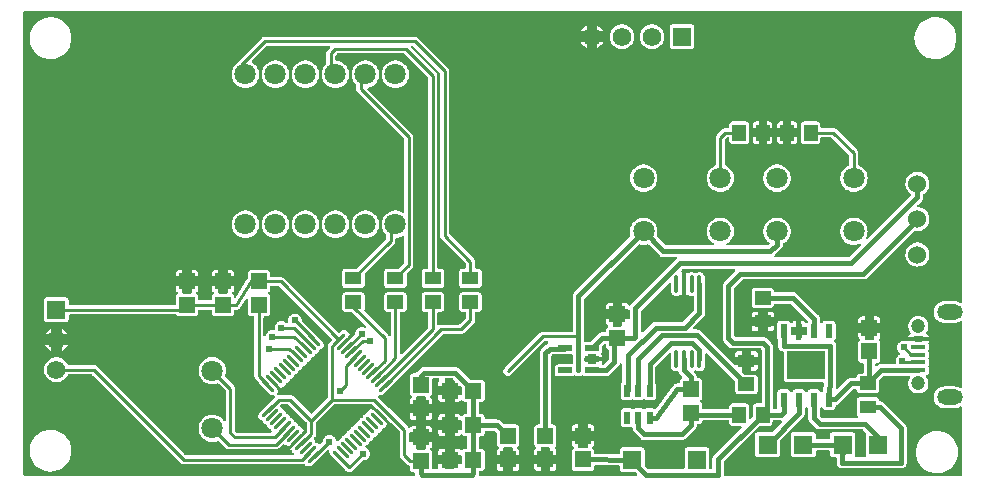
<source format=gtl>
G04 Layer: TopLayer*
G04 EasyEDA v6.5.47, 2024-09-12 04:01:22*
G04 8c6c83d31be245b591d831e4eff4e06b,65b0a26063cb4300b6f9becee83ce362,10*
G04 Gerber Generator version 0.2*
G04 Scale: 100 percent, Rotated: No, Reflected: No *
G04 Dimensions in millimeters *
G04 leading zeros omitted , absolute positions ,4 integer and 5 decimal *
%FSLAX45Y45*%
%MOMM*%

%AMMACRO1*1,1,$1,$2,$3*1,1,$1,$4,$5*20,1,$1,$2,$3,$4,$5,0*%
%AMMACRO2*21,1,$1,$2,0,0,$3*%
%ADD10C,0.2550*%
%ADD11C,0.4550*%
%ADD12C,0.2540*%
%ADD13R,1.6350X1.6000*%
%ADD14O,0.3999992X1.499997*%
%ADD15MACRO1,0.27X-0.4349X-0.4349X0.4349X0.4349*%
%ADD16MACRO1,0.27X-0.4349X0.4349X0.4349X-0.4349*%
%ADD17R,0.6000X1.2000*%
%ADD18R,3.3000X2.4000*%
%ADD19R,0.5320X1.0720*%
%ADD20R,1.1570X0.4900*%
%ADD21R,1.1750X0.4900*%
%ADD22R,1.2500X0.4000*%
%ADD23MACRO2,1.377X1.1325X0.0000*%
%ADD24R,1.3770X1.1325*%
%ADD25MACRO2,1.377X1.1325X90.0000*%
%ADD26MACRO2,1.377X1.1325X-90.0000*%
%ADD27MACRO2,1.35X1.41X90.0000*%
%ADD28MACRO2,1.35X1.41X0.0000*%
%ADD29R,1.3500X1.4100*%
%ADD30R,1.5748X1.5748*%
%ADD31C,1.5748*%
%ADD32C,1.8000*%
%ADD33C,1.5240*%
%ADD34O,2.1999956000000003X1.2999974*%
%ADD35C,1.2000*%
%ADD36C,0.6200*%
%ADD37C,0.0121*%

%LPD*%
G36*
X4783226Y-2826410D02*
G01*
X4779314Y-2825597D01*
X4776012Y-2823413D01*
X4773828Y-2820111D01*
X4773066Y-2816250D01*
X4773066Y-2464308D01*
X4773828Y-2460396D01*
X4776012Y-2457094D01*
X5231282Y-2001926D01*
X5234127Y-1999894D01*
X5237480Y-1998980D01*
X5240985Y-1999284D01*
X5253888Y-2002586D01*
X5268315Y-2004415D01*
X5282844Y-2004415D01*
X5297271Y-2002586D01*
X5310225Y-1999234D01*
X5313730Y-1998980D01*
X5317083Y-1999894D01*
X5319928Y-2001926D01*
X5411216Y-2093112D01*
X5418632Y-2098751D01*
X5426659Y-2102713D01*
X5435295Y-2105202D01*
X5444693Y-2106066D01*
X5547868Y-2106066D01*
X5551881Y-2106879D01*
X5555234Y-2109266D01*
X5557418Y-2112772D01*
X5557977Y-2116836D01*
X5556910Y-2120798D01*
X5553252Y-2124913D01*
X5171287Y-2506980D01*
X5162854Y-2518359D01*
X5159451Y-2520340D01*
X5155539Y-2520848D01*
X5151729Y-2519832D01*
X5148580Y-2517444D01*
X5146548Y-2514041D01*
X5145379Y-2510688D01*
X5142280Y-2505760D01*
X5138216Y-2501696D01*
X5133289Y-2498598D01*
X5127853Y-2496718D01*
X5121554Y-2496007D01*
X5094681Y-2496007D01*
X5094681Y-2550820D01*
X5148173Y-2550820D01*
X5152085Y-2551582D01*
X5155387Y-2553766D01*
X5157571Y-2557068D01*
X5158333Y-2560980D01*
X5158333Y-2623820D01*
X5157571Y-2627731D01*
X5155387Y-2631033D01*
X5152085Y-2633218D01*
X5148173Y-2633980D01*
X5094681Y-2633980D01*
X5094681Y-2685846D01*
X5093919Y-2689707D01*
X5091734Y-2693009D01*
X5088432Y-2695244D01*
X5084521Y-2696006D01*
X5024678Y-2696006D01*
X5020767Y-2695244D01*
X5017465Y-2693009D01*
X5015280Y-2689707D01*
X5014518Y-2685846D01*
X5014518Y-2633980D01*
X4961178Y-2633980D01*
X4961178Y-2662326D01*
X4961890Y-2668625D01*
X4963820Y-2674112D01*
X4966919Y-2678988D01*
X4970983Y-2683103D01*
X4975047Y-2686608D01*
X4976622Y-2690368D01*
X4976622Y-2694432D01*
X4975047Y-2698191D01*
X4970983Y-2701696D01*
X4966919Y-2705811D01*
X4963820Y-2710688D01*
X4961890Y-2716174D01*
X4961178Y-2722473D01*
X4961178Y-2733598D01*
X4960416Y-2737459D01*
X4958232Y-2740761D01*
X4954930Y-2742946D01*
X4951018Y-2743758D01*
X4922266Y-2743809D01*
X4913020Y-2745079D01*
X4904536Y-2747924D01*
X4896713Y-2752293D01*
X4889449Y-2758338D01*
X4824323Y-2823413D01*
X4821021Y-2825597D01*
X4817160Y-2826410D01*
G37*

%LPC*%
G36*
X4961178Y-2550820D02*
G01*
X5014518Y-2550820D01*
X5014518Y-2496007D01*
X4987645Y-2496007D01*
X4981346Y-2496718D01*
X4975910Y-2498598D01*
X4970983Y-2501696D01*
X4966919Y-2505760D01*
X4963820Y-2510688D01*
X4961890Y-2516124D01*
X4961178Y-2522474D01*
G37*

%LPD*%
G36*
X4931511Y-3018129D02*
G01*
X4927752Y-3017418D01*
X4924501Y-3015335D01*
X4922266Y-3012186D01*
X4921351Y-3008426D01*
X4921910Y-3004616D01*
X4922824Y-3002026D01*
X4923536Y-2995726D01*
X4923536Y-2990392D01*
X4875072Y-2990392D01*
X4875072Y-3006242D01*
X4874260Y-3010103D01*
X4872075Y-3013405D01*
X4868773Y-3015640D01*
X4864912Y-3016402D01*
X4814671Y-3016402D01*
X4810760Y-3015640D01*
X4807458Y-3013405D01*
X4805273Y-3010103D01*
X4804511Y-3006242D01*
X4804511Y-2990392D01*
X4783226Y-2990392D01*
X4779314Y-2989630D01*
X4776012Y-2987446D01*
X4773828Y-2984144D01*
X4773066Y-2980232D01*
X4773066Y-2963367D01*
X4773828Y-2959455D01*
X4776012Y-2956153D01*
X4779314Y-2953969D01*
X4783226Y-2953207D01*
X4804511Y-2953207D01*
X4804511Y-2937357D01*
X4805273Y-2933496D01*
X4807458Y-2930194D01*
X4810760Y-2927959D01*
X4814671Y-2927197D01*
X4864912Y-2927197D01*
X4868773Y-2927959D01*
X4872075Y-2930194D01*
X4874260Y-2933496D01*
X4875072Y-2937357D01*
X4875072Y-2953207D01*
X4923536Y-2953207D01*
X4923536Y-2947873D01*
X4922824Y-2941574D01*
X4920894Y-2936087D01*
X4917236Y-2930194D01*
X4916068Y-2927604D01*
X4915662Y-2923794D01*
X4916068Y-2920949D01*
X4917236Y-2918358D01*
X4920894Y-2912516D01*
X4922824Y-2907030D01*
X4923536Y-2900730D01*
X4923536Y-2866085D01*
X4924298Y-2862173D01*
X4926533Y-2858871D01*
X4941366Y-2844038D01*
X4944668Y-2841853D01*
X4948529Y-2841040D01*
X4951018Y-2841040D01*
X4954930Y-2841853D01*
X4958232Y-2844038D01*
X4960416Y-2847340D01*
X4961178Y-2851200D01*
X4961178Y-2862326D01*
X4961890Y-2868676D01*
X4963820Y-2874111D01*
X4966919Y-2879039D01*
X4970983Y-2883103D01*
X4975809Y-2886100D01*
X4978349Y-2888386D01*
X4979974Y-2891383D01*
X4980533Y-2894736D01*
X4980533Y-2972816D01*
X4979771Y-2976727D01*
X4977587Y-2980029D01*
X4942433Y-3015183D01*
X4939131Y-3017367D01*
X4935220Y-3018129D01*
G37*

%LPD*%
G36*
X2462784Y-3432657D02*
G01*
X2458872Y-3431895D01*
X2455621Y-3429711D01*
X2313635Y-3287776D01*
X2307437Y-3282645D01*
X2300732Y-3279089D01*
X2293518Y-3276904D01*
X2285492Y-3276092D01*
X2189734Y-3276092D01*
X2181656Y-3276904D01*
X2177288Y-3276396D01*
X2173579Y-3274110D01*
X2171192Y-3270503D01*
X2170480Y-3266186D01*
X2171700Y-3261969D01*
X2175662Y-3254502D01*
X2177389Y-3248863D01*
X2178862Y-3245916D01*
X2181199Y-3243580D01*
X2184146Y-3242106D01*
X2189734Y-3240430D01*
X2191562Y-3239465D01*
X2175865Y-3223768D01*
X2174087Y-3221380D01*
X2172055Y-3217570D01*
X2166823Y-3211220D01*
X2134463Y-3178810D01*
X2132939Y-3176879D01*
X2131364Y-3172815D01*
X2131060Y-3168396D01*
X2132634Y-3164230D01*
X2135886Y-3161182D01*
X2140102Y-3159760D01*
X2144522Y-3160318D01*
X2148281Y-3162706D01*
X2181809Y-3196234D01*
X2188159Y-3201466D01*
X2192070Y-3203498D01*
X2194458Y-3205276D01*
X2210054Y-3220923D01*
X2211019Y-3219094D01*
X2212746Y-3213557D01*
X2214168Y-3210560D01*
X2216556Y-3208223D01*
X2219502Y-3206800D01*
X2225090Y-3205073D01*
X2231898Y-3201466D01*
X2237841Y-3196539D01*
X2242769Y-3190595D01*
X2246376Y-3183788D01*
X2248103Y-3178149D01*
X2249576Y-3175203D01*
X2251913Y-3172866D01*
X2254859Y-3171393D01*
X2260447Y-3169716D01*
X2267254Y-3166059D01*
X2273198Y-3161182D01*
X2278126Y-3155188D01*
X2281732Y-3148380D01*
X2283460Y-3142843D01*
X2284882Y-3139846D01*
X2287219Y-3137509D01*
X2290216Y-3136087D01*
X2295804Y-3134360D01*
X2302611Y-3130753D01*
X2308555Y-3125825D01*
X2313482Y-3119882D01*
X2317089Y-3113074D01*
X2318816Y-3107486D01*
X2320290Y-3104489D01*
X2322626Y-3102152D01*
X2325573Y-3100679D01*
X2331161Y-3099003D01*
X2337968Y-3095345D01*
X2343912Y-3090468D01*
X2348839Y-3084525D01*
X2352446Y-3077718D01*
X2354173Y-3072130D01*
X2355596Y-3069183D01*
X2357932Y-3066846D01*
X2360930Y-3065373D01*
X2366518Y-3063646D01*
X2373325Y-3060039D01*
X2379268Y-3055112D01*
X2384196Y-3049168D01*
X2387803Y-3042361D01*
X2389530Y-3036773D01*
X2391003Y-3033776D01*
X2393340Y-3031439D01*
X2396286Y-3029966D01*
X2401874Y-3028289D01*
X2408682Y-3024632D01*
X2414625Y-3019755D01*
X2419553Y-3013811D01*
X2423160Y-3007004D01*
X2424836Y-3001416D01*
X2426309Y-2998470D01*
X2428646Y-2996133D01*
X2431643Y-2994660D01*
X2437231Y-2992932D01*
X2444038Y-2989326D01*
X2449982Y-2984398D01*
X2454910Y-2978454D01*
X2458516Y-2971647D01*
X2460244Y-2966059D01*
X2461717Y-2963062D01*
X2464054Y-2960725D01*
X2467000Y-2959252D01*
X2472588Y-2957576D01*
X2479395Y-2953918D01*
X2485339Y-2949041D01*
X2490266Y-2943098D01*
X2493873Y-2936290D01*
X2495550Y-2930702D01*
X2497023Y-2927756D01*
X2499360Y-2925419D01*
X2502357Y-2923946D01*
X2507945Y-2922219D01*
X2514752Y-2918612D01*
X2520696Y-2913684D01*
X2525623Y-2907741D01*
X2529230Y-2900934D01*
X2530957Y-2895346D01*
X2532380Y-2892348D01*
X2534767Y-2890012D01*
X2537714Y-2888538D01*
X2543302Y-2886862D01*
X2550109Y-2883255D01*
X2556052Y-2878328D01*
X2560980Y-2872384D01*
X2564587Y-2865577D01*
X2566822Y-2858160D01*
X2567584Y-2850489D01*
X2566822Y-2842818D01*
X2564587Y-2835452D01*
X2560980Y-2828645D01*
X2555748Y-2822295D01*
X2520899Y-2787396D01*
X2519121Y-2785008D01*
X2516835Y-2780792D01*
X2511704Y-2774543D01*
X2383790Y-2646629D01*
X2381758Y-2643733D01*
X2380843Y-2640330D01*
X2380132Y-2631998D01*
X2377744Y-2622651D01*
X2373731Y-2613863D01*
X2368346Y-2605887D01*
X2361692Y-2598928D01*
X2353919Y-2593187D01*
X2345283Y-2588818D01*
X2336088Y-2586024D01*
X2326538Y-2584754D01*
X2316886Y-2585212D01*
X2307437Y-2587244D01*
X2298496Y-2590800D01*
X2290267Y-2595880D01*
X2283053Y-2602230D01*
X2276957Y-2609748D01*
X2272284Y-2618181D01*
X2269083Y-2627274D01*
X2267458Y-2636774D01*
X2267458Y-2646426D01*
X2268829Y-2654554D01*
X2268626Y-2658922D01*
X2266594Y-2662834D01*
X2263089Y-2665476D01*
X2258822Y-2666441D01*
X2255570Y-2666441D01*
X2251608Y-2665628D01*
X2239619Y-2656687D01*
X2230983Y-2652318D01*
X2221788Y-2649524D01*
X2212238Y-2648254D01*
X2202586Y-2648712D01*
X2193137Y-2650744D01*
X2184196Y-2654300D01*
X2175967Y-2659380D01*
X2168753Y-2665730D01*
X2162657Y-2673248D01*
X2157984Y-2681681D01*
X2154783Y-2690774D01*
X2153158Y-2700274D01*
X2153158Y-2709926D01*
X2153767Y-2713532D01*
X2153666Y-2717292D01*
X2152243Y-2720746D01*
X2149652Y-2723489D01*
X2146198Y-2725064D01*
X2142439Y-2725318D01*
X2136038Y-2724454D01*
X2126386Y-2724912D01*
X2116937Y-2726944D01*
X2107996Y-2730500D01*
X2099767Y-2735580D01*
X2092553Y-2741930D01*
X2086457Y-2749448D01*
X2081784Y-2757881D01*
X2078583Y-2766974D01*
X2078126Y-2769463D01*
X2076551Y-2773476D01*
X2073452Y-2776423D01*
X2069388Y-2777845D01*
X2065121Y-2777490D01*
X2061413Y-2775407D01*
X2058873Y-2771952D01*
X2057958Y-2767787D01*
X2057958Y-2619552D01*
X2058720Y-2615692D01*
X2060956Y-2612390D01*
X2064207Y-2610205D01*
X2068118Y-2609392D01*
X2086254Y-2609392D01*
X2092553Y-2608681D01*
X2097989Y-2606802D01*
X2102916Y-2603703D01*
X2106980Y-2599639D01*
X2110079Y-2594711D01*
X2112010Y-2589276D01*
X2112721Y-2582926D01*
X2112721Y-2443073D01*
X2112010Y-2436774D01*
X2110079Y-2431288D01*
X2106980Y-2426411D01*
X2102916Y-2422296D01*
X2098852Y-2418791D01*
X2097278Y-2415032D01*
X2097278Y-2410968D01*
X2098852Y-2407208D01*
X2102916Y-2403703D01*
X2106980Y-2399588D01*
X2110079Y-2394712D01*
X2112010Y-2389225D01*
X2112721Y-2382926D01*
X2112721Y-2361793D01*
X2113483Y-2357932D01*
X2115667Y-2354630D01*
X2118969Y-2352446D01*
X2122881Y-2351633D01*
X2182622Y-2351633D01*
X2186482Y-2352446D01*
X2189784Y-2354630D01*
X2634488Y-2799283D01*
X2636672Y-2802585D01*
X2637434Y-2806496D01*
X2636672Y-2810357D01*
X2634488Y-2813659D01*
X2625852Y-2822295D01*
X2620213Y-2829102D01*
X2612644Y-2836672D01*
X2607513Y-2842920D01*
X2603957Y-2849575D01*
X2601772Y-2856788D01*
X2600960Y-2864815D01*
X2600960Y-3294481D01*
X2600198Y-3298393D01*
X2597962Y-3301695D01*
X2469946Y-3429711D01*
X2466695Y-3431895D01*
G37*

%LPD*%
G36*
X6177584Y-3475990D02*
G01*
X6173724Y-3475228D01*
X6170422Y-3472992D01*
X6168186Y-3469741D01*
X6167424Y-3465829D01*
X6167424Y-3373424D01*
X6166713Y-3367074D01*
X6164783Y-3361639D01*
X6161735Y-3356711D01*
X6157620Y-3352647D01*
X6152743Y-3349548D01*
X6147257Y-3347669D01*
X6140958Y-3346958D01*
X6028842Y-3346958D01*
X6022492Y-3347669D01*
X6017056Y-3349548D01*
X6012180Y-3352647D01*
X6008065Y-3356711D01*
X6004966Y-3361639D01*
X6003086Y-3367074D01*
X6002375Y-3373424D01*
X6002375Y-3382873D01*
X6001562Y-3386785D01*
X5999378Y-3390087D01*
X5996076Y-3392271D01*
X5992215Y-3393033D01*
X5780481Y-3393033D01*
X5776569Y-3392271D01*
X5773267Y-3390087D01*
X5771083Y-3386785D01*
X5770321Y-3382873D01*
X5770321Y-3357473D01*
X5769610Y-3351174D01*
X5767679Y-3345687D01*
X5764580Y-3340811D01*
X5760516Y-3336696D01*
X5756452Y-3333191D01*
X5754878Y-3329432D01*
X5754878Y-3325368D01*
X5756452Y-3321608D01*
X5760516Y-3318103D01*
X5764580Y-3313988D01*
X5767679Y-3309112D01*
X5769610Y-3303625D01*
X5770321Y-3297326D01*
X5770321Y-3157474D01*
X5769610Y-3151124D01*
X5767679Y-3145688D01*
X5764580Y-3140760D01*
X5760516Y-3136696D01*
X5755589Y-3133598D01*
X5750153Y-3131718D01*
X5743854Y-3131007D01*
X5735574Y-3131007D01*
X5732018Y-3130346D01*
X5728919Y-3128518D01*
X5726633Y-3125673D01*
X5725515Y-3122218D01*
X5724245Y-3113074D01*
X5721350Y-3104540D01*
X5717032Y-3096717D01*
X5710986Y-3089452D01*
X5705754Y-3084271D01*
X5703722Y-3081274D01*
X5702808Y-3077718D01*
X5703265Y-3074111D01*
X5704890Y-3070860D01*
X5707634Y-3068421D01*
X5711190Y-3066237D01*
X5714644Y-3064865D01*
X5718403Y-3064865D01*
X5721858Y-3066237D01*
X5728614Y-3070402D01*
X5736488Y-3073450D01*
X5744819Y-3075025D01*
X5753252Y-3075025D01*
X5761583Y-3073450D01*
X5769457Y-3070402D01*
X5776671Y-3065932D01*
X5782919Y-3060242D01*
X5788050Y-3053486D01*
X5791809Y-3045917D01*
X5794095Y-3037789D01*
X5794959Y-3028848D01*
X5794959Y-2991307D01*
X5795314Y-2988513D01*
X5796838Y-2983280D01*
X5797702Y-2973882D01*
X5797702Y-2930347D01*
X5798464Y-2926435D01*
X5800648Y-2923133D01*
X5803950Y-2920949D01*
X5807862Y-2920187D01*
X5811723Y-2920949D01*
X5815025Y-2923133D01*
X6049060Y-3157169D01*
X6051245Y-3160471D01*
X6052058Y-3164382D01*
X6052058Y-3242157D01*
X6052769Y-3248507D01*
X6054648Y-3253943D01*
X6057747Y-3258820D01*
X6061811Y-3262934D01*
X6066739Y-3266033D01*
X6072174Y-3267913D01*
X6078524Y-3268624D01*
X6215075Y-3268624D01*
X6221425Y-3267913D01*
X6226860Y-3266033D01*
X6231788Y-3262934D01*
X6235852Y-3258820D01*
X6238951Y-3253943D01*
X6240830Y-3248507D01*
X6241542Y-3242157D01*
X6241542Y-3130042D01*
X6240830Y-3123742D01*
X6238951Y-3118256D01*
X6235852Y-3113379D01*
X6231788Y-3109264D01*
X6226860Y-3106216D01*
X6221425Y-3104286D01*
X6215075Y-3103575D01*
X6137300Y-3103575D01*
X6133388Y-3102813D01*
X6130086Y-3100578D01*
X6109004Y-3079496D01*
X6106820Y-3076194D01*
X6106007Y-3072282D01*
X6106007Y-3020771D01*
X6054496Y-3020771D01*
X6050584Y-3020009D01*
X6047282Y-3017774D01*
X5762345Y-2732887D01*
X5754878Y-2727248D01*
X5746851Y-2723286D01*
X5738215Y-2720797D01*
X5728817Y-2719933D01*
X5704586Y-2719933D01*
X5700725Y-2719171D01*
X5697423Y-2716987D01*
X5695188Y-2713685D01*
X5694426Y-2709773D01*
X5695188Y-2705912D01*
X5697423Y-2702610D01*
X5784748Y-2615184D01*
X5790387Y-2607767D01*
X5794349Y-2599740D01*
X5796838Y-2591104D01*
X5797702Y-2581706D01*
X5797702Y-2334717D01*
X5796838Y-2325319D01*
X5795314Y-2320086D01*
X5794959Y-2317292D01*
X5794959Y-2279751D01*
X5794095Y-2270810D01*
X5791809Y-2262682D01*
X5788050Y-2255113D01*
X5782919Y-2248357D01*
X5776671Y-2242667D01*
X5769457Y-2238197D01*
X5761583Y-2235149D01*
X5753252Y-2233574D01*
X5744819Y-2233574D01*
X5736488Y-2235149D01*
X5728614Y-2238197D01*
X5721858Y-2242362D01*
X5718403Y-2243734D01*
X5714644Y-2243734D01*
X5711190Y-2242362D01*
X5704433Y-2238197D01*
X5696559Y-2235149D01*
X5688228Y-2233574D01*
X5679795Y-2233574D01*
X5671464Y-2235149D01*
X5663590Y-2238197D01*
X5656834Y-2242362D01*
X5653379Y-2243734D01*
X5649620Y-2243734D01*
X5646166Y-2242362D01*
X5639409Y-2238197D01*
X5635345Y-2236622D01*
X5635345Y-2293620D01*
X5637377Y-2296820D01*
X5638088Y-2300579D01*
X5638088Y-2367940D01*
X5637377Y-2371699D01*
X5635345Y-2374900D01*
X5635345Y-2431897D01*
X5639409Y-2430322D01*
X5646166Y-2426157D01*
X5649620Y-2424785D01*
X5653379Y-2424785D01*
X5656834Y-2426157D01*
X5663590Y-2430322D01*
X5671464Y-2433370D01*
X5679795Y-2434945D01*
X5692749Y-2435047D01*
X5696712Y-2437079D01*
X5699404Y-2440584D01*
X5700369Y-2444902D01*
X5700369Y-2557780D01*
X5699607Y-2561691D01*
X5697423Y-2564993D01*
X5608929Y-2653487D01*
X5605627Y-2655671D01*
X5601716Y-2656433D01*
X5376316Y-2656484D01*
X5367070Y-2657754D01*
X5358536Y-2660650D01*
X5350713Y-2664968D01*
X5343448Y-2671013D01*
X5272989Y-2741472D01*
X5269687Y-2743708D01*
X5265826Y-2744470D01*
X5261914Y-2743708D01*
X5258612Y-2741472D01*
X5256428Y-2738170D01*
X5255666Y-2734310D01*
X5255666Y-2564384D01*
X5256428Y-2560472D01*
X5258612Y-2557170D01*
X5490718Y-2325116D01*
X5494020Y-2322880D01*
X5497880Y-2322118D01*
X5501792Y-2322880D01*
X5505094Y-2325116D01*
X5507278Y-2328418D01*
X5508040Y-2332278D01*
X5508040Y-2388768D01*
X5508904Y-2397709D01*
X5511190Y-2405837D01*
X5514949Y-2413406D01*
X5520080Y-2420162D01*
X5526328Y-2425852D01*
X5533542Y-2430322D01*
X5541416Y-2433370D01*
X5549747Y-2434945D01*
X5558180Y-2434945D01*
X5566511Y-2433370D01*
X5574385Y-2430322D01*
X5581142Y-2426157D01*
X5584596Y-2424785D01*
X5588355Y-2424785D01*
X5591810Y-2426157D01*
X5598566Y-2430322D01*
X5602630Y-2431897D01*
X5602630Y-2374900D01*
X5600598Y-2371699D01*
X5599887Y-2367940D01*
X5599887Y-2300579D01*
X5600598Y-2296820D01*
X5602630Y-2293620D01*
X5602630Y-2234895D01*
X5598820Y-2233015D01*
X5596128Y-2229764D01*
X5594959Y-2225649D01*
X5595620Y-2221433D01*
X5597956Y-2217877D01*
X5605170Y-2210612D01*
X5608472Y-2208428D01*
X5612384Y-2207666D01*
X6042914Y-2207666D01*
X6046774Y-2208428D01*
X6050076Y-2210612D01*
X6052312Y-2213914D01*
X6053074Y-2217826D01*
X6052312Y-2221687D01*
X6050076Y-2224989D01*
X5958687Y-2316480D01*
X5953048Y-2323896D01*
X5949086Y-2331923D01*
X5946597Y-2340559D01*
X5945733Y-2349957D01*
X5945784Y-2795879D01*
X5947054Y-2805125D01*
X5949950Y-2813659D01*
X5954268Y-2821482D01*
X5960313Y-2828747D01*
X5999480Y-2867812D01*
X6006896Y-2873451D01*
X6014923Y-2877413D01*
X6023559Y-2879902D01*
X6032957Y-2880766D01*
X6262116Y-2880766D01*
X6266027Y-2881528D01*
X6269329Y-2883712D01*
X6272987Y-2887370D01*
X6275171Y-2890672D01*
X6275933Y-2894584D01*
X6275933Y-3336798D01*
X6275171Y-3340658D01*
X6272987Y-3343960D01*
X6269685Y-3346145D01*
X6265773Y-3346958D01*
X6228842Y-3346958D01*
X6222542Y-3347669D01*
X6217056Y-3349548D01*
X6212179Y-3352647D01*
X6208064Y-3356711D01*
X6205016Y-3361639D01*
X6203086Y-3367074D01*
X6202375Y-3373424D01*
X6202375Y-3451199D01*
X6201613Y-3455111D01*
X6199378Y-3458413D01*
X6184798Y-3472992D01*
X6181496Y-3475228D01*
G37*

%LPC*%
G36*
X6187592Y-3068624D02*
G01*
X6215075Y-3068624D01*
X6221425Y-3067913D01*
X6226860Y-3065983D01*
X6231788Y-3062935D01*
X6235852Y-3058820D01*
X6238951Y-3053943D01*
X6240830Y-3048457D01*
X6241542Y-3042158D01*
X6241542Y-3020771D01*
X6187592Y-3020771D01*
G37*
G36*
X6052058Y-2951429D02*
G01*
X6106007Y-2951429D01*
X6106007Y-2903575D01*
X6078524Y-2903575D01*
X6072174Y-2904286D01*
X6066739Y-2906166D01*
X6061811Y-2909265D01*
X6057747Y-2913380D01*
X6054648Y-2918256D01*
X6052769Y-2923692D01*
X6052058Y-2930042D01*
G37*
G36*
X6187592Y-2951429D02*
G01*
X6241542Y-2951429D01*
X6241542Y-2930042D01*
X6240830Y-2923692D01*
X6238951Y-2918256D01*
X6235852Y-2913380D01*
X6231788Y-2909265D01*
X6226860Y-2906166D01*
X6221425Y-2904286D01*
X6215075Y-2903575D01*
X6187592Y-2903575D01*
G37*

%LPD*%
G36*
X36068Y-3961384D02*
G01*
X32156Y-3960622D01*
X28905Y-3958386D01*
X26670Y-3955135D01*
X25908Y-3951224D01*
X25908Y-36068D01*
X26670Y-32156D01*
X28905Y-28905D01*
X32156Y-26670D01*
X36068Y-25908D01*
X7963916Y-25908D01*
X7967827Y-26670D01*
X7971078Y-28905D01*
X7973314Y-32156D01*
X7974075Y-36068D01*
X7974075Y-2487168D01*
X7973212Y-2491181D01*
X7970875Y-2494584D01*
X7967319Y-2496718D01*
X7963204Y-2497277D01*
X7959242Y-2496159D01*
X7948015Y-2490368D01*
X7936331Y-2486202D01*
X7924190Y-2483662D01*
X7911439Y-2482799D01*
X7822133Y-2482799D01*
X7809433Y-2483662D01*
X7797292Y-2486202D01*
X7785608Y-2490368D01*
X7774584Y-2496058D01*
X7764424Y-2503220D01*
X7755381Y-2511653D01*
X7747558Y-2521305D01*
X7741107Y-2531872D01*
X7736179Y-2543251D01*
X7732826Y-2555240D01*
X7731150Y-2567482D01*
X7731150Y-2579928D01*
X7732826Y-2592222D01*
X7736179Y-2604160D01*
X7741107Y-2615539D01*
X7747558Y-2626106D01*
X7755381Y-2635758D01*
X7764424Y-2644190D01*
X7774584Y-2651353D01*
X7785608Y-2657043D01*
X7797292Y-2661208D01*
X7809433Y-2663748D01*
X7822133Y-2664612D01*
X7911439Y-2664612D01*
X7924190Y-2663748D01*
X7936331Y-2661208D01*
X7948015Y-2657043D01*
X7959242Y-2651252D01*
X7963204Y-2650134D01*
X7967319Y-2650693D01*
X7970875Y-2652826D01*
X7973212Y-2656230D01*
X7974075Y-2660294D01*
X7974075Y-3207105D01*
X7973212Y-3211169D01*
X7970875Y-3214573D01*
X7967319Y-3216706D01*
X7963204Y-3217265D01*
X7959242Y-3216148D01*
X7948015Y-3210356D01*
X7936331Y-3206191D01*
X7924190Y-3203651D01*
X7911439Y-3202787D01*
X7822133Y-3202787D01*
X7809433Y-3203651D01*
X7797292Y-3206191D01*
X7785608Y-3210356D01*
X7774584Y-3216046D01*
X7764424Y-3223209D01*
X7755381Y-3231642D01*
X7747558Y-3241294D01*
X7741107Y-3251860D01*
X7736179Y-3263239D01*
X7732826Y-3275177D01*
X7731150Y-3287471D01*
X7731150Y-3299917D01*
X7732826Y-3312160D01*
X7736179Y-3324148D01*
X7741107Y-3335528D01*
X7747558Y-3346094D01*
X7755381Y-3355746D01*
X7764424Y-3364179D01*
X7774584Y-3371342D01*
X7785608Y-3377031D01*
X7797292Y-3381197D01*
X7809433Y-3383737D01*
X7822133Y-3384600D01*
X7911439Y-3384600D01*
X7924190Y-3383737D01*
X7936331Y-3381197D01*
X7948015Y-3377031D01*
X7959242Y-3371240D01*
X7963204Y-3370122D01*
X7967319Y-3370681D01*
X7970875Y-3372815D01*
X7973212Y-3376218D01*
X7974075Y-3380232D01*
X7974075Y-3951224D01*
X7973314Y-3955135D01*
X7971078Y-3958386D01*
X7967827Y-3960622D01*
X7963916Y-3961384D01*
X5964224Y-3961384D01*
X5960262Y-3960571D01*
X5956909Y-3958234D01*
X5954725Y-3954779D01*
X5954166Y-3949446D01*
X5954166Y-3845458D01*
X5954928Y-3841597D01*
X5957112Y-3838295D01*
X6205982Y-3589426D01*
X6209487Y-3587140D01*
X6213652Y-3586479D01*
X6214262Y-3585870D01*
X6214922Y-3581704D01*
X6217259Y-3578148D01*
X6255969Y-3539439D01*
X6259271Y-3537254D01*
X6263182Y-3536442D01*
X6340957Y-3536442D01*
X6347307Y-3535730D01*
X6352743Y-3533851D01*
X6357620Y-3530752D01*
X6361734Y-3526688D01*
X6364833Y-3521760D01*
X6366713Y-3516325D01*
X6367424Y-3509975D01*
X6367424Y-3500526D01*
X6368237Y-3496614D01*
X6370421Y-3493312D01*
X6373723Y-3491128D01*
X6377584Y-3490366D01*
X6436614Y-3490366D01*
X6440474Y-3491128D01*
X6443776Y-3493312D01*
X6446012Y-3496614D01*
X6446774Y-3500526D01*
X6446012Y-3504387D01*
X6443776Y-3507689D01*
X6364681Y-3586835D01*
X6361379Y-3589020D01*
X6357467Y-3589782D01*
X6244082Y-3589782D01*
X6237732Y-3590493D01*
X6232296Y-3592423D01*
X6229807Y-3593947D01*
X6225895Y-3595420D01*
X6223050Y-3595217D01*
X6223203Y-3598062D01*
X6221780Y-3602024D01*
X6220206Y-3604463D01*
X6218326Y-3609949D01*
X6217615Y-3616248D01*
X6217615Y-3775151D01*
X6218326Y-3781450D01*
X6220206Y-3786936D01*
X6223304Y-3791813D01*
X6227368Y-3795928D01*
X6232296Y-3798976D01*
X6237732Y-3800906D01*
X6244082Y-3801618D01*
X6406438Y-3801618D01*
X6412738Y-3800906D01*
X6418224Y-3798976D01*
X6423101Y-3795928D01*
X6427216Y-3791813D01*
X6430264Y-3786936D01*
X6432194Y-3781450D01*
X6432905Y-3775151D01*
X6432905Y-3660394D01*
X6433667Y-3656533D01*
X6435902Y-3653231D01*
X6627012Y-3462020D01*
X6632651Y-3454603D01*
X6636613Y-3446576D01*
X6639102Y-3437940D01*
X6639966Y-3428542D01*
X6639966Y-3394913D01*
X6640372Y-3392119D01*
X6641490Y-3389528D01*
X6644589Y-3384651D01*
X6645198Y-3382873D01*
X6647332Y-3379317D01*
X6650736Y-3376879D01*
X6654800Y-3376066D01*
X6658864Y-3376879D01*
X6662267Y-3379317D01*
X6664401Y-3382873D01*
X6665010Y-3384651D01*
X6668109Y-3389528D01*
X6669227Y-3392119D01*
X6669633Y-3394913D01*
X6669684Y-3468979D01*
X6670954Y-3478225D01*
X6673850Y-3486759D01*
X6678168Y-3494582D01*
X6684213Y-3501847D01*
X6736080Y-3553612D01*
X6743496Y-3559251D01*
X6751523Y-3563213D01*
X6760159Y-3565702D01*
X6769557Y-3566566D01*
X7125716Y-3566566D01*
X7129627Y-3567328D01*
X7132929Y-3569512D01*
X7156551Y-3593185D01*
X7158685Y-3596284D01*
X7159548Y-3599992D01*
X7158990Y-3603751D01*
X7156805Y-3609949D01*
X7156094Y-3616248D01*
X7156094Y-3775151D01*
X7156805Y-3781450D01*
X7158380Y-3785920D01*
X7158939Y-3789730D01*
X7158024Y-3793490D01*
X7155789Y-3796639D01*
X7152538Y-3798722D01*
X7148779Y-3799433D01*
X7075220Y-3799433D01*
X7071461Y-3798722D01*
X7068210Y-3796639D01*
X7065975Y-3793490D01*
X7065060Y-3789730D01*
X7065619Y-3785920D01*
X7067194Y-3781450D01*
X7067905Y-3775151D01*
X7067905Y-3616248D01*
X7067194Y-3609949D01*
X7065264Y-3604463D01*
X7062216Y-3599586D01*
X7058101Y-3595471D01*
X7053224Y-3592423D01*
X7047738Y-3590493D01*
X7041438Y-3589782D01*
X6879081Y-3589782D01*
X6872731Y-3590493D01*
X6867296Y-3592423D01*
X6862368Y-3595471D01*
X6858304Y-3599586D01*
X6855206Y-3604463D01*
X6853326Y-3609949D01*
X6852615Y-3616248D01*
X6852615Y-3636873D01*
X6851802Y-3640785D01*
X6849618Y-3644087D01*
X6846316Y-3646271D01*
X6842455Y-3647033D01*
X6746544Y-3647033D01*
X6742684Y-3646271D01*
X6739381Y-3644087D01*
X6737197Y-3640785D01*
X6736384Y-3636873D01*
X6736384Y-3616248D01*
X6735673Y-3609949D01*
X6733794Y-3604463D01*
X6730695Y-3599586D01*
X6726631Y-3595471D01*
X6721703Y-3592423D01*
X6716268Y-3590493D01*
X6709918Y-3589782D01*
X6547561Y-3589782D01*
X6541262Y-3590493D01*
X6535775Y-3592423D01*
X6530898Y-3595471D01*
X6526784Y-3599586D01*
X6523735Y-3604463D01*
X6521805Y-3609949D01*
X6521094Y-3616248D01*
X6521094Y-3775151D01*
X6521805Y-3781450D01*
X6523735Y-3786936D01*
X6526784Y-3791813D01*
X6530898Y-3795928D01*
X6535775Y-3798976D01*
X6541262Y-3800906D01*
X6547561Y-3801618D01*
X6709918Y-3801618D01*
X6716268Y-3800906D01*
X6721703Y-3798976D01*
X6726631Y-3795928D01*
X6730695Y-3791813D01*
X6733794Y-3786936D01*
X6735673Y-3781450D01*
X6736384Y-3775151D01*
X6736384Y-3754526D01*
X6737197Y-3750614D01*
X6739381Y-3747312D01*
X6742684Y-3745128D01*
X6746544Y-3744366D01*
X6842455Y-3744366D01*
X6846316Y-3745128D01*
X6849618Y-3747312D01*
X6851802Y-3750614D01*
X6852615Y-3754526D01*
X6852615Y-3775151D01*
X6853326Y-3781450D01*
X6855206Y-3786936D01*
X6858304Y-3791813D01*
X6862368Y-3795928D01*
X6867296Y-3798976D01*
X6872731Y-3800906D01*
X6879081Y-3801618D01*
X6900976Y-3801618D01*
X6904837Y-3802379D01*
X6908139Y-3804615D01*
X6910374Y-3807917D01*
X6911136Y-3811828D01*
X6910933Y-3847592D01*
X6911187Y-3852621D01*
X6911746Y-3856786D01*
X6912813Y-3861460D01*
X6914134Y-3865422D01*
X6916064Y-3869791D01*
X6918096Y-3873500D01*
X6920788Y-3877411D01*
X6923481Y-3880662D01*
X6926834Y-3884066D01*
X6930085Y-3886758D01*
X6933996Y-3889451D01*
X6937654Y-3891534D01*
X6942074Y-3893464D01*
X6946036Y-3894836D01*
X6950709Y-3895902D01*
X6954824Y-3896512D01*
X6959853Y-3896766D01*
X7454646Y-3896766D01*
X7459370Y-3896563D01*
X7463840Y-3895902D01*
X7468209Y-3894886D01*
X7472476Y-3893464D01*
X7476591Y-3891635D01*
X7480503Y-3889451D01*
X7484211Y-3886911D01*
X7487666Y-3884066D01*
X7490866Y-3880865D01*
X7493711Y-3877411D01*
X7496251Y-3873703D01*
X7498435Y-3869791D01*
X7500264Y-3865676D01*
X7501686Y-3861409D01*
X7502702Y-3857040D01*
X7503363Y-3852570D01*
X7503566Y-3847846D01*
X7503515Y-3554120D01*
X7502245Y-3544874D01*
X7499350Y-3536340D01*
X7495031Y-3528517D01*
X7488986Y-3521252D01*
X7308545Y-3340862D01*
X7301077Y-3335274D01*
X7293051Y-3331260D01*
X7284364Y-3328771D01*
X7279131Y-3328212D01*
X7275830Y-3327298D01*
X7273036Y-3325317D01*
X7271054Y-3322523D01*
X7270089Y-3319272D01*
X7269530Y-3314242D01*
X7267651Y-3308756D01*
X7264552Y-3303879D01*
X7260488Y-3299764D01*
X7255560Y-3296716D01*
X7250125Y-3294786D01*
X7243775Y-3294075D01*
X7107224Y-3294075D01*
X7100874Y-3294786D01*
X7095439Y-3296716D01*
X7090511Y-3299764D01*
X7086447Y-3303879D01*
X7083348Y-3308756D01*
X7081469Y-3314242D01*
X7080758Y-3320542D01*
X7080758Y-3432657D01*
X7081469Y-3439007D01*
X7083348Y-3444443D01*
X7086447Y-3449320D01*
X7088987Y-3451910D01*
X7091222Y-3455212D01*
X7091984Y-3459073D01*
X7091222Y-3462985D01*
X7088987Y-3466287D01*
X7085685Y-3468471D01*
X7081824Y-3469233D01*
X6793484Y-3469233D01*
X6789572Y-3468471D01*
X6786270Y-3466287D01*
X6769912Y-3449929D01*
X6767728Y-3446627D01*
X6766966Y-3442715D01*
X6766966Y-3394913D01*
X6767372Y-3392119D01*
X6768490Y-3389528D01*
X6771589Y-3384651D01*
X6772198Y-3382873D01*
X6774332Y-3379317D01*
X6777736Y-3376879D01*
X6781800Y-3376066D01*
X6785864Y-3376879D01*
X6789267Y-3379317D01*
X6791401Y-3382873D01*
X6792010Y-3384651D01*
X6795109Y-3389528D01*
X6799173Y-3393643D01*
X6804101Y-3396691D01*
X6809536Y-3398621D01*
X6815886Y-3399332D01*
X6874713Y-3399332D01*
X6881063Y-3398621D01*
X6886498Y-3396691D01*
X6891426Y-3393643D01*
X6895490Y-3389528D01*
X6898589Y-3384651D01*
X6900519Y-3379165D01*
X6901230Y-3372865D01*
X6901230Y-3369513D01*
X6901840Y-3366008D01*
X6903618Y-3362909D01*
X6906412Y-3360674D01*
X6918299Y-3356610D01*
X6926122Y-3352292D01*
X6933387Y-3346246D01*
X7051446Y-3228136D01*
X7054748Y-3225952D01*
X7058659Y-3225190D01*
X7070801Y-3225190D01*
X7074458Y-3225850D01*
X7077608Y-3227781D01*
X7079843Y-3230676D01*
X7080910Y-3234182D01*
X7081469Y-3238957D01*
X7083348Y-3244443D01*
X7086447Y-3249320D01*
X7090511Y-3253435D01*
X7095439Y-3256483D01*
X7100874Y-3258413D01*
X7107224Y-3259124D01*
X7243775Y-3259124D01*
X7250125Y-3258413D01*
X7255560Y-3256483D01*
X7260488Y-3253435D01*
X7264552Y-3249320D01*
X7267651Y-3244443D01*
X7269530Y-3238957D01*
X7270242Y-3232658D01*
X7270242Y-3154883D01*
X7271054Y-3150971D01*
X7273239Y-3147669D01*
X7305598Y-3115310D01*
X7308900Y-3113125D01*
X7312761Y-3112363D01*
X7522311Y-3112363D01*
X7526629Y-3113328D01*
X7530134Y-3116072D01*
X7532166Y-3120085D01*
X7532268Y-3124555D01*
X7530439Y-3128619D01*
X7529525Y-3129788D01*
X7523683Y-3140506D01*
X7519416Y-3151987D01*
X7516774Y-3163976D01*
X7515910Y-3176219D01*
X7516774Y-3188411D01*
X7519416Y-3200400D01*
X7523683Y-3211880D01*
X7529525Y-3222650D01*
X7536891Y-3232454D01*
X7545578Y-3241090D01*
X7555382Y-3248456D01*
X7566101Y-3254298D01*
X7577581Y-3258616D01*
X7589570Y-3261207D01*
X7601813Y-3262071D01*
X7614005Y-3261207D01*
X7625994Y-3258616D01*
X7637475Y-3254298D01*
X7648244Y-3248456D01*
X7658049Y-3241090D01*
X7666685Y-3232454D01*
X7674051Y-3222650D01*
X7679944Y-3211880D01*
X7684211Y-3200400D01*
X7686802Y-3188411D01*
X7687665Y-3176219D01*
X7686802Y-3163976D01*
X7684211Y-3151987D01*
X7679944Y-3140506D01*
X7674051Y-3129788D01*
X7669123Y-3123234D01*
X7667498Y-3119831D01*
X7667193Y-3116021D01*
X7668259Y-3112414D01*
X7670647Y-3109417D01*
X7675524Y-3106978D01*
X7680401Y-3103880D01*
X7684516Y-3099816D01*
X7687564Y-3094888D01*
X7689494Y-3089452D01*
X7690205Y-3083153D01*
X7690205Y-3044291D01*
X7689494Y-3037941D01*
X7688325Y-3034538D01*
X7687716Y-3031185D01*
X7688325Y-3027832D01*
X7689494Y-3024428D01*
X7690205Y-3018129D01*
X7690205Y-2979267D01*
X7689494Y-2972968D01*
X7688325Y-2969564D01*
X7687716Y-2966212D01*
X7688325Y-2962859D01*
X7689494Y-2959455D01*
X7690205Y-2953105D01*
X7690205Y-2914294D01*
X7689494Y-2907944D01*
X7688325Y-2904540D01*
X7687716Y-2901188D01*
X7688325Y-2897835D01*
X7689494Y-2894431D01*
X7690205Y-2888132D01*
X7690205Y-2849270D01*
X7689494Y-2842971D01*
X7688325Y-2839567D01*
X7687716Y-2836214D01*
X7688325Y-2832862D01*
X7689494Y-2829458D01*
X7690205Y-2823108D01*
X7690205Y-2820060D01*
X7636205Y-2820060D01*
X7632953Y-2822092D01*
X7629245Y-2822803D01*
X7574381Y-2822803D01*
X7570622Y-2822092D01*
X7567422Y-2820060D01*
X7509103Y-2820060D01*
X7506766Y-2819755D01*
X7501483Y-2817418D01*
X7492288Y-2814624D01*
X7482738Y-2813354D01*
X7473086Y-2813812D01*
X7463637Y-2815844D01*
X7454696Y-2819400D01*
X7446467Y-2824480D01*
X7439253Y-2830830D01*
X7433157Y-2838348D01*
X7428484Y-2846781D01*
X7425283Y-2855874D01*
X7423658Y-2865374D01*
X7423658Y-2875026D01*
X7425283Y-2884525D01*
X7428484Y-2893618D01*
X7433157Y-2902051D01*
X7439253Y-2909570D01*
X7446568Y-2916021D01*
X7449058Y-2919272D01*
X7450023Y-2923286D01*
X7449312Y-2927350D01*
X7447076Y-2930804D01*
X7443622Y-2933039D01*
X7441996Y-2933700D01*
X7433767Y-2938780D01*
X7426553Y-2945130D01*
X7420457Y-2952648D01*
X7415784Y-2961081D01*
X7412583Y-2970174D01*
X7410958Y-2979674D01*
X7410958Y-2989326D01*
X7412583Y-2998825D01*
X7413498Y-3001467D01*
X7414056Y-3005328D01*
X7413193Y-3009036D01*
X7410958Y-3012236D01*
X7407706Y-3014319D01*
X7403947Y-3015030D01*
X7286396Y-3015081D01*
X7278776Y-3015996D01*
X7274610Y-3015589D01*
X7270953Y-3013557D01*
X7269124Y-3011627D01*
X7268870Y-3015538D01*
X7267143Y-3019044D01*
X7264196Y-3021634D01*
X7261047Y-3023514D01*
X7253528Y-3029762D01*
X7250175Y-3031591D01*
X7246416Y-3032099D01*
X7242708Y-3031134D01*
X7239609Y-3028899D01*
X7237577Y-3025698D01*
X7236866Y-3021939D01*
X7236866Y-3013252D01*
X7237628Y-3009392D01*
X7239812Y-3006090D01*
X7243114Y-3003905D01*
X7247026Y-3003092D01*
X7255154Y-3003092D01*
X7257897Y-3002788D01*
X7261809Y-3003143D01*
X7265314Y-3004921D01*
X7267854Y-3007868D01*
X7267448Y-3006191D01*
X7268159Y-3002076D01*
X7270496Y-2998622D01*
X7275931Y-2993288D01*
X7278979Y-2988411D01*
X7280909Y-2982976D01*
X7281621Y-2976626D01*
X7281621Y-2836773D01*
X7280909Y-2830474D01*
X7278979Y-2824988D01*
X7275880Y-2820111D01*
X7271816Y-2815996D01*
X7267752Y-2812491D01*
X7266178Y-2808732D01*
X7266178Y-2804668D01*
X7267752Y-2800908D01*
X7271816Y-2797403D01*
X7275880Y-2793288D01*
X7278979Y-2788412D01*
X7280909Y-2782925D01*
X7281621Y-2776626D01*
X7281621Y-2748280D01*
X7228281Y-2748280D01*
X7228281Y-2800146D01*
X7227519Y-2804007D01*
X7225334Y-2807309D01*
X7222032Y-2809544D01*
X7218121Y-2810306D01*
X7158278Y-2810306D01*
X7154367Y-2809544D01*
X7151065Y-2807309D01*
X7148880Y-2804007D01*
X7148118Y-2800146D01*
X7148118Y-2748280D01*
X7094778Y-2748280D01*
X7094778Y-2776626D01*
X7095490Y-2782925D01*
X7097420Y-2788412D01*
X7100519Y-2793288D01*
X7104583Y-2797403D01*
X7108647Y-2800908D01*
X7110222Y-2804668D01*
X7110222Y-2808732D01*
X7108647Y-2812491D01*
X7104583Y-2815996D01*
X7100519Y-2820111D01*
X7097420Y-2824988D01*
X7095490Y-2830474D01*
X7094778Y-2836773D01*
X7094778Y-2976626D01*
X7095490Y-2982976D01*
X7097420Y-2988411D01*
X7100519Y-2993339D01*
X7104583Y-2997403D01*
X7109510Y-3000502D01*
X7114946Y-3002381D01*
X7121245Y-3003092D01*
X7129373Y-3003092D01*
X7133285Y-3003905D01*
X7136587Y-3006090D01*
X7138771Y-3009392D01*
X7139533Y-3013252D01*
X7139533Y-3083915D01*
X7138771Y-3087776D01*
X7136587Y-3091078D01*
X7133285Y-3093262D01*
X7129373Y-3094075D01*
X7107224Y-3094075D01*
X7100874Y-3094786D01*
X7095439Y-3096666D01*
X7090511Y-3099765D01*
X7086447Y-3103880D01*
X7083348Y-3108756D01*
X7081469Y-3114192D01*
X7080910Y-3118866D01*
X7079843Y-3122371D01*
X7077608Y-3125266D01*
X7074458Y-3127197D01*
X7070852Y-3127857D01*
X7032396Y-3127908D01*
X7023150Y-3129178D01*
X7014616Y-3132074D01*
X7006793Y-3136392D01*
X6999528Y-3142437D01*
X6922770Y-3219246D01*
X6919061Y-3221583D01*
X6914692Y-3222142D01*
X6910476Y-3220821D01*
X6907225Y-3217824D01*
X6905548Y-3213760D01*
X6906666Y-3199942D01*
X6906666Y-2857754D01*
X6906463Y-2853029D01*
X6905802Y-2848559D01*
X6904786Y-2844190D01*
X6903364Y-2839923D01*
X6901535Y-2835808D01*
X6899351Y-2831896D01*
X6896862Y-2828239D01*
X6892950Y-2823718D01*
X6891070Y-2820416D01*
X6890512Y-2816707D01*
X6891375Y-2812999D01*
X6893509Y-2809900D01*
X6895490Y-2807868D01*
X6898589Y-2802991D01*
X6900519Y-2797505D01*
X6901230Y-2791206D01*
X6901230Y-2672334D01*
X6900519Y-2666034D01*
X6898589Y-2660548D01*
X6895490Y-2655671D01*
X6891426Y-2651556D01*
X6886498Y-2648508D01*
X6881063Y-2646578D01*
X6874713Y-2645867D01*
X6815886Y-2645867D01*
X6809536Y-2646578D01*
X6804101Y-2648508D01*
X6799173Y-2651556D01*
X6795109Y-2655671D01*
X6792010Y-2660548D01*
X6791401Y-2662326D01*
X6789267Y-2665882D01*
X6785864Y-2668320D01*
X6781800Y-2669133D01*
X6777736Y-2668320D01*
X6774332Y-2665882D01*
X6772198Y-2662326D01*
X6771589Y-2660548D01*
X6768490Y-2655671D01*
X6767372Y-2653080D01*
X6766966Y-2650286D01*
X6766915Y-2627020D01*
X6765645Y-2617774D01*
X6762750Y-2609240D01*
X6758431Y-2601417D01*
X6752386Y-2594152D01*
X6575145Y-2416962D01*
X6567678Y-2411374D01*
X6559651Y-2407361D01*
X6551015Y-2404922D01*
X6541617Y-2404059D01*
X6391148Y-2404059D01*
X6387541Y-2403398D01*
X6384391Y-2401468D01*
X6382156Y-2398522D01*
X6381089Y-2395016D01*
X6380530Y-2390292D01*
X6378651Y-2384856D01*
X6375552Y-2379980D01*
X6371488Y-2375865D01*
X6366560Y-2372766D01*
X6361125Y-2370886D01*
X6354775Y-2370175D01*
X6218224Y-2370175D01*
X6211874Y-2370886D01*
X6206439Y-2372766D01*
X6201511Y-2375865D01*
X6197447Y-2379980D01*
X6194348Y-2384856D01*
X6192469Y-2390292D01*
X6191758Y-2396642D01*
X6191758Y-2508758D01*
X6192469Y-2515057D01*
X6194348Y-2520543D01*
X6197447Y-2525420D01*
X6201511Y-2529535D01*
X6206439Y-2532583D01*
X6211874Y-2534513D01*
X6218224Y-2535224D01*
X6354775Y-2535224D01*
X6361125Y-2534513D01*
X6366560Y-2532583D01*
X6371488Y-2529535D01*
X6375552Y-2525420D01*
X6378651Y-2520543D01*
X6380530Y-2515057D01*
X6381089Y-2510383D01*
X6382156Y-2506878D01*
X6384391Y-2503932D01*
X6387541Y-2502001D01*
X6391148Y-2501341D01*
X6517741Y-2501341D01*
X6521602Y-2502154D01*
X6524904Y-2504338D01*
X6665518Y-2644902D01*
X6667500Y-2647696D01*
X6668414Y-2650947D01*
X6668211Y-2654350D01*
X6666941Y-2657500D01*
X6665010Y-2660548D01*
X6664401Y-2662326D01*
X6662267Y-2665882D01*
X6658864Y-2668320D01*
X6654800Y-2669133D01*
X6650736Y-2668320D01*
X6647332Y-2665882D01*
X6645198Y-2662326D01*
X6644589Y-2660548D01*
X6641490Y-2655671D01*
X6637426Y-2651556D01*
X6632498Y-2648508D01*
X6627063Y-2646578D01*
X6620713Y-2645867D01*
X6612636Y-2645867D01*
X6612636Y-2695397D01*
X6652209Y-2695397D01*
X6656120Y-2696210D01*
X6659422Y-2698394D01*
X6661607Y-2701696D01*
X6662369Y-2705557D01*
X6662369Y-2757982D01*
X6661607Y-2761843D01*
X6659422Y-2765145D01*
X6656120Y-2767330D01*
X6652209Y-2768142D01*
X6612636Y-2768142D01*
X6612636Y-2798673D01*
X6611874Y-2802585D01*
X6609689Y-2805887D01*
X6606387Y-2808071D01*
X6602475Y-2808833D01*
X6580124Y-2808833D01*
X6576212Y-2808071D01*
X6572910Y-2805887D01*
X6570725Y-2802585D01*
X6569964Y-2798673D01*
X6569964Y-2768142D01*
X6530390Y-2768142D01*
X6526479Y-2767330D01*
X6523177Y-2765145D01*
X6520992Y-2761843D01*
X6520230Y-2757982D01*
X6520230Y-2705557D01*
X6520992Y-2701696D01*
X6523177Y-2698394D01*
X6526479Y-2696210D01*
X6530390Y-2695397D01*
X6569964Y-2695397D01*
X6569964Y-2645867D01*
X6561886Y-2645867D01*
X6555536Y-2646578D01*
X6550101Y-2648508D01*
X6545173Y-2651556D01*
X6541109Y-2655671D01*
X6538010Y-2660548D01*
X6537401Y-2662326D01*
X6535267Y-2665882D01*
X6531864Y-2668320D01*
X6527800Y-2669133D01*
X6523735Y-2668320D01*
X6520332Y-2665882D01*
X6518198Y-2662326D01*
X6517589Y-2660548D01*
X6514490Y-2655671D01*
X6510426Y-2651556D01*
X6505498Y-2648508D01*
X6500063Y-2646578D01*
X6493713Y-2645867D01*
X6434886Y-2645867D01*
X6428536Y-2646578D01*
X6423101Y-2648508D01*
X6418173Y-2651556D01*
X6414109Y-2655671D01*
X6411010Y-2660548D01*
X6409080Y-2666034D01*
X6408369Y-2672334D01*
X6408369Y-2791206D01*
X6409080Y-2797505D01*
X6411010Y-2802991D01*
X6414109Y-2807868D01*
X6415227Y-2810459D01*
X6415633Y-2813253D01*
X6415633Y-2857246D01*
X6415836Y-2861970D01*
X6416497Y-2866440D01*
X6417513Y-2870809D01*
X6418935Y-2875076D01*
X6420764Y-2879191D01*
X6422948Y-2883103D01*
X6425488Y-2886811D01*
X6428333Y-2890266D01*
X6431534Y-2893466D01*
X6434988Y-2896311D01*
X6438696Y-2898851D01*
X6442608Y-2901035D01*
X6446723Y-2902864D01*
X6450990Y-2904286D01*
X6456019Y-2905455D01*
X6460083Y-2907436D01*
X6462877Y-2910941D01*
X6463893Y-2915361D01*
X6463893Y-3142030D01*
X6464604Y-3148330D01*
X6466535Y-3153816D01*
X6469583Y-3158693D01*
X6473698Y-3162808D01*
X6478574Y-3165906D01*
X6484061Y-3167786D01*
X6490360Y-3168497D01*
X6797903Y-3168497D01*
X6802272Y-3169513D01*
X6805777Y-3172256D01*
X6807758Y-3176219D01*
X6807860Y-3180689D01*
X6806031Y-3184753D01*
X6803948Y-3187496D01*
X6799986Y-3195523D01*
X6797497Y-3204159D01*
X6796633Y-3213557D01*
X6796633Y-3231946D01*
X6796227Y-3234740D01*
X6795109Y-3237331D01*
X6792010Y-3242208D01*
X6791401Y-3243986D01*
X6789267Y-3247542D01*
X6785864Y-3249980D01*
X6781800Y-3250793D01*
X6777736Y-3249980D01*
X6774332Y-3247542D01*
X6772198Y-3243986D01*
X6771589Y-3242208D01*
X6768490Y-3237331D01*
X6764426Y-3233216D01*
X6759498Y-3230168D01*
X6754063Y-3228238D01*
X6747713Y-3227527D01*
X6688886Y-3227527D01*
X6682536Y-3228238D01*
X6677101Y-3230168D01*
X6672173Y-3233216D01*
X6668109Y-3237331D01*
X6665010Y-3242208D01*
X6664401Y-3243986D01*
X6662267Y-3247542D01*
X6658864Y-3249980D01*
X6654800Y-3250793D01*
X6650736Y-3249980D01*
X6647332Y-3247542D01*
X6645198Y-3243986D01*
X6644589Y-3242208D01*
X6641490Y-3237331D01*
X6637426Y-3233216D01*
X6632498Y-3230168D01*
X6627063Y-3228238D01*
X6620713Y-3227527D01*
X6561886Y-3227527D01*
X6555536Y-3228238D01*
X6550101Y-3230168D01*
X6545173Y-3233216D01*
X6541109Y-3237331D01*
X6538010Y-3242208D01*
X6537401Y-3243986D01*
X6535267Y-3247542D01*
X6531864Y-3249980D01*
X6527800Y-3250793D01*
X6523735Y-3249980D01*
X6520332Y-3247542D01*
X6518198Y-3243986D01*
X6517589Y-3242208D01*
X6514490Y-3237331D01*
X6510426Y-3233216D01*
X6505498Y-3230168D01*
X6500063Y-3228238D01*
X6493713Y-3227527D01*
X6434886Y-3227527D01*
X6428536Y-3228238D01*
X6423101Y-3230168D01*
X6418173Y-3233216D01*
X6414109Y-3237331D01*
X6411010Y-3242208D01*
X6409080Y-3247694D01*
X6408369Y-3253994D01*
X6408369Y-3372865D01*
X6409791Y-3383330D01*
X6408877Y-3387090D01*
X6406642Y-3390239D01*
X6403441Y-3392322D01*
X6399631Y-3393033D01*
X6383426Y-3393033D01*
X6379514Y-3392271D01*
X6376212Y-3390087D01*
X6374028Y-3386785D01*
X6373266Y-3382873D01*
X6373215Y-2868320D01*
X6371945Y-2859074D01*
X6369050Y-2850540D01*
X6364732Y-2842717D01*
X6358686Y-2835452D01*
X6319520Y-2796387D01*
X6312103Y-2790748D01*
X6304076Y-2786786D01*
X6295440Y-2784297D01*
X6286042Y-2783433D01*
X6056884Y-2783433D01*
X6052972Y-2782671D01*
X6049670Y-2780487D01*
X6046012Y-2776829D01*
X6043828Y-2773527D01*
X6043066Y-2769616D01*
X6043066Y-2373884D01*
X6043828Y-2369972D01*
X6046012Y-2366670D01*
X6113170Y-2299512D01*
X6116472Y-2297328D01*
X6120384Y-2296566D01*
X7139279Y-2296515D01*
X7148525Y-2295245D01*
X7157059Y-2292350D01*
X7164882Y-2288032D01*
X7172147Y-2281986D01*
X7565542Y-1888591D01*
X7568234Y-1886661D01*
X7571435Y-1885696D01*
X7574737Y-1885797D01*
X7580985Y-1887067D01*
X7594600Y-1887982D01*
X7608214Y-1887067D01*
X7621574Y-1884375D01*
X7634478Y-1879904D01*
X7646619Y-1873757D01*
X7657846Y-1866036D01*
X7668006Y-1856892D01*
X7676794Y-1846478D01*
X7684109Y-1834946D01*
X7689850Y-1822602D01*
X7693914Y-1809546D01*
X7696149Y-1796135D01*
X7696606Y-1782470D01*
X7695285Y-1768906D01*
X7692085Y-1755648D01*
X7687208Y-1742948D01*
X7680655Y-1730959D01*
X7672578Y-1719986D01*
X7663078Y-1710182D01*
X7652359Y-1701749D01*
X7640624Y-1694789D01*
X7628077Y-1689455D01*
X7614920Y-1685848D01*
X7602524Y-1684172D01*
X7598308Y-1682648D01*
X7595209Y-1679397D01*
X7593736Y-1675180D01*
X7594295Y-1670710D01*
X7596682Y-1666951D01*
X7630312Y-1633220D01*
X7635951Y-1625803D01*
X7639913Y-1617776D01*
X7642402Y-1609140D01*
X7643266Y-1599742D01*
X7643266Y-1581404D01*
X7643774Y-1578152D01*
X7645298Y-1575257D01*
X7647686Y-1573022D01*
X7657846Y-1566011D01*
X7668006Y-1556867D01*
X7676794Y-1546453D01*
X7684109Y-1534972D01*
X7689850Y-1522577D01*
X7693914Y-1509572D01*
X7696149Y-1496110D01*
X7696606Y-1482496D01*
X7695285Y-1468932D01*
X7692085Y-1455674D01*
X7687208Y-1442923D01*
X7680655Y-1430985D01*
X7672578Y-1420012D01*
X7663078Y-1410208D01*
X7652359Y-1401724D01*
X7640624Y-1394764D01*
X7628077Y-1389481D01*
X7614920Y-1385874D01*
X7601407Y-1384046D01*
X7587792Y-1384046D01*
X7574280Y-1385874D01*
X7561122Y-1389481D01*
X7548575Y-1394764D01*
X7536840Y-1401724D01*
X7526121Y-1410208D01*
X7516622Y-1420012D01*
X7508544Y-1430985D01*
X7501991Y-1442923D01*
X7497114Y-1455674D01*
X7493914Y-1468932D01*
X7492593Y-1482496D01*
X7493050Y-1496110D01*
X7495286Y-1509572D01*
X7499350Y-1522577D01*
X7505090Y-1534972D01*
X7512405Y-1546453D01*
X7521194Y-1556867D01*
X7531353Y-1566011D01*
X7538212Y-1570736D01*
X7541259Y-1573987D01*
X7542580Y-1578203D01*
X7542022Y-1582572D01*
X7539685Y-1586331D01*
X7177735Y-1948230D01*
X7174382Y-1950466D01*
X7170420Y-1951228D01*
X7166457Y-1950364D01*
X7163155Y-1948078D01*
X7161022Y-1944624D01*
X7160412Y-1940661D01*
X7161377Y-1936750D01*
X7163866Y-1931416D01*
X7168388Y-1917547D01*
X7171080Y-1903272D01*
X7171994Y-1888743D01*
X7171080Y-1874215D01*
X7168388Y-1859940D01*
X7163866Y-1846072D01*
X7157669Y-1832914D01*
X7149896Y-1820621D01*
X7140600Y-1809394D01*
X7129983Y-1799437D01*
X7118197Y-1790903D01*
X7105446Y-1783892D01*
X7091934Y-1778507D01*
X7077811Y-1774901D01*
X7063384Y-1773072D01*
X7048855Y-1773072D01*
X7034428Y-1774901D01*
X7020306Y-1778507D01*
X7006793Y-1783892D01*
X6994042Y-1790903D01*
X6982256Y-1799437D01*
X6971639Y-1809394D01*
X6962343Y-1820621D01*
X6954570Y-1832914D01*
X6948373Y-1846072D01*
X6943852Y-1859940D01*
X6941159Y-1874215D01*
X6940245Y-1888743D01*
X6941159Y-1903272D01*
X6943852Y-1917547D01*
X6948373Y-1931416D01*
X6954570Y-1944573D01*
X6962343Y-1956866D01*
X6971639Y-1968093D01*
X6982256Y-1978050D01*
X6994042Y-1986584D01*
X7006793Y-1993595D01*
X7020306Y-1998980D01*
X7034428Y-2002586D01*
X7048855Y-2004415D01*
X7063384Y-2004415D01*
X7077811Y-2002586D01*
X7091934Y-1998980D01*
X7104430Y-1994001D01*
X7108291Y-1993290D01*
X7112152Y-1994103D01*
X7115403Y-1996338D01*
X7117588Y-1999640D01*
X7118299Y-2003501D01*
X7117537Y-2007362D01*
X7115352Y-2010664D01*
X7018629Y-2107387D01*
X7015327Y-2109571D01*
X7011416Y-2110333D01*
X6390132Y-2110333D01*
X6386118Y-2109520D01*
X6382766Y-2107133D01*
X6380581Y-2103628D01*
X6380022Y-2099564D01*
X6381089Y-2095601D01*
X6384747Y-2091486D01*
X6441592Y-2034539D01*
X6447231Y-2027123D01*
X6451193Y-2019096D01*
X6453682Y-2010359D01*
X6454495Y-2003552D01*
X6454546Y-1999843D01*
X6455206Y-1996338D01*
X6457035Y-1993290D01*
X6459829Y-1991106D01*
X6467957Y-1986584D01*
X6479743Y-1978050D01*
X6490360Y-1968093D01*
X6499656Y-1956866D01*
X6507429Y-1944573D01*
X6513626Y-1931416D01*
X6518148Y-1917547D01*
X6520840Y-1903272D01*
X6521754Y-1888743D01*
X6520840Y-1874215D01*
X6518148Y-1859940D01*
X6513626Y-1846072D01*
X6507429Y-1832914D01*
X6499656Y-1820621D01*
X6490360Y-1809394D01*
X6479743Y-1799437D01*
X6467957Y-1790903D01*
X6455206Y-1783892D01*
X6441694Y-1778507D01*
X6427571Y-1774901D01*
X6413144Y-1773072D01*
X6398615Y-1773072D01*
X6384188Y-1774901D01*
X6370066Y-1778507D01*
X6356553Y-1783892D01*
X6343802Y-1790903D01*
X6332016Y-1799437D01*
X6321399Y-1809394D01*
X6312103Y-1820621D01*
X6304330Y-1832914D01*
X6298133Y-1846072D01*
X6293612Y-1859940D01*
X6290919Y-1874215D01*
X6290005Y-1888743D01*
X6290919Y-1903272D01*
X6293612Y-1917547D01*
X6298133Y-1931416D01*
X6304330Y-1944573D01*
X6312103Y-1956866D01*
X6321399Y-1968093D01*
X6332016Y-1978050D01*
X6338925Y-1983079D01*
X6341821Y-1986330D01*
X6343091Y-1990496D01*
X6342481Y-1994814D01*
X6340144Y-1998472D01*
X6332829Y-2005787D01*
X6329527Y-2007971D01*
X6325616Y-2008733D01*
X5987186Y-2008733D01*
X5982868Y-2007768D01*
X5979363Y-2005075D01*
X5977331Y-2001113D01*
X5977229Y-1996693D01*
X5978956Y-1992630D01*
X5982309Y-1989683D01*
X5987897Y-1986584D01*
X5999683Y-1978050D01*
X6010300Y-1968093D01*
X6019596Y-1956866D01*
X6027369Y-1944573D01*
X6033566Y-1931416D01*
X6038088Y-1917547D01*
X6040780Y-1903272D01*
X6041694Y-1888743D01*
X6040780Y-1874215D01*
X6038088Y-1859940D01*
X6033566Y-1846072D01*
X6027369Y-1832914D01*
X6019596Y-1820621D01*
X6010300Y-1809394D01*
X5999683Y-1799437D01*
X5987897Y-1790903D01*
X5975146Y-1783892D01*
X5961634Y-1778507D01*
X5947511Y-1774901D01*
X5933084Y-1773072D01*
X5918555Y-1773072D01*
X5904128Y-1774901D01*
X5890006Y-1778507D01*
X5876493Y-1783892D01*
X5863742Y-1790903D01*
X5851956Y-1799437D01*
X5841339Y-1809394D01*
X5832043Y-1820621D01*
X5824270Y-1832914D01*
X5818073Y-1846072D01*
X5813552Y-1859940D01*
X5810859Y-1874215D01*
X5809945Y-1888743D01*
X5810859Y-1903272D01*
X5813552Y-1917547D01*
X5818073Y-1931416D01*
X5824270Y-1944573D01*
X5832043Y-1956866D01*
X5841339Y-1968093D01*
X5851956Y-1978050D01*
X5863742Y-1986584D01*
X5869330Y-1989683D01*
X5872683Y-1992630D01*
X5874410Y-1996693D01*
X5874308Y-2001113D01*
X5872276Y-2005075D01*
X5868771Y-2007768D01*
X5864453Y-2008733D01*
X5468620Y-2008733D01*
X5464708Y-2007971D01*
X5461406Y-2005787D01*
X5388660Y-1932990D01*
X5386527Y-1929942D01*
X5385663Y-1926336D01*
X5386171Y-1922678D01*
X5387848Y-1917547D01*
X5390540Y-1903272D01*
X5391454Y-1888743D01*
X5390540Y-1874215D01*
X5387848Y-1859940D01*
X5383326Y-1846072D01*
X5377129Y-1832914D01*
X5369356Y-1820621D01*
X5360060Y-1809394D01*
X5349443Y-1799437D01*
X5337657Y-1790903D01*
X5324906Y-1783892D01*
X5311394Y-1778507D01*
X5297271Y-1774901D01*
X5282844Y-1773072D01*
X5268315Y-1773072D01*
X5253888Y-1774901D01*
X5239766Y-1778507D01*
X5226253Y-1783892D01*
X5213502Y-1790903D01*
X5201716Y-1799437D01*
X5191099Y-1809394D01*
X5181803Y-1820621D01*
X5174030Y-1832914D01*
X5167833Y-1846072D01*
X5163312Y-1859940D01*
X5160619Y-1874215D01*
X5159705Y-1888743D01*
X5160619Y-1903272D01*
X5163312Y-1917547D01*
X5164988Y-1922729D01*
X5165496Y-1926386D01*
X5164632Y-1929993D01*
X5162550Y-1933041D01*
X4688687Y-2406904D01*
X4683048Y-2414320D01*
X4679086Y-2422347D01*
X4676597Y-2430983D01*
X4675733Y-2440432D01*
X4675733Y-2730957D01*
X4674971Y-2734868D01*
X4672736Y-2738170D01*
X4669485Y-2740355D01*
X4665573Y-2741117D01*
X4421632Y-2741117D01*
X4413605Y-2741930D01*
X4406341Y-2744114D01*
X4399686Y-2747670D01*
X4393387Y-2752801D01*
X4100525Y-3045714D01*
X4095394Y-3051962D01*
X4091838Y-3058617D01*
X4089654Y-3065881D01*
X4088892Y-3073400D01*
X4089654Y-3080918D01*
X4091838Y-3088182D01*
X4095394Y-3094837D01*
X4100220Y-3100679D01*
X4106062Y-3105505D01*
X4112717Y-3109061D01*
X4119981Y-3111246D01*
X4127500Y-3112008D01*
X4135018Y-3111246D01*
X4142282Y-3109061D01*
X4148937Y-3105505D01*
X4155186Y-3100374D01*
X4434179Y-2821432D01*
X4437430Y-2819196D01*
X4441342Y-2818434D01*
X4460849Y-2818434D01*
X4464812Y-2819247D01*
X4468164Y-2821533D01*
X4470349Y-2824988D01*
X4470958Y-2829001D01*
X4469993Y-2832963D01*
X4467555Y-2836214D01*
X4455617Y-2842768D01*
X4448352Y-2848813D01*
X4409287Y-2887980D01*
X4403648Y-2895396D01*
X4399686Y-2903423D01*
X4397197Y-2912059D01*
X4396333Y-2921457D01*
X4396333Y-3514547D01*
X4395571Y-3518408D01*
X4393387Y-3521710D01*
X4390085Y-3523894D01*
X4386173Y-3524707D01*
X4378045Y-3524707D01*
X4371746Y-3525418D01*
X4366310Y-3527298D01*
X4361383Y-3530396D01*
X4357319Y-3534460D01*
X4354220Y-3539388D01*
X4352290Y-3544824D01*
X4351578Y-3551174D01*
X4351578Y-3691026D01*
X4352290Y-3697325D01*
X4354220Y-3702812D01*
X4357319Y-3707688D01*
X4361383Y-3711803D01*
X4365447Y-3715308D01*
X4367022Y-3719068D01*
X4367022Y-3723132D01*
X4365447Y-3726891D01*
X4361383Y-3730396D01*
X4357319Y-3734511D01*
X4354220Y-3739387D01*
X4352290Y-3744874D01*
X4351578Y-3751173D01*
X4351578Y-3779520D01*
X4404918Y-3779520D01*
X4404918Y-3727653D01*
X4405680Y-3723792D01*
X4407865Y-3720490D01*
X4411167Y-3718255D01*
X4415078Y-3717493D01*
X4474921Y-3717493D01*
X4478832Y-3718255D01*
X4482134Y-3720490D01*
X4484319Y-3723792D01*
X4485081Y-3727653D01*
X4485081Y-3779520D01*
X4538421Y-3779520D01*
X4538421Y-3751173D01*
X4537710Y-3744874D01*
X4535779Y-3739387D01*
X4532680Y-3734511D01*
X4528616Y-3730396D01*
X4524552Y-3726891D01*
X4522978Y-3723132D01*
X4522978Y-3719068D01*
X4524552Y-3715308D01*
X4528616Y-3711803D01*
X4532680Y-3707688D01*
X4535779Y-3702812D01*
X4537710Y-3697325D01*
X4538421Y-3691026D01*
X4538421Y-3551174D01*
X4537710Y-3544824D01*
X4535779Y-3539388D01*
X4532680Y-3534460D01*
X4528616Y-3530396D01*
X4523689Y-3527298D01*
X4518253Y-3525418D01*
X4511954Y-3524707D01*
X4503826Y-3524707D01*
X4499914Y-3523894D01*
X4496612Y-3521710D01*
X4494428Y-3518408D01*
X4493666Y-3514547D01*
X4493666Y-2945384D01*
X4494428Y-2941472D01*
X4496612Y-2938170D01*
X4500270Y-2934512D01*
X4503572Y-2932328D01*
X4507484Y-2931566D01*
X4604816Y-2931515D01*
X4614113Y-2930194D01*
X4621784Y-2927705D01*
X4624933Y-2927197D01*
X4665573Y-2927197D01*
X4669485Y-2927959D01*
X4672787Y-2930194D01*
X4674971Y-2933496D01*
X4675733Y-2937357D01*
X4675733Y-3006242D01*
X4674971Y-3010103D01*
X4672787Y-3013405D01*
X4669485Y-3015640D01*
X4665573Y-3016402D01*
X4550867Y-3016402D01*
X4544517Y-3017113D01*
X4539081Y-3018993D01*
X4534154Y-3022092D01*
X4530090Y-3026206D01*
X4526991Y-3031083D01*
X4525060Y-3036570D01*
X4524349Y-3042869D01*
X4524349Y-3090722D01*
X4525060Y-3097072D01*
X4526991Y-3102508D01*
X4530090Y-3107436D01*
X4534154Y-3111500D01*
X4539081Y-3114598D01*
X4544517Y-3116478D01*
X4550867Y-3117189D01*
X4667199Y-3117189D01*
X4673549Y-3116478D01*
X4678984Y-3114598D01*
X4683912Y-3111500D01*
X4686147Y-3109264D01*
X4689957Y-3106877D01*
X4694428Y-3106318D01*
X4698695Y-3107791D01*
X4702708Y-3110331D01*
X4711090Y-3113532D01*
X4719929Y-3115208D01*
X4728870Y-3115208D01*
X4737709Y-3113532D01*
X4746091Y-3110331D01*
X4750663Y-3107436D01*
X4754930Y-3106013D01*
X4759401Y-3106521D01*
X4763211Y-3108909D01*
X4765802Y-3111500D01*
X4770729Y-3114598D01*
X4776165Y-3116478D01*
X4782515Y-3117189D01*
X4897069Y-3117189D01*
X4903368Y-3116478D01*
X4908092Y-3115462D01*
X4961483Y-3115411D01*
X4970729Y-3114141D01*
X4979263Y-3111246D01*
X4987086Y-3106928D01*
X4994351Y-3100882D01*
X5064912Y-3030220D01*
X5070551Y-3022803D01*
X5076799Y-3009798D01*
X5080050Y-3007156D01*
X5084013Y-3006090D01*
X5088077Y-3006648D01*
X5091633Y-3008782D01*
X5094020Y-3012186D01*
X5094833Y-3016199D01*
X5094833Y-3159709D01*
X5094071Y-3163620D01*
X5091887Y-3166922D01*
X5090617Y-3168192D01*
X5087518Y-3173069D01*
X5085588Y-3178556D01*
X5084876Y-3184855D01*
X5084876Y-3290925D01*
X5085588Y-3297275D01*
X5087518Y-3302711D01*
X5090617Y-3307638D01*
X5094681Y-3311702D01*
X5099608Y-3314801D01*
X5105044Y-3316681D01*
X5111394Y-3317392D01*
X5163413Y-3317392D01*
X5169763Y-3316681D01*
X5175199Y-3314801D01*
X5179517Y-3312109D01*
X5183022Y-3310737D01*
X5186781Y-3310737D01*
X5190286Y-3312109D01*
X5194604Y-3314801D01*
X5200040Y-3316681D01*
X5206390Y-3317392D01*
X5258409Y-3317392D01*
X5264759Y-3316681D01*
X5270195Y-3314801D01*
X5274513Y-3312109D01*
X5278018Y-3310737D01*
X5281777Y-3310737D01*
X5285282Y-3312109D01*
X5289600Y-3314801D01*
X5295036Y-3316681D01*
X5301386Y-3317392D01*
X5353405Y-3317392D01*
X5359755Y-3316681D01*
X5365191Y-3314801D01*
X5370118Y-3311702D01*
X5374182Y-3307638D01*
X5377281Y-3302711D01*
X5379212Y-3297275D01*
X5379923Y-3290925D01*
X5379923Y-3184855D01*
X5379212Y-3178606D01*
X5376672Y-3171698D01*
X5376062Y-3168192D01*
X5376062Y-3040888D01*
X5376824Y-3036976D01*
X5379008Y-3033674D01*
X5490718Y-2922016D01*
X5494020Y-2919780D01*
X5497880Y-2919018D01*
X5501792Y-2919780D01*
X5505094Y-2922016D01*
X5507278Y-2925318D01*
X5508040Y-2929178D01*
X5508040Y-3028848D01*
X5508904Y-3037789D01*
X5511190Y-3045917D01*
X5514949Y-3053486D01*
X5520080Y-3060242D01*
X5526328Y-3065932D01*
X5533542Y-3070402D01*
X5541416Y-3073450D01*
X5549747Y-3075025D01*
X5558180Y-3075025D01*
X5561431Y-3074416D01*
X5565038Y-3074365D01*
X5568442Y-3075635D01*
X5571185Y-3077972D01*
X5572912Y-3081172D01*
X5574538Y-3085947D01*
X5578856Y-3093770D01*
X5584901Y-3101035D01*
X5601055Y-3117189D01*
X5603138Y-3120186D01*
X5604002Y-3123692D01*
X5603595Y-3127298D01*
X5601919Y-3130550D01*
X5599226Y-3132988D01*
X5593283Y-3136696D01*
X5589219Y-3140760D01*
X5586120Y-3145688D01*
X5584190Y-3151124D01*
X5583478Y-3157474D01*
X5583478Y-3167126D01*
X5582716Y-3171037D01*
X5580481Y-3174339D01*
X5577128Y-3176524D01*
X5573217Y-3177286D01*
X5562396Y-3177133D01*
X5553100Y-3178098D01*
X5544515Y-3180689D01*
X5536539Y-3184753D01*
X5529427Y-3190240D01*
X5523128Y-3197301D01*
X5381294Y-3389833D01*
X5378551Y-3392373D01*
X5374995Y-3393744D01*
X5371236Y-3393795D01*
X5367731Y-3392373D01*
X5365191Y-3390798D01*
X5359755Y-3388918D01*
X5353405Y-3388207D01*
X5301386Y-3388207D01*
X5295036Y-3388918D01*
X5289600Y-3390798D01*
X5285282Y-3393490D01*
X5281777Y-3394862D01*
X5278018Y-3394862D01*
X5274513Y-3393490D01*
X5270195Y-3390798D01*
X5264759Y-3388918D01*
X5258409Y-3388207D01*
X5206390Y-3388207D01*
X5200040Y-3388918D01*
X5194604Y-3390798D01*
X5190286Y-3393490D01*
X5186781Y-3394862D01*
X5183022Y-3394862D01*
X5179517Y-3393490D01*
X5175199Y-3390798D01*
X5169763Y-3388918D01*
X5163413Y-3388207D01*
X5111394Y-3388207D01*
X5105044Y-3388918D01*
X5099608Y-3390798D01*
X5094681Y-3393897D01*
X5090617Y-3397961D01*
X5087518Y-3402888D01*
X5085588Y-3408324D01*
X5084876Y-3414674D01*
X5084876Y-3520744D01*
X5085588Y-3527044D01*
X5087518Y-3532530D01*
X5090617Y-3537407D01*
X5094681Y-3541522D01*
X5099608Y-3544570D01*
X5105044Y-3546500D01*
X5111394Y-3547211D01*
X5163413Y-3547211D01*
X5174081Y-3545738D01*
X5177840Y-3546652D01*
X5180990Y-3548887D01*
X5183073Y-3552088D01*
X5183784Y-3555847D01*
X5183784Y-3557981D01*
X5185054Y-3567125D01*
X5187950Y-3575659D01*
X5192268Y-3583482D01*
X5198313Y-3590747D01*
X5250180Y-3642512D01*
X5257596Y-3648151D01*
X5265623Y-3652113D01*
X5274259Y-3654602D01*
X5283657Y-3655466D01*
X5602579Y-3655415D01*
X5611825Y-3654145D01*
X5620359Y-3651250D01*
X5628182Y-3646932D01*
X5635447Y-3640886D01*
X5712612Y-3563620D01*
X5718251Y-3556203D01*
X5722213Y-3548176D01*
X5724702Y-3539439D01*
X5725464Y-3532835D01*
X5726531Y-3529279D01*
X5728817Y-3526383D01*
X5731967Y-3524453D01*
X5735574Y-3523792D01*
X5743854Y-3523792D01*
X5750153Y-3523081D01*
X5755589Y-3521201D01*
X5760516Y-3518103D01*
X5764580Y-3514039D01*
X5767679Y-3509111D01*
X5769610Y-3503676D01*
X5770067Y-3499358D01*
X5771134Y-3495852D01*
X5773420Y-3492957D01*
X5776569Y-3491026D01*
X5780176Y-3490366D01*
X5992215Y-3490366D01*
X5996076Y-3491128D01*
X5999378Y-3493312D01*
X6001562Y-3496614D01*
X6002375Y-3500526D01*
X6002375Y-3509975D01*
X6003086Y-3516325D01*
X6004966Y-3521760D01*
X6008065Y-3526688D01*
X6012180Y-3530752D01*
X6017056Y-3533851D01*
X6022492Y-3535730D01*
X6028842Y-3536442D01*
X6096812Y-3536442D01*
X6100673Y-3537254D01*
X6103975Y-3539439D01*
X6106210Y-3542741D01*
X6106972Y-3546601D01*
X6106210Y-3550513D01*
X6103975Y-3553815D01*
X5869787Y-3788054D01*
X5864148Y-3795522D01*
X5860186Y-3803548D01*
X5857697Y-3812184D01*
X5856833Y-3821582D01*
X5856833Y-3890873D01*
X5856071Y-3894785D01*
X5853887Y-3898087D01*
X5850585Y-3900271D01*
X5846673Y-3901033D01*
X5842508Y-3901033D01*
X5838596Y-3900271D01*
X5835345Y-3898087D01*
X5833110Y-3894785D01*
X5832348Y-3890873D01*
X5832348Y-3744518D01*
X5831636Y-3738219D01*
X5829706Y-3732733D01*
X5826658Y-3727856D01*
X5822543Y-3723741D01*
X5817666Y-3720693D01*
X5812180Y-3718763D01*
X5805881Y-3718051D01*
X5649518Y-3718051D01*
X5643219Y-3718763D01*
X5637733Y-3720693D01*
X5632856Y-3723741D01*
X5628741Y-3727856D01*
X5625693Y-3732733D01*
X5623763Y-3738219D01*
X5623052Y-3744518D01*
X5623052Y-3890873D01*
X5622290Y-3894785D01*
X5620054Y-3898087D01*
X5616803Y-3900271D01*
X5612892Y-3901033D01*
X5320284Y-3901033D01*
X5316372Y-3900271D01*
X5313070Y-3898087D01*
X5289245Y-3874211D01*
X5287010Y-3870909D01*
X5286248Y-3867048D01*
X5286248Y-3744518D01*
X5285536Y-3738219D01*
X5283606Y-3732733D01*
X5280558Y-3727856D01*
X5276443Y-3723741D01*
X5271566Y-3720693D01*
X5266080Y-3718763D01*
X5259781Y-3718051D01*
X5103418Y-3718051D01*
X5097119Y-3718763D01*
X5091633Y-3720693D01*
X5086756Y-3723741D01*
X5082641Y-3727856D01*
X5079593Y-3732733D01*
X5077663Y-3738219D01*
X5076952Y-3744518D01*
X5076952Y-3763467D01*
X5076190Y-3767378D01*
X5073954Y-3770680D01*
X5070652Y-3772865D01*
X5066741Y-3773627D01*
X4866030Y-3772915D01*
X4862169Y-3772103D01*
X4858867Y-3769918D01*
X4856683Y-3766616D01*
X4855921Y-3762756D01*
X4855921Y-3751173D01*
X4855210Y-3744874D01*
X4853279Y-3739387D01*
X4850180Y-3734511D01*
X4846116Y-3730396D01*
X4842052Y-3726891D01*
X4840478Y-3723132D01*
X4840478Y-3719068D01*
X4842052Y-3715308D01*
X4846116Y-3711803D01*
X4850180Y-3707688D01*
X4853279Y-3702812D01*
X4855210Y-3697325D01*
X4855921Y-3691026D01*
X4855921Y-3662679D01*
X4802581Y-3662679D01*
X4802581Y-3714546D01*
X4801819Y-3718407D01*
X4799634Y-3721709D01*
X4796332Y-3723944D01*
X4792421Y-3724706D01*
X4732578Y-3724706D01*
X4728667Y-3723944D01*
X4725365Y-3721709D01*
X4723180Y-3718407D01*
X4722418Y-3714546D01*
X4722418Y-3662679D01*
X4669078Y-3662679D01*
X4669078Y-3691026D01*
X4669790Y-3697325D01*
X4671720Y-3702812D01*
X4674819Y-3707688D01*
X4678883Y-3711803D01*
X4682947Y-3715308D01*
X4684522Y-3719068D01*
X4684522Y-3723132D01*
X4682947Y-3726891D01*
X4678883Y-3730396D01*
X4674819Y-3734511D01*
X4671720Y-3739387D01*
X4669790Y-3744874D01*
X4669078Y-3751173D01*
X4669078Y-3891026D01*
X4669790Y-3897376D01*
X4671720Y-3902811D01*
X4674819Y-3907739D01*
X4678883Y-3911803D01*
X4683810Y-3914901D01*
X4689246Y-3916781D01*
X4695545Y-3917492D01*
X4829454Y-3917492D01*
X4835753Y-3916781D01*
X4841189Y-3914901D01*
X4846116Y-3911803D01*
X4850180Y-3907739D01*
X4853279Y-3902811D01*
X4855210Y-3897376D01*
X4855921Y-3891026D01*
X4855921Y-3880358D01*
X4856683Y-3876497D01*
X4858918Y-3873195D01*
X4862220Y-3870960D01*
X4866081Y-3870198D01*
X5066842Y-3870960D01*
X5070703Y-3871722D01*
X5074005Y-3873906D01*
X5076190Y-3877208D01*
X5076952Y-3881120D01*
X5076952Y-3900881D01*
X5077663Y-3907180D01*
X5079593Y-3912666D01*
X5082641Y-3917543D01*
X5086756Y-3921658D01*
X5091633Y-3924706D01*
X5097119Y-3926636D01*
X5103418Y-3927348D01*
X5200548Y-3927348D01*
X5204409Y-3928110D01*
X5207711Y-3930345D01*
X5221427Y-3944061D01*
X5223611Y-3947312D01*
X5224424Y-3951224D01*
X5223611Y-3955135D01*
X5221427Y-3958386D01*
X5218125Y-3960622D01*
X5214264Y-3961384D01*
X3891076Y-3961384D01*
X3887419Y-3960672D01*
X3884269Y-3958742D01*
X3881983Y-3955745D01*
X3880967Y-3952138D01*
X3882440Y-3938117D01*
X3882440Y-3926281D01*
X3883253Y-3922369D01*
X3885437Y-3919067D01*
X3888740Y-3916883D01*
X3892600Y-3916121D01*
X3903726Y-3916121D01*
X3910076Y-3915410D01*
X3915511Y-3913479D01*
X3920439Y-3910380D01*
X3924503Y-3906316D01*
X3927601Y-3901389D01*
X3929481Y-3895953D01*
X3930192Y-3889654D01*
X3930192Y-3755745D01*
X3929481Y-3749446D01*
X3927601Y-3744010D01*
X3924503Y-3739083D01*
X3920439Y-3735019D01*
X3915511Y-3731920D01*
X3910076Y-3729990D01*
X3903726Y-3729278D01*
X3892600Y-3729278D01*
X3888740Y-3728516D01*
X3885437Y-3726332D01*
X3883253Y-3723030D01*
X3882440Y-3719118D01*
X3882440Y-3634181D01*
X3883253Y-3630269D01*
X3885437Y-3626967D01*
X3888740Y-3624783D01*
X3892600Y-3624021D01*
X3903726Y-3624021D01*
X3910076Y-3623310D01*
X3915511Y-3621379D01*
X3920439Y-3618280D01*
X3924503Y-3614216D01*
X3927601Y-3609289D01*
X3929481Y-3603853D01*
X3930192Y-3597554D01*
X3930192Y-3589426D01*
X3931005Y-3585514D01*
X3933190Y-3582212D01*
X3936492Y-3580028D01*
X3940352Y-3579266D01*
X4012641Y-3579266D01*
X4016501Y-3580028D01*
X4019804Y-3582212D01*
X4031132Y-3593541D01*
X4033316Y-3596843D01*
X4034078Y-3600704D01*
X4034078Y-3691026D01*
X4034790Y-3697325D01*
X4036720Y-3702812D01*
X4039819Y-3707688D01*
X4043883Y-3711803D01*
X4047947Y-3715308D01*
X4049522Y-3719068D01*
X4049522Y-3723132D01*
X4047947Y-3726891D01*
X4043883Y-3730396D01*
X4039819Y-3734511D01*
X4036720Y-3739387D01*
X4034790Y-3744874D01*
X4034078Y-3751173D01*
X4034078Y-3779520D01*
X4087418Y-3779520D01*
X4087418Y-3727653D01*
X4088180Y-3723792D01*
X4090365Y-3720490D01*
X4093667Y-3718255D01*
X4097578Y-3717493D01*
X4157421Y-3717493D01*
X4161332Y-3718255D01*
X4164634Y-3720490D01*
X4166819Y-3723792D01*
X4167581Y-3727653D01*
X4167581Y-3779520D01*
X4220921Y-3779520D01*
X4220921Y-3751173D01*
X4220210Y-3744874D01*
X4218279Y-3739387D01*
X4215180Y-3734511D01*
X4211116Y-3730396D01*
X4207052Y-3726891D01*
X4205478Y-3723132D01*
X4205478Y-3719068D01*
X4207052Y-3715308D01*
X4211116Y-3711803D01*
X4215180Y-3707688D01*
X4218279Y-3702812D01*
X4220210Y-3697325D01*
X4220921Y-3691026D01*
X4220921Y-3551174D01*
X4220210Y-3544824D01*
X4218279Y-3539388D01*
X4215180Y-3534460D01*
X4211116Y-3530396D01*
X4206189Y-3527298D01*
X4200753Y-3525418D01*
X4194454Y-3524707D01*
X4104132Y-3524707D01*
X4100220Y-3523894D01*
X4096918Y-3521710D01*
X4070045Y-3494887D01*
X4062577Y-3489248D01*
X4054551Y-3485286D01*
X4045915Y-3482797D01*
X4036517Y-3481933D01*
X3940352Y-3481933D01*
X3936492Y-3481171D01*
X3933190Y-3478987D01*
X3931005Y-3475685D01*
X3930192Y-3471773D01*
X3930192Y-3463645D01*
X3929481Y-3457346D01*
X3927601Y-3451910D01*
X3924503Y-3446983D01*
X3920439Y-3442919D01*
X3915511Y-3439820D01*
X3910076Y-3437890D01*
X3903726Y-3437178D01*
X3892600Y-3437178D01*
X3888740Y-3436416D01*
X3885437Y-3434232D01*
X3883253Y-3430930D01*
X3882440Y-3427018D01*
X3882440Y-3342081D01*
X3883253Y-3338169D01*
X3885437Y-3334867D01*
X3888740Y-3332683D01*
X3892600Y-3331921D01*
X3903726Y-3331921D01*
X3910076Y-3331210D01*
X3915511Y-3329279D01*
X3920439Y-3326180D01*
X3924503Y-3322116D01*
X3927601Y-3317189D01*
X3929481Y-3311753D01*
X3930192Y-3305454D01*
X3930192Y-3171545D01*
X3929481Y-3165246D01*
X3927601Y-3159810D01*
X3924503Y-3154883D01*
X3920439Y-3150819D01*
X3915511Y-3147720D01*
X3910076Y-3145790D01*
X3903726Y-3145078D01*
X3813403Y-3145078D01*
X3809542Y-3144316D01*
X3806240Y-3142132D01*
X3714445Y-3050387D01*
X3706977Y-3044748D01*
X3698951Y-3040786D01*
X3690315Y-3038297D01*
X3680917Y-3037433D01*
X3414420Y-3037484D01*
X3405174Y-3038754D01*
X3396640Y-3041650D01*
X3388817Y-3045968D01*
X3381552Y-3052013D01*
X3355086Y-3078530D01*
X3350818Y-3083966D01*
X3348583Y-3087827D01*
X3346348Y-3090519D01*
X3343300Y-3092297D01*
X3339795Y-3092907D01*
X3323945Y-3092907D01*
X3317646Y-3093618D01*
X3312210Y-3095498D01*
X3307283Y-3098596D01*
X3303219Y-3102660D01*
X3300120Y-3107588D01*
X3298190Y-3113024D01*
X3297478Y-3119374D01*
X3297478Y-3259226D01*
X3298190Y-3265525D01*
X3300120Y-3271012D01*
X3303219Y-3275888D01*
X3307283Y-3280003D01*
X3311347Y-3283508D01*
X3312922Y-3287268D01*
X3312922Y-3291332D01*
X3311347Y-3295091D01*
X3307283Y-3298596D01*
X3303219Y-3302711D01*
X3300120Y-3307587D01*
X3298190Y-3313074D01*
X3297478Y-3319373D01*
X3297478Y-3347720D01*
X3350818Y-3347720D01*
X3350818Y-3295853D01*
X3351580Y-3291992D01*
X3353765Y-3288690D01*
X3357067Y-3286455D01*
X3360978Y-3285693D01*
X3420821Y-3285693D01*
X3424732Y-3286455D01*
X3428034Y-3288690D01*
X3430219Y-3291992D01*
X3430981Y-3295853D01*
X3430981Y-3347720D01*
X3484321Y-3347720D01*
X3484321Y-3319373D01*
X3483610Y-3313074D01*
X3481679Y-3307587D01*
X3478580Y-3302711D01*
X3474516Y-3298596D01*
X3470452Y-3295091D01*
X3468878Y-3291332D01*
X3468878Y-3287268D01*
X3470452Y-3283508D01*
X3474516Y-3280003D01*
X3478580Y-3275888D01*
X3481679Y-3271012D01*
X3483610Y-3265525D01*
X3484321Y-3259226D01*
X3484321Y-3144926D01*
X3485083Y-3141014D01*
X3487267Y-3137712D01*
X3490569Y-3135528D01*
X3494481Y-3134766D01*
X3538677Y-3134766D01*
X3542588Y-3135528D01*
X3545890Y-3137712D01*
X3548075Y-3141014D01*
X3548837Y-3144926D01*
X3548075Y-3148787D01*
X3545890Y-3152089D01*
X3543096Y-3154883D01*
X3539998Y-3159810D01*
X3538118Y-3165246D01*
X3537407Y-3171545D01*
X3537407Y-3198418D01*
X3592220Y-3198418D01*
X3592220Y-3144926D01*
X3592982Y-3141014D01*
X3595166Y-3137712D01*
X3598468Y-3135528D01*
X3602380Y-3134766D01*
X3657041Y-3134766D01*
X3660901Y-3135528D01*
X3664204Y-3137712D01*
X3672433Y-3145942D01*
X3674618Y-3149244D01*
X3675379Y-3153105D01*
X3675379Y-3198418D01*
X3720693Y-3198418D01*
X3724554Y-3199180D01*
X3727856Y-3201365D01*
X3734409Y-3207918D01*
X3736644Y-3211220D01*
X3737406Y-3215132D01*
X3737406Y-3268421D01*
X3736644Y-3272332D01*
X3734409Y-3275634D01*
X3731107Y-3277819D01*
X3727246Y-3278581D01*
X3675379Y-3278581D01*
X3675379Y-3331921D01*
X3703726Y-3331921D01*
X3710025Y-3331210D01*
X3715512Y-3329279D01*
X3720388Y-3326180D01*
X3724503Y-3322116D01*
X3728008Y-3318052D01*
X3731768Y-3316478D01*
X3735832Y-3316478D01*
X3739591Y-3318052D01*
X3743096Y-3322116D01*
X3747211Y-3326180D01*
X3752087Y-3329279D01*
X3757574Y-3331210D01*
X3763873Y-3331921D01*
X3774998Y-3331921D01*
X3778859Y-3332683D01*
X3782161Y-3334867D01*
X3784346Y-3338169D01*
X3785158Y-3342081D01*
X3785158Y-3427018D01*
X3784346Y-3430930D01*
X3782161Y-3434232D01*
X3778859Y-3436416D01*
X3774998Y-3437178D01*
X3763873Y-3437178D01*
X3757574Y-3437890D01*
X3752087Y-3439820D01*
X3747211Y-3442919D01*
X3743096Y-3446983D01*
X3739591Y-3451047D01*
X3735832Y-3452622D01*
X3731768Y-3452622D01*
X3728008Y-3451047D01*
X3724503Y-3446983D01*
X3720388Y-3442919D01*
X3715512Y-3439820D01*
X3710025Y-3437890D01*
X3703726Y-3437178D01*
X3675379Y-3437178D01*
X3675379Y-3490518D01*
X3727246Y-3490518D01*
X3731107Y-3491280D01*
X3734409Y-3493465D01*
X3736644Y-3496767D01*
X3737406Y-3500678D01*
X3737406Y-3560521D01*
X3736644Y-3564432D01*
X3734409Y-3567734D01*
X3731107Y-3569919D01*
X3727246Y-3570681D01*
X3675379Y-3570681D01*
X3675379Y-3624021D01*
X3703726Y-3624021D01*
X3710025Y-3623310D01*
X3715512Y-3621379D01*
X3720388Y-3618280D01*
X3724503Y-3614216D01*
X3728008Y-3610152D01*
X3731768Y-3608578D01*
X3735832Y-3608578D01*
X3739591Y-3610152D01*
X3743096Y-3614216D01*
X3747211Y-3618280D01*
X3752087Y-3621379D01*
X3757574Y-3623310D01*
X3763873Y-3624021D01*
X3774998Y-3624021D01*
X3778859Y-3624783D01*
X3782161Y-3626967D01*
X3784346Y-3630269D01*
X3785158Y-3634181D01*
X3785158Y-3719118D01*
X3784346Y-3723030D01*
X3782161Y-3726332D01*
X3778859Y-3728516D01*
X3774998Y-3729278D01*
X3763873Y-3729278D01*
X3757574Y-3729990D01*
X3752087Y-3731920D01*
X3747211Y-3735019D01*
X3743096Y-3739083D01*
X3739591Y-3743147D01*
X3735832Y-3744722D01*
X3731768Y-3744722D01*
X3728008Y-3743147D01*
X3724503Y-3739083D01*
X3720388Y-3735019D01*
X3715512Y-3731920D01*
X3710025Y-3729990D01*
X3703726Y-3729278D01*
X3675379Y-3729278D01*
X3675379Y-3782618D01*
X3727246Y-3782618D01*
X3731107Y-3783380D01*
X3734409Y-3785565D01*
X3736644Y-3788867D01*
X3737406Y-3792778D01*
X3737406Y-3852621D01*
X3736644Y-3856532D01*
X3734409Y-3859834D01*
X3731107Y-3862019D01*
X3727246Y-3862781D01*
X3675379Y-3862781D01*
X3675379Y-3890873D01*
X3674618Y-3894785D01*
X3672433Y-3898087D01*
X3669131Y-3900271D01*
X3665220Y-3901033D01*
X3602380Y-3901033D01*
X3598468Y-3900271D01*
X3595166Y-3898087D01*
X3592982Y-3894785D01*
X3592220Y-3890873D01*
X3592220Y-3862781D01*
X3537407Y-3862781D01*
X3537407Y-3889756D01*
X3537000Y-3893972D01*
X3534867Y-3897629D01*
X3531463Y-3900170D01*
X3527298Y-3901033D01*
X3494481Y-3901033D01*
X3490569Y-3900271D01*
X3487267Y-3898087D01*
X3485083Y-3894785D01*
X3484321Y-3890873D01*
X3484321Y-3763873D01*
X3483610Y-3757574D01*
X3481679Y-3752087D01*
X3478580Y-3747211D01*
X3474516Y-3743096D01*
X3470452Y-3739591D01*
X3468878Y-3735832D01*
X3468878Y-3731768D01*
X3470452Y-3728008D01*
X3474516Y-3724503D01*
X3478580Y-3720388D01*
X3481679Y-3715512D01*
X3483610Y-3710025D01*
X3484321Y-3703726D01*
X3484321Y-3675379D01*
X3430981Y-3675379D01*
X3430981Y-3727246D01*
X3430219Y-3731107D01*
X3428034Y-3734409D01*
X3424732Y-3736644D01*
X3420821Y-3737406D01*
X3360978Y-3737406D01*
X3357067Y-3736644D01*
X3353765Y-3734409D01*
X3351580Y-3731107D01*
X3350818Y-3727246D01*
X3350818Y-3675379D01*
X3300018Y-3675379D01*
X3296107Y-3674618D01*
X3292856Y-3672433D01*
X3290620Y-3669131D01*
X3289858Y-3665220D01*
X3289858Y-3602380D01*
X3290620Y-3598468D01*
X3292856Y-3595166D01*
X3296107Y-3592982D01*
X3300018Y-3592220D01*
X3350818Y-3592220D01*
X3350818Y-3537407D01*
X3323945Y-3537407D01*
X3317646Y-3538118D01*
X3312210Y-3539998D01*
X3307283Y-3543096D01*
X3303219Y-3547160D01*
X3301746Y-3549497D01*
X3298799Y-3552545D01*
X3294887Y-3554120D01*
X3290671Y-3553968D01*
X3286912Y-3552088D01*
X3284169Y-3548887D01*
X3283305Y-3547262D01*
X3278174Y-3541014D01*
X3118358Y-3381197D01*
X3112109Y-3376066D01*
X3107842Y-3373780D01*
X3105454Y-3372002D01*
X3070504Y-3337051D01*
X3063646Y-3331362D01*
X3027730Y-3295446D01*
X3025495Y-3291992D01*
X3024784Y-3287928D01*
X3025749Y-3283915D01*
X3028238Y-3280664D01*
X3031794Y-3278632D01*
X3035909Y-3278174D01*
X3042310Y-3278784D01*
X3049981Y-3278022D01*
X3057347Y-3275787D01*
X3064154Y-3272180D01*
X3070504Y-3266948D01*
X3156762Y-3180689D01*
X3162198Y-3174136D01*
X3576929Y-2759456D01*
X3580231Y-2757220D01*
X3584092Y-2756458D01*
X3733292Y-2756458D01*
X3741318Y-2755646D01*
X3748582Y-2753461D01*
X3755237Y-2749905D01*
X3761486Y-2744774D01*
X3836974Y-2669286D01*
X3842105Y-2663037D01*
X3845661Y-2656382D01*
X3847846Y-2649118D01*
X3848658Y-2641092D01*
X3848658Y-2580284D01*
X3849420Y-2576423D01*
X3851656Y-2573121D01*
X3854907Y-2570937D01*
X3858818Y-2570124D01*
X3878275Y-2570124D01*
X3884625Y-2569413D01*
X3890060Y-2567533D01*
X3894988Y-2564434D01*
X3899052Y-2560320D01*
X3902151Y-2555443D01*
X3904030Y-2550007D01*
X3904742Y-2543657D01*
X3904742Y-2431542D01*
X3904030Y-2425242D01*
X3902151Y-2419756D01*
X3899052Y-2414879D01*
X3894988Y-2410764D01*
X3890060Y-2407716D01*
X3884625Y-2405786D01*
X3878275Y-2405075D01*
X3741724Y-2405075D01*
X3735374Y-2405786D01*
X3729939Y-2407716D01*
X3725011Y-2410764D01*
X3720947Y-2414879D01*
X3717848Y-2419756D01*
X3715969Y-2425242D01*
X3715258Y-2431542D01*
X3715258Y-2543657D01*
X3715969Y-2550007D01*
X3717848Y-2555443D01*
X3720947Y-2560320D01*
X3725011Y-2564434D01*
X3729939Y-2567533D01*
X3735374Y-2569413D01*
X3741724Y-2570124D01*
X3761181Y-2570124D01*
X3765092Y-2570937D01*
X3768344Y-2573121D01*
X3770579Y-2576423D01*
X3771341Y-2580284D01*
X3771341Y-2621381D01*
X3770579Y-2625242D01*
X3768344Y-2628544D01*
X3720744Y-2676144D01*
X3717442Y-2678379D01*
X3713581Y-2679141D01*
X3564382Y-2679141D01*
X3556355Y-2679954D01*
X3549091Y-2682138D01*
X3546094Y-2683713D01*
X3542131Y-2684881D01*
X3537965Y-2684373D01*
X3534410Y-2682240D01*
X3532022Y-2678836D01*
X3531158Y-2674772D01*
X3531158Y-2580284D01*
X3531920Y-2576423D01*
X3534156Y-2573121D01*
X3537407Y-2570937D01*
X3541318Y-2570124D01*
X3560775Y-2570124D01*
X3567125Y-2569413D01*
X3572560Y-2567533D01*
X3577488Y-2564434D01*
X3581552Y-2560320D01*
X3584651Y-2555443D01*
X3586530Y-2550007D01*
X3587242Y-2543657D01*
X3587242Y-2431542D01*
X3586530Y-2425242D01*
X3584651Y-2419756D01*
X3581552Y-2414879D01*
X3577488Y-2410764D01*
X3572560Y-2407716D01*
X3567125Y-2405786D01*
X3560775Y-2405075D01*
X3424224Y-2405075D01*
X3417874Y-2405786D01*
X3412439Y-2407716D01*
X3407511Y-2410764D01*
X3403447Y-2414879D01*
X3400348Y-2419756D01*
X3398469Y-2425242D01*
X3397758Y-2431542D01*
X3397758Y-2543657D01*
X3398469Y-2550007D01*
X3400348Y-2555443D01*
X3403447Y-2560320D01*
X3407511Y-2564434D01*
X3412439Y-2567533D01*
X3417874Y-2569413D01*
X3424224Y-2570124D01*
X3443681Y-2570124D01*
X3447592Y-2570937D01*
X3450844Y-2573121D01*
X3453079Y-2576423D01*
X3453841Y-2580284D01*
X3453841Y-2698242D01*
X3453079Y-2702153D01*
X3450844Y-2705455D01*
X3230981Y-2925318D01*
X3227730Y-2927502D01*
X3223818Y-2928315D01*
X3219907Y-2927502D01*
X3216656Y-2925318D01*
X3214420Y-2922016D01*
X3213658Y-2918155D01*
X3213658Y-2580284D01*
X3214420Y-2576423D01*
X3216656Y-2573121D01*
X3219907Y-2570937D01*
X3223818Y-2570124D01*
X3243275Y-2570124D01*
X3249625Y-2569413D01*
X3255060Y-2567533D01*
X3259988Y-2564434D01*
X3264052Y-2560320D01*
X3267151Y-2555443D01*
X3269030Y-2550007D01*
X3269742Y-2543657D01*
X3269742Y-2431542D01*
X3269030Y-2425242D01*
X3267151Y-2419756D01*
X3264052Y-2414879D01*
X3259988Y-2410764D01*
X3255060Y-2407716D01*
X3249625Y-2405786D01*
X3243275Y-2405075D01*
X3106724Y-2405075D01*
X3100374Y-2405786D01*
X3094939Y-2407716D01*
X3090011Y-2410764D01*
X3085947Y-2414879D01*
X3082848Y-2419756D01*
X3080969Y-2425242D01*
X3080258Y-2431542D01*
X3080258Y-2543657D01*
X3080969Y-2550007D01*
X3082848Y-2555443D01*
X3085947Y-2560320D01*
X3090011Y-2564434D01*
X3094939Y-2567533D01*
X3100374Y-2569413D01*
X3106724Y-2570124D01*
X3126181Y-2570124D01*
X3130092Y-2570937D01*
X3133344Y-2573121D01*
X3135579Y-2576423D01*
X3136341Y-2580284D01*
X3136341Y-2766263D01*
X3135528Y-2770276D01*
X3133140Y-2773680D01*
X3129584Y-2775813D01*
X3125520Y-2776423D01*
X3121558Y-2775305D01*
X3118307Y-2772714D01*
X3113074Y-2766314D01*
X2913634Y-2566873D01*
X2911500Y-2563723D01*
X2910687Y-2560066D01*
X2911246Y-2556306D01*
X2913430Y-2550007D01*
X2914142Y-2543657D01*
X2914142Y-2431542D01*
X2913430Y-2425242D01*
X2911551Y-2419756D01*
X2908452Y-2414879D01*
X2904388Y-2410764D01*
X2899460Y-2407716D01*
X2894025Y-2405786D01*
X2887675Y-2405075D01*
X2751124Y-2405075D01*
X2744774Y-2405786D01*
X2739339Y-2407716D01*
X2734411Y-2410764D01*
X2730347Y-2414879D01*
X2727248Y-2419756D01*
X2725369Y-2425242D01*
X2724658Y-2431542D01*
X2724658Y-2543657D01*
X2725369Y-2550007D01*
X2727248Y-2555443D01*
X2730347Y-2560320D01*
X2734411Y-2564434D01*
X2739339Y-2567533D01*
X2744774Y-2569413D01*
X2751124Y-2570124D01*
X2803347Y-2570124D01*
X2807258Y-2570937D01*
X2810560Y-2573121D01*
X2926283Y-2688844D01*
X2928518Y-2692247D01*
X2929229Y-2696260D01*
X2928366Y-2700223D01*
X2925978Y-2703525D01*
X2922473Y-2705608D01*
X2918460Y-2706166D01*
X2914497Y-2705100D01*
X2910586Y-2703118D01*
X2901391Y-2700324D01*
X2891840Y-2699054D01*
X2882188Y-2699512D01*
X2872740Y-2701544D01*
X2863799Y-2705100D01*
X2855569Y-2710180D01*
X2848356Y-2716530D01*
X2842260Y-2724048D01*
X2837586Y-2732481D01*
X2834386Y-2741574D01*
X2832760Y-2751074D01*
X2832760Y-2753664D01*
X2831947Y-2757576D01*
X2829763Y-2760878D01*
X2789123Y-2801518D01*
X2782824Y-2806750D01*
X2696210Y-2893364D01*
X2693162Y-2895447D01*
X2689555Y-2896311D01*
X2685897Y-2895854D01*
X2681986Y-2893568D01*
X2679293Y-2890266D01*
X2678176Y-2886202D01*
X2678836Y-2881985D01*
X2681173Y-2878429D01*
X2767838Y-2791764D01*
X2773070Y-2785414D01*
X2775051Y-2781655D01*
X2776829Y-2779268D01*
X2792577Y-2763520D01*
X2790748Y-2762554D01*
X2785160Y-2760878D01*
X2782214Y-2759405D01*
X2779877Y-2757068D01*
X2778404Y-2754071D01*
X2776677Y-2748483D01*
X2773070Y-2741676D01*
X2768142Y-2735732D01*
X2762199Y-2730804D01*
X2755392Y-2727198D01*
X2748026Y-2724962D01*
X2740355Y-2724200D01*
X2732633Y-2724962D01*
X2725267Y-2727198D01*
X2718460Y-2730804D01*
X2712110Y-2736037D01*
X2703525Y-2744622D01*
X2700223Y-2746857D01*
X2696311Y-2747619D01*
X2692450Y-2746857D01*
X2689148Y-2744622D01*
X2230526Y-2286000D01*
X2224278Y-2280920D01*
X2217623Y-2277313D01*
X2210358Y-2275128D01*
X2202332Y-2274366D01*
X2122881Y-2274366D01*
X2118969Y-2273554D01*
X2115667Y-2271369D01*
X2113483Y-2268067D01*
X2112721Y-2264206D01*
X2112721Y-2243074D01*
X2112010Y-2236724D01*
X2110079Y-2231288D01*
X2106980Y-2226360D01*
X2102916Y-2222296D01*
X2097989Y-2219198D01*
X2092553Y-2217318D01*
X2086254Y-2216607D01*
X1952345Y-2216607D01*
X1946046Y-2217318D01*
X1940610Y-2219198D01*
X1935683Y-2222296D01*
X1931619Y-2226360D01*
X1928520Y-2231288D01*
X1926589Y-2236724D01*
X1925878Y-2243074D01*
X1925878Y-2283307D01*
X1925370Y-2286558D01*
X1923846Y-2289454D01*
X1921205Y-2292908D01*
X1826412Y-2445258D01*
X1823516Y-2448306D01*
X1819706Y-2449880D01*
X1815541Y-2449830D01*
X1811731Y-2448102D01*
X1808988Y-2445004D01*
X1807667Y-2441041D01*
X1807210Y-2436774D01*
X1805279Y-2431288D01*
X1802180Y-2426411D01*
X1798116Y-2422296D01*
X1794052Y-2418791D01*
X1792478Y-2415032D01*
X1792478Y-2410968D01*
X1794052Y-2407208D01*
X1798116Y-2403703D01*
X1802180Y-2399588D01*
X1805279Y-2394712D01*
X1807210Y-2389225D01*
X1807921Y-2382926D01*
X1807921Y-2354580D01*
X1754581Y-2354580D01*
X1754581Y-2406446D01*
X1753819Y-2410307D01*
X1751634Y-2413609D01*
X1748332Y-2415844D01*
X1744421Y-2416606D01*
X1684578Y-2416606D01*
X1680667Y-2415844D01*
X1677365Y-2413609D01*
X1675180Y-2410307D01*
X1674418Y-2406446D01*
X1674418Y-2354580D01*
X1621078Y-2354580D01*
X1621078Y-2382926D01*
X1621790Y-2389225D01*
X1623720Y-2394712D01*
X1626819Y-2399588D01*
X1630883Y-2403703D01*
X1634947Y-2407208D01*
X1636522Y-2410968D01*
X1636522Y-2415032D01*
X1634947Y-2418791D01*
X1630883Y-2422296D01*
X1626819Y-2426411D01*
X1623720Y-2431288D01*
X1621790Y-2436774D01*
X1621078Y-2443073D01*
X1621078Y-2464206D01*
X1620316Y-2468067D01*
X1618132Y-2471369D01*
X1614830Y-2473553D01*
X1610918Y-2474366D01*
X1513281Y-2474366D01*
X1509369Y-2473553D01*
X1506067Y-2471369D01*
X1503883Y-2468067D01*
X1503121Y-2464206D01*
X1503121Y-2443073D01*
X1502410Y-2436774D01*
X1500479Y-2431288D01*
X1497380Y-2426411D01*
X1493316Y-2422296D01*
X1489252Y-2418791D01*
X1487678Y-2415032D01*
X1487678Y-2410968D01*
X1489252Y-2407208D01*
X1493316Y-2403703D01*
X1497380Y-2399588D01*
X1500479Y-2394712D01*
X1502410Y-2389225D01*
X1503121Y-2382926D01*
X1503121Y-2354580D01*
X1449781Y-2354580D01*
X1449781Y-2406446D01*
X1449019Y-2410307D01*
X1446834Y-2413609D01*
X1443532Y-2415844D01*
X1439621Y-2416606D01*
X1379778Y-2416606D01*
X1375867Y-2415844D01*
X1372565Y-2413609D01*
X1370380Y-2410307D01*
X1369618Y-2406446D01*
X1369618Y-2354580D01*
X1316278Y-2354580D01*
X1316278Y-2382926D01*
X1316990Y-2389225D01*
X1318920Y-2394712D01*
X1322019Y-2399588D01*
X1326083Y-2403703D01*
X1330147Y-2407208D01*
X1331722Y-2410968D01*
X1331722Y-2415032D01*
X1330147Y-2418791D01*
X1326083Y-2422296D01*
X1322019Y-2426411D01*
X1318920Y-2431288D01*
X1316990Y-2436774D01*
X1316278Y-2443073D01*
X1316278Y-2503881D01*
X1315516Y-2507792D01*
X1313332Y-2511044D01*
X1310030Y-2513279D01*
X1306118Y-2514041D01*
X419608Y-2514041D01*
X415696Y-2513279D01*
X412445Y-2511044D01*
X410209Y-2507792D01*
X409448Y-2503881D01*
X409448Y-2474518D01*
X408736Y-2468219D01*
X406806Y-2462733D01*
X403758Y-2457856D01*
X399643Y-2453741D01*
X394766Y-2450693D01*
X389280Y-2448763D01*
X382981Y-2448052D01*
X226618Y-2448052D01*
X220319Y-2448763D01*
X214833Y-2450693D01*
X209956Y-2453741D01*
X205841Y-2457856D01*
X202793Y-2462733D01*
X200863Y-2468219D01*
X200152Y-2474518D01*
X200152Y-2630881D01*
X200863Y-2637180D01*
X202793Y-2642666D01*
X205841Y-2647543D01*
X209956Y-2651658D01*
X214833Y-2654706D01*
X220319Y-2656636D01*
X226618Y-2657348D01*
X382981Y-2657348D01*
X389280Y-2656636D01*
X394766Y-2654706D01*
X399643Y-2651658D01*
X403758Y-2647543D01*
X406806Y-2642666D01*
X408736Y-2637180D01*
X409448Y-2630881D01*
X409448Y-2601518D01*
X410209Y-2597607D01*
X412445Y-2594356D01*
X415696Y-2592120D01*
X419608Y-2591358D01*
X1311198Y-2591358D01*
X1314551Y-2591917D01*
X1317548Y-2593594D01*
X1319784Y-2596134D01*
X1322019Y-2599639D01*
X1326083Y-2603703D01*
X1331010Y-2606802D01*
X1336446Y-2608681D01*
X1342745Y-2609392D01*
X1476654Y-2609392D01*
X1482953Y-2608681D01*
X1488389Y-2606802D01*
X1493316Y-2603703D01*
X1497380Y-2599639D01*
X1500479Y-2594711D01*
X1502410Y-2589276D01*
X1503121Y-2582926D01*
X1503121Y-2561793D01*
X1503883Y-2557932D01*
X1506067Y-2554630D01*
X1509369Y-2552446D01*
X1513281Y-2551633D01*
X1610918Y-2551633D01*
X1614830Y-2552446D01*
X1618132Y-2554630D01*
X1620316Y-2557932D01*
X1621078Y-2561793D01*
X1621078Y-2582926D01*
X1621790Y-2589276D01*
X1623720Y-2594711D01*
X1626819Y-2599639D01*
X1630883Y-2603703D01*
X1635810Y-2606802D01*
X1641246Y-2608681D01*
X1647545Y-2609392D01*
X1781454Y-2609392D01*
X1787753Y-2608681D01*
X1793189Y-2606802D01*
X1798116Y-2603703D01*
X1802180Y-2599639D01*
X1805279Y-2594711D01*
X1807210Y-2589276D01*
X1807921Y-2582926D01*
X1807921Y-2563266D01*
X1808683Y-2559354D01*
X1810918Y-2556052D01*
X1814220Y-2553868D01*
X1818182Y-2553106D01*
X1829765Y-2553208D01*
X1837537Y-2552192D01*
X1844700Y-2549753D01*
X1851304Y-2545994D01*
X1856993Y-2541016D01*
X1861870Y-2534615D01*
X1907082Y-2461920D01*
X1910130Y-2458821D01*
X1914194Y-2457246D01*
X1918512Y-2457500D01*
X1922322Y-2459583D01*
X1924964Y-2463038D01*
X1925878Y-2467305D01*
X1925878Y-2582926D01*
X1926589Y-2589276D01*
X1928520Y-2594711D01*
X1931619Y-2599639D01*
X1935683Y-2603703D01*
X1940610Y-2606802D01*
X1946046Y-2608681D01*
X1952345Y-2609392D01*
X1970481Y-2609392D01*
X1974392Y-2610205D01*
X1977643Y-2612390D01*
X1979879Y-2615692D01*
X1980641Y-2619552D01*
X1980641Y-3110992D01*
X1981454Y-3119018D01*
X1983638Y-3126282D01*
X1987194Y-3132937D01*
X1992325Y-3139186D01*
X2012137Y-3158998D01*
X2013661Y-3160979D01*
X2014677Y-3163265D01*
X2015998Y-3167532D01*
X2019604Y-3174339D01*
X2024837Y-3180689D01*
X2111095Y-3266948D01*
X2117445Y-3272180D01*
X2124252Y-3275787D01*
X2131618Y-3278022D01*
X2139340Y-3278784D01*
X2145690Y-3278174D01*
X2149805Y-3278581D01*
X2153361Y-3280613D01*
X2155850Y-3283915D01*
X2156815Y-3287928D01*
X2156155Y-3291992D01*
X2153869Y-3295446D01*
X2118055Y-3331260D01*
X2111095Y-3337051D01*
X2024837Y-3423310D01*
X2019604Y-3429660D01*
X2015998Y-3436467D01*
X2013762Y-3443833D01*
X2013000Y-3451555D01*
X2013762Y-3459226D01*
X2015998Y-3466592D01*
X2019604Y-3473399D01*
X2024532Y-3479342D01*
X2030475Y-3484270D01*
X2037283Y-3487877D01*
X2042871Y-3489604D01*
X2045868Y-3491077D01*
X2048205Y-3493414D01*
X2049678Y-3496360D01*
X2051354Y-3501948D01*
X2055012Y-3508756D01*
X2059889Y-3514750D01*
X2065832Y-3519627D01*
X2072639Y-3523284D01*
X2078228Y-3524961D01*
X2081174Y-3526434D01*
X2083511Y-3528771D01*
X2084984Y-3531717D01*
X2086711Y-3537305D01*
X2090318Y-3544112D01*
X2095246Y-3550056D01*
X2101189Y-3554984D01*
X2107996Y-3558590D01*
X2113584Y-3560318D01*
X2116582Y-3561791D01*
X2118918Y-3564128D01*
X2120341Y-3567074D01*
X2122068Y-3572662D01*
X2125268Y-3578656D01*
X2126437Y-3582619D01*
X2125878Y-3586784D01*
X2123744Y-3590340D01*
X2120341Y-3592728D01*
X2116277Y-3593592D01*
X1836318Y-3593592D01*
X1832406Y-3592829D01*
X1829104Y-3590594D01*
X1819605Y-3581095D01*
X1817370Y-3577793D01*
X1816607Y-3573881D01*
X1816607Y-3221990D01*
X1815795Y-3213963D01*
X1813610Y-3206750D01*
X1810054Y-3200044D01*
X1804924Y-3193846D01*
X1734921Y-3123793D01*
X1732737Y-3120542D01*
X1731924Y-3116732D01*
X1732635Y-3112871D01*
X1735836Y-3104896D01*
X1739442Y-3090824D01*
X1741271Y-3076397D01*
X1741271Y-3061817D01*
X1739442Y-3047390D01*
X1735836Y-3033268D01*
X1730451Y-3019755D01*
X1723440Y-3007004D01*
X1714906Y-2995218D01*
X1704949Y-2984601D01*
X1693722Y-2975356D01*
X1681429Y-2967532D01*
X1668272Y-2961335D01*
X1654403Y-2956864D01*
X1640128Y-2954121D01*
X1625600Y-2953207D01*
X1611071Y-2954121D01*
X1596796Y-2956864D01*
X1582928Y-2961335D01*
X1569770Y-2967532D01*
X1557477Y-2975356D01*
X1546250Y-2984601D01*
X1536293Y-2995218D01*
X1527759Y-3007004D01*
X1520748Y-3019755D01*
X1515364Y-3033268D01*
X1511757Y-3047390D01*
X1509928Y-3061817D01*
X1509928Y-3076397D01*
X1511757Y-3090824D01*
X1515364Y-3104896D01*
X1520748Y-3118459D01*
X1527759Y-3131210D01*
X1536293Y-3142945D01*
X1546250Y-3153562D01*
X1557477Y-3162858D01*
X1569770Y-3170631D01*
X1582928Y-3176828D01*
X1596796Y-3181350D01*
X1611071Y-3184093D01*
X1625600Y-3185007D01*
X1640128Y-3184093D01*
X1654403Y-3181350D01*
X1668272Y-3176828D01*
X1672945Y-3175558D01*
X1677009Y-3176270D01*
X1680464Y-3178556D01*
X1736394Y-3234486D01*
X1738630Y-3237788D01*
X1739392Y-3241700D01*
X1739392Y-3485692D01*
X1738528Y-3489807D01*
X1736039Y-3493211D01*
X1732381Y-3495344D01*
X1728165Y-3495801D01*
X1724152Y-3494481D01*
X1721002Y-3491636D01*
X1714906Y-3483203D01*
X1704949Y-3472637D01*
X1693722Y-3463340D01*
X1681429Y-3455568D01*
X1668272Y-3449370D01*
X1654403Y-3444849D01*
X1640128Y-3442106D01*
X1625600Y-3441192D01*
X1611071Y-3442106D01*
X1596796Y-3444849D01*
X1582928Y-3449370D01*
X1569770Y-3455568D01*
X1557477Y-3463340D01*
X1546250Y-3472637D01*
X1536293Y-3483203D01*
X1527759Y-3494989D01*
X1520748Y-3507740D01*
X1515364Y-3521303D01*
X1511757Y-3535375D01*
X1509928Y-3549802D01*
X1509928Y-3564382D01*
X1511757Y-3578809D01*
X1515364Y-3592931D01*
X1520748Y-3606444D01*
X1527759Y-3619195D01*
X1536293Y-3630980D01*
X1546250Y-3641598D01*
X1557477Y-3650843D01*
X1569770Y-3658666D01*
X1582928Y-3664864D01*
X1596796Y-3669334D01*
X1611071Y-3672078D01*
X1625600Y-3672992D01*
X1640128Y-3672078D01*
X1654403Y-3669334D01*
X1668272Y-3664864D01*
X1672945Y-3663543D01*
X1677009Y-3664254D01*
X1680464Y-3666540D01*
X1736547Y-3722624D01*
X1742795Y-3727754D01*
X1749450Y-3731310D01*
X1756664Y-3733495D01*
X1764690Y-3734308D01*
X2161286Y-3734308D01*
X2169312Y-3733495D01*
X2176526Y-3731310D01*
X2183180Y-3727754D01*
X2189429Y-3722624D01*
X2221484Y-3690620D01*
X2224989Y-3688283D01*
X2229154Y-3687622D01*
X2233218Y-3688689D01*
X2242616Y-3696411D01*
X2249424Y-3700018D01*
X2255012Y-3701745D01*
X2257958Y-3703167D01*
X2260295Y-3705555D01*
X2261768Y-3708501D01*
X2263495Y-3714089D01*
X2264460Y-3715918D01*
X2280158Y-3700170D01*
X2282545Y-3698392D01*
X2286355Y-3696411D01*
X2292705Y-3691178D01*
X2378964Y-3604920D01*
X2384196Y-3598570D01*
X2386177Y-3594811D01*
X2387955Y-3592372D01*
X2403703Y-3576675D01*
X2401874Y-3575710D01*
X2396286Y-3573983D01*
X2393289Y-3572560D01*
X2390952Y-3570173D01*
X2389530Y-3567226D01*
X2387803Y-3561638D01*
X2384196Y-3554831D01*
X2379268Y-3548837D01*
X2373325Y-3543960D01*
X2366518Y-3540353D01*
X2360930Y-3538626D01*
X2357983Y-3537153D01*
X2355646Y-3534816D01*
X2354173Y-3531870D01*
X2352446Y-3526282D01*
X2348839Y-3519474D01*
X2343962Y-3513531D01*
X2337968Y-3508654D01*
X2331161Y-3504996D01*
X2325573Y-3503269D01*
X2322626Y-3501847D01*
X2320239Y-3499510D01*
X2318816Y-3496513D01*
X2317089Y-3490925D01*
X2313482Y-3484118D01*
X2308555Y-3478174D01*
X2302611Y-3473246D01*
X2295804Y-3469640D01*
X2290216Y-3467912D01*
X2287270Y-3466490D01*
X2284933Y-3464102D01*
X2283460Y-3461156D01*
X2281783Y-3455568D01*
X2278126Y-3448761D01*
X2273249Y-3442817D01*
X2267254Y-3437940D01*
X2260447Y-3434283D01*
X2254859Y-3432606D01*
X2251913Y-3431133D01*
X2249525Y-3428796D01*
X2248103Y-3425799D01*
X2246376Y-3420211D01*
X2242769Y-3413404D01*
X2237841Y-3407460D01*
X2231898Y-3402533D01*
X2225090Y-3398926D01*
X2219502Y-3397199D01*
X2216556Y-3395776D01*
X2214219Y-3393389D01*
X2212746Y-3390442D01*
X2211070Y-3384854D01*
X2207412Y-3378047D01*
X2201875Y-3371342D01*
X2200605Y-3369310D01*
X2199487Y-3365652D01*
X2199538Y-3361131D01*
X2201519Y-3357118D01*
X2205024Y-3354324D01*
X2209444Y-3353308D01*
X2265781Y-3353308D01*
X2269693Y-3354070D01*
X2272995Y-3356305D01*
X2421178Y-3504488D01*
X2423414Y-3507790D01*
X2424176Y-3511702D01*
X2424176Y-3570681D01*
X2423312Y-3574745D01*
X2422652Y-3575710D01*
X2423414Y-3576828D01*
X2424176Y-3580688D01*
X2424176Y-3586581D01*
X2423414Y-3590493D01*
X2421178Y-3593795D01*
X2400757Y-3614216D01*
X2393950Y-3619906D01*
X2307691Y-3706164D01*
X2302459Y-3712514D01*
X2300376Y-3716426D01*
X2298598Y-3718814D01*
X2282952Y-3734409D01*
X2284780Y-3735374D01*
X2290368Y-3737101D01*
X2293315Y-3738575D01*
X2295652Y-3740912D01*
X2297125Y-3743858D01*
X2298801Y-3749446D01*
X2302459Y-3756253D01*
X2307336Y-3762197D01*
X2312009Y-3766007D01*
X2314600Y-3769258D01*
X2315718Y-3773220D01*
X2315108Y-3777284D01*
X2312974Y-3780840D01*
X2309622Y-3783228D01*
X2305558Y-3784041D01*
X1404518Y-3784041D01*
X1400657Y-3783279D01*
X1397355Y-3781044D01*
X649986Y-3033725D01*
X643737Y-3028594D01*
X637082Y-3025038D01*
X629818Y-3022854D01*
X621792Y-3022041D01*
X408482Y-3022041D01*
X404774Y-3021330D01*
X401574Y-3019348D01*
X399338Y-3016351D01*
X395427Y-3008376D01*
X387807Y-2996996D01*
X378764Y-2986735D01*
X368503Y-2977692D01*
X357124Y-2970072D01*
X344830Y-2964027D01*
X331876Y-2959658D01*
X318465Y-2956966D01*
X304800Y-2956052D01*
X291134Y-2956966D01*
X277723Y-2959658D01*
X264769Y-2964027D01*
X252475Y-2970072D01*
X241096Y-2977692D01*
X230835Y-2986735D01*
X221792Y-2996996D01*
X214172Y-3008376D01*
X208127Y-3020669D01*
X203758Y-3033623D01*
X201066Y-3047034D01*
X200152Y-3060700D01*
X201066Y-3074365D01*
X203758Y-3087776D01*
X208127Y-3100730D01*
X214172Y-3113024D01*
X221792Y-3124403D01*
X230835Y-3134664D01*
X241096Y-3143707D01*
X252475Y-3151327D01*
X264769Y-3157372D01*
X277723Y-3161741D01*
X291134Y-3164433D01*
X304800Y-3165348D01*
X318465Y-3164433D01*
X331876Y-3161741D01*
X344830Y-3157372D01*
X357124Y-3151327D01*
X368503Y-3143707D01*
X378764Y-3134664D01*
X387807Y-3124403D01*
X395427Y-3113024D01*
X399338Y-3105048D01*
X401574Y-3102051D01*
X404774Y-3100070D01*
X408482Y-3099358D01*
X602081Y-3099358D01*
X605942Y-3100120D01*
X609244Y-3102356D01*
X1356614Y-3849674D01*
X1362862Y-3854805D01*
X1369517Y-3858361D01*
X1376781Y-3860546D01*
X1384808Y-3861358D01*
X2387600Y-3861358D01*
X2395626Y-3860546D01*
X2398318Y-3859733D01*
X2402281Y-3859377D01*
X2406040Y-3860495D01*
X2409139Y-3863035D01*
X2413457Y-3868267D01*
X2419400Y-3873195D01*
X2426208Y-3876801D01*
X2433574Y-3879037D01*
X2441244Y-3879799D01*
X2448966Y-3879037D01*
X2456332Y-3876801D01*
X2463139Y-3873195D01*
X2469489Y-3867962D01*
X2555748Y-3781704D01*
X2561082Y-3775303D01*
X2597353Y-3739032D01*
X2600807Y-3736797D01*
X2604871Y-3736086D01*
X2608884Y-3737051D01*
X2612136Y-3739540D01*
X2614168Y-3743096D01*
X2614625Y-3747211D01*
X2614015Y-3753510D01*
X2614777Y-3761181D01*
X2617012Y-3768547D01*
X2620619Y-3775354D01*
X2625852Y-3781704D01*
X2712110Y-3867962D01*
X2718562Y-3873296D01*
X2746654Y-3901440D01*
X2748432Y-3903827D01*
X2751937Y-3910380D01*
X2756763Y-3916273D01*
X2762605Y-3921048D01*
X2769260Y-3924604D01*
X2776524Y-3926840D01*
X2784043Y-3927551D01*
X2791561Y-3926840D01*
X2798826Y-3924604D01*
X2805480Y-3921048D01*
X2811729Y-3915918D01*
X2896006Y-3831691D01*
X2899460Y-3829405D01*
X2913075Y-3827475D01*
X2922320Y-3824681D01*
X2930906Y-3820312D01*
X2938678Y-3814572D01*
X2945384Y-3807612D01*
X2950768Y-3799636D01*
X2954731Y-3790848D01*
X2957169Y-3781501D01*
X2957982Y-3771900D01*
X2957169Y-3762298D01*
X2954731Y-3752951D01*
X2950768Y-3744163D01*
X2945384Y-3736187D01*
X2938678Y-3729228D01*
X2930906Y-3723487D01*
X2925064Y-3720490D01*
X2921914Y-3718051D01*
X2919933Y-3714546D01*
X2919476Y-3710533D01*
X2920644Y-3706723D01*
X2923133Y-3703624D01*
X2926689Y-3701694D01*
X2932176Y-3700018D01*
X2938983Y-3696411D01*
X2944926Y-3691483D01*
X2949854Y-3685540D01*
X2953461Y-3678732D01*
X2955188Y-3673195D01*
X2956610Y-3670198D01*
X2958998Y-3667861D01*
X2961944Y-3666388D01*
X2967532Y-3664712D01*
X2974340Y-3661054D01*
X2980283Y-3656177D01*
X2985211Y-3650183D01*
X2988818Y-3643376D01*
X2990545Y-3637787D01*
X2992018Y-3634841D01*
X2994355Y-3632504D01*
X2997301Y-3631031D01*
X3002889Y-3629304D01*
X3009696Y-3625697D01*
X3015640Y-3620820D01*
X3020568Y-3614826D01*
X3024174Y-3608019D01*
X3025902Y-3602482D01*
X3027324Y-3599484D01*
X3029661Y-3597148D01*
X3032658Y-3595674D01*
X3038246Y-3593998D01*
X3045053Y-3590340D01*
X3050997Y-3585464D01*
X3055924Y-3579520D01*
X3059531Y-3572713D01*
X3061258Y-3567074D01*
X3062732Y-3564128D01*
X3065068Y-3561791D01*
X3068015Y-3560318D01*
X3073603Y-3558641D01*
X3080410Y-3554984D01*
X3086354Y-3550107D01*
X3091281Y-3544112D01*
X3094888Y-3537305D01*
X3096615Y-3531768D01*
X3098038Y-3528771D01*
X3100374Y-3526434D01*
X3103372Y-3524961D01*
X3108960Y-3523284D01*
X3110788Y-3522319D01*
X3095091Y-3506673D01*
X3093364Y-3504285D01*
X3091281Y-3500374D01*
X3086049Y-3494024D01*
X2999790Y-3407765D01*
X2993440Y-3402533D01*
X2989529Y-3400501D01*
X2987141Y-3398723D01*
X2971546Y-3383076D01*
X2970580Y-3384905D01*
X2968853Y-3390442D01*
X2967431Y-3393440D01*
X2965043Y-3395776D01*
X2962097Y-3397199D01*
X2956509Y-3398926D01*
X2949702Y-3402533D01*
X2943758Y-3407460D01*
X2938830Y-3413404D01*
X2935224Y-3420211D01*
X2933496Y-3425850D01*
X2932023Y-3428796D01*
X2929686Y-3431133D01*
X2926740Y-3432606D01*
X2921152Y-3434283D01*
X2914345Y-3437940D01*
X2908401Y-3442817D01*
X2903474Y-3448812D01*
X2899867Y-3455619D01*
X2898140Y-3461156D01*
X2896717Y-3464153D01*
X2894380Y-3466490D01*
X2891383Y-3467912D01*
X2885795Y-3469640D01*
X2878988Y-3473246D01*
X2873044Y-3478174D01*
X2868117Y-3484118D01*
X2864510Y-3490925D01*
X2862783Y-3496513D01*
X2861310Y-3499510D01*
X2858973Y-3501847D01*
X2856026Y-3503320D01*
X2850438Y-3504996D01*
X2843631Y-3508654D01*
X2837688Y-3513531D01*
X2832760Y-3519474D01*
X2829153Y-3526282D01*
X2827426Y-3531870D01*
X2826004Y-3534816D01*
X2823667Y-3537153D01*
X2820670Y-3538626D01*
X2815082Y-3540353D01*
X2808274Y-3543960D01*
X2802331Y-3548887D01*
X2797403Y-3554831D01*
X2793796Y-3561638D01*
X2792069Y-3567226D01*
X2790596Y-3570224D01*
X2788259Y-3572560D01*
X2785313Y-3574034D01*
X2779725Y-3575710D01*
X2772918Y-3579368D01*
X2766974Y-3584244D01*
X2762046Y-3590188D01*
X2758440Y-3596995D01*
X2756763Y-3602583D01*
X2755290Y-3605529D01*
X2752953Y-3607866D01*
X2749956Y-3609340D01*
X2744368Y-3611067D01*
X2737561Y-3614674D01*
X2731617Y-3619601D01*
X2726690Y-3625545D01*
X2723083Y-3632352D01*
X2721356Y-3637940D01*
X2719882Y-3640937D01*
X2717546Y-3643274D01*
X2714599Y-3644747D01*
X2709011Y-3646424D01*
X2702204Y-3650081D01*
X2696260Y-3654958D01*
X2691333Y-3660901D01*
X2688234Y-3665067D01*
X2684678Y-3666947D01*
X2680614Y-3667251D01*
X2676804Y-3665982D01*
X2673756Y-3663340D01*
X2672029Y-3659733D01*
X2669844Y-3651351D01*
X2665831Y-3642563D01*
X2660446Y-3634587D01*
X2653792Y-3627628D01*
X2646019Y-3621887D01*
X2637383Y-3617518D01*
X2628188Y-3614724D01*
X2618638Y-3613454D01*
X2608986Y-3613912D01*
X2599537Y-3615944D01*
X2590596Y-3619500D01*
X2582367Y-3624579D01*
X2575153Y-3630929D01*
X2569057Y-3638448D01*
X2564384Y-3646881D01*
X2561183Y-3655974D01*
X2559659Y-3664712D01*
X2558694Y-3667709D01*
X2556814Y-3670198D01*
X2535834Y-3691178D01*
X2532329Y-3693464D01*
X2528163Y-3694125D01*
X2524099Y-3693058D01*
X2514752Y-3685387D01*
X2507945Y-3681729D01*
X2502357Y-3680053D01*
X2499410Y-3678580D01*
X2497023Y-3676243D01*
X2495600Y-3673297D01*
X2493873Y-3667709D01*
X2490266Y-3660901D01*
X2482545Y-3651504D01*
X2481478Y-3647440D01*
X2482138Y-3643274D01*
X2484424Y-3639769D01*
X2489708Y-3634435D01*
X2494838Y-3628237D01*
X2498394Y-3621532D01*
X2500579Y-3614318D01*
X2501392Y-3606292D01*
X2501392Y-3511702D01*
X2502154Y-3507790D01*
X2504389Y-3504488D01*
X2652572Y-3356305D01*
X2655874Y-3354070D01*
X2659786Y-3353308D01*
X2972155Y-3353308D01*
X2976067Y-3354070D01*
X2979369Y-3356305D01*
X3009392Y-3386328D01*
X3014776Y-3392779D01*
X3101035Y-3479037D01*
X3107385Y-3484270D01*
X3111195Y-3486302D01*
X3113582Y-3488080D01*
X3133953Y-3508451D01*
X3136696Y-3509467D01*
X3139033Y-3511245D01*
X3209544Y-3581755D01*
X3211779Y-3585057D01*
X3212541Y-3588918D01*
X3212541Y-3784092D01*
X3213354Y-3792118D01*
X3215538Y-3799382D01*
X3219094Y-3806037D01*
X3224225Y-3812286D01*
X3272790Y-3860850D01*
X3279038Y-3865981D01*
X3285693Y-3869537D01*
X3290265Y-3870960D01*
X3294024Y-3873042D01*
X3296564Y-3876446D01*
X3297478Y-3880662D01*
X3297478Y-3903726D01*
X3298190Y-3910076D01*
X3300120Y-3915511D01*
X3303219Y-3920439D01*
X3307283Y-3924503D01*
X3312210Y-3927601D01*
X3317646Y-3929481D01*
X3323945Y-3930192D01*
X3332226Y-3930192D01*
X3335782Y-3930853D01*
X3338880Y-3932682D01*
X3341166Y-3935526D01*
X3342284Y-3938981D01*
X3344011Y-3951884D01*
X3343097Y-3955592D01*
X3340862Y-3958640D01*
X3337610Y-3960672D01*
X3333902Y-3961384D01*
G37*

%LPC*%
G36*
X7764272Y-3937508D02*
G01*
X7782610Y-3936085D01*
X7800644Y-3932834D01*
X7818272Y-3927703D01*
X7835290Y-3920744D01*
X7851495Y-3912108D01*
X7866735Y-3901897D01*
X7880858Y-3890111D01*
X7893659Y-3876954D01*
X7905089Y-3862578D01*
X7914944Y-3847084D01*
X7923174Y-3830624D01*
X7929625Y-3813454D01*
X7934299Y-3795674D01*
X7937144Y-3777538D01*
X7938058Y-3759200D01*
X7937144Y-3740861D01*
X7934299Y-3722725D01*
X7929625Y-3704945D01*
X7923174Y-3687775D01*
X7914944Y-3671315D01*
X7905089Y-3655822D01*
X7893659Y-3641445D01*
X7880858Y-3628288D01*
X7866735Y-3616502D01*
X7851495Y-3606241D01*
X7835290Y-3597605D01*
X7818272Y-3590696D01*
X7800644Y-3585565D01*
X7782610Y-3582263D01*
X7764272Y-3580841D01*
X7745933Y-3581349D01*
X7727696Y-3583686D01*
X7709814Y-3587902D01*
X7692491Y-3593947D01*
X7675829Y-3601720D01*
X7660081Y-3611168D01*
X7645400Y-3622192D01*
X7631938Y-3634689D01*
X7619796Y-3648456D01*
X7609179Y-3663442D01*
X7600137Y-3679444D01*
X7592771Y-3696258D01*
X7587183Y-3713784D01*
X7583424Y-3731717D01*
X7581544Y-3750005D01*
X7581544Y-3768394D01*
X7583424Y-3786632D01*
X7587183Y-3804615D01*
X7592771Y-3822141D01*
X7600137Y-3838956D01*
X7609179Y-3854958D01*
X7619796Y-3869893D01*
X7631938Y-3883710D01*
X7645400Y-3896156D01*
X7660081Y-3907180D01*
X7675829Y-3916679D01*
X7692491Y-3924452D01*
X7709814Y-3930497D01*
X7727696Y-3934714D01*
X7745933Y-3937050D01*
G37*
G36*
X258571Y-3923842D02*
G01*
X276758Y-3922420D01*
X294741Y-3919169D01*
X312267Y-3914038D01*
X329184Y-3907180D01*
X345338Y-3898595D01*
X360476Y-3888384D01*
X374497Y-3876700D01*
X387248Y-3863594D01*
X398576Y-3849268D01*
X408381Y-3833876D01*
X416559Y-3817518D01*
X423011Y-3800449D01*
X427634Y-3782771D01*
X430479Y-3764737D01*
X431393Y-3746500D01*
X430479Y-3728262D01*
X427634Y-3710228D01*
X423011Y-3692550D01*
X416559Y-3675481D01*
X408381Y-3659124D01*
X398576Y-3643731D01*
X387248Y-3629406D01*
X374497Y-3616299D01*
X360476Y-3604615D01*
X345338Y-3594404D01*
X329184Y-3585819D01*
X312267Y-3578961D01*
X294741Y-3573830D01*
X276758Y-3570579D01*
X258571Y-3569157D01*
X240334Y-3569614D01*
X222199Y-3572001D01*
X204419Y-3576167D01*
X187147Y-3582162D01*
X170637Y-3589934D01*
X154990Y-3599332D01*
X140360Y-3610305D01*
X126949Y-3622700D01*
X114909Y-3636416D01*
X104343Y-3651300D01*
X95300Y-3667201D01*
X87985Y-3683914D01*
X82448Y-3701338D01*
X78740Y-3719220D01*
X76860Y-3737356D01*
X76860Y-3755644D01*
X78740Y-3773779D01*
X82448Y-3791661D01*
X87985Y-3809085D01*
X95300Y-3825798D01*
X104343Y-3841699D01*
X114909Y-3856583D01*
X126949Y-3870299D01*
X140360Y-3882694D01*
X154990Y-3893667D01*
X170637Y-3903065D01*
X187147Y-3910837D01*
X204419Y-3916832D01*
X222199Y-3920998D01*
X240334Y-3923385D01*
G37*
G36*
X4060545Y-3917492D02*
G01*
X4087418Y-3917492D01*
X4087418Y-3862679D01*
X4034078Y-3862679D01*
X4034078Y-3891026D01*
X4034790Y-3897376D01*
X4036720Y-3902811D01*
X4039819Y-3907739D01*
X4043883Y-3911803D01*
X4048810Y-3914901D01*
X4054246Y-3916781D01*
G37*
G36*
X4485081Y-3917492D02*
G01*
X4511954Y-3917492D01*
X4518253Y-3916781D01*
X4523689Y-3914901D01*
X4528616Y-3911803D01*
X4532680Y-3907739D01*
X4535779Y-3902811D01*
X4537710Y-3897376D01*
X4538421Y-3891026D01*
X4538421Y-3862679D01*
X4485081Y-3862679D01*
G37*
G36*
X4378045Y-3917492D02*
G01*
X4404918Y-3917492D01*
X4404918Y-3862679D01*
X4351578Y-3862679D01*
X4351578Y-3891026D01*
X4352290Y-3897376D01*
X4354220Y-3902811D01*
X4357319Y-3907739D01*
X4361383Y-3911803D01*
X4366310Y-3914901D01*
X4371746Y-3916781D01*
G37*
G36*
X4167581Y-3917492D02*
G01*
X4194454Y-3917492D01*
X4200753Y-3916781D01*
X4206189Y-3914901D01*
X4211116Y-3911803D01*
X4215180Y-3907739D01*
X4218279Y-3902811D01*
X4220210Y-3897376D01*
X4220921Y-3891026D01*
X4220921Y-3862679D01*
X4167581Y-3862679D01*
G37*
G36*
X3537407Y-3782618D02*
G01*
X3592220Y-3782618D01*
X3592220Y-3729278D01*
X3563874Y-3729278D01*
X3557524Y-3729990D01*
X3552088Y-3731920D01*
X3547160Y-3735019D01*
X3543096Y-3739083D01*
X3539998Y-3744010D01*
X3538118Y-3749446D01*
X3537407Y-3755745D01*
G37*
G36*
X3563874Y-3624021D02*
G01*
X3592220Y-3624021D01*
X3592220Y-3570681D01*
X3537407Y-3570681D01*
X3537407Y-3597554D01*
X3538118Y-3603853D01*
X3539998Y-3609289D01*
X3543096Y-3614216D01*
X3547160Y-3618280D01*
X3552088Y-3621379D01*
X3557524Y-3623310D01*
G37*
G36*
X3430981Y-3592220D02*
G01*
X3484321Y-3592220D01*
X3484321Y-3563874D01*
X3483610Y-3557524D01*
X3481679Y-3552088D01*
X3478580Y-3547160D01*
X3474516Y-3543096D01*
X3469589Y-3539998D01*
X3464153Y-3538118D01*
X3457854Y-3537407D01*
X3430981Y-3537407D01*
G37*
G36*
X4802581Y-3579520D02*
G01*
X4855921Y-3579520D01*
X4855921Y-3551174D01*
X4855210Y-3544824D01*
X4853279Y-3539388D01*
X4850180Y-3534460D01*
X4846116Y-3530396D01*
X4841189Y-3527298D01*
X4835753Y-3525418D01*
X4829454Y-3524707D01*
X4802581Y-3524707D01*
G37*
G36*
X4669078Y-3579520D02*
G01*
X4722418Y-3579520D01*
X4722418Y-3524707D01*
X4695545Y-3524707D01*
X4689246Y-3525418D01*
X4683810Y-3527298D01*
X4678883Y-3530396D01*
X4674819Y-3534460D01*
X4671720Y-3539388D01*
X4669790Y-3544824D01*
X4669078Y-3551174D01*
G37*
G36*
X3537407Y-3490518D02*
G01*
X3592220Y-3490518D01*
X3592220Y-3437178D01*
X3563874Y-3437178D01*
X3557524Y-3437890D01*
X3552088Y-3439820D01*
X3547160Y-3442919D01*
X3543096Y-3446983D01*
X3539998Y-3451910D01*
X3538118Y-3457346D01*
X3537407Y-3463645D01*
G37*
G36*
X3323945Y-3485692D02*
G01*
X3350818Y-3485692D01*
X3350818Y-3430879D01*
X3297478Y-3430879D01*
X3297478Y-3459226D01*
X3298190Y-3465576D01*
X3300120Y-3471011D01*
X3303219Y-3475939D01*
X3307283Y-3480003D01*
X3312210Y-3483101D01*
X3317646Y-3484981D01*
G37*
G36*
X3430981Y-3485692D02*
G01*
X3457854Y-3485692D01*
X3464153Y-3484981D01*
X3469589Y-3483101D01*
X3474516Y-3480003D01*
X3478580Y-3475939D01*
X3481679Y-3471011D01*
X3483610Y-3465576D01*
X3484321Y-3459226D01*
X3484321Y-3430879D01*
X3430981Y-3430879D01*
G37*
G36*
X3563874Y-3331921D02*
G01*
X3592220Y-3331921D01*
X3592220Y-3278581D01*
X3537407Y-3278581D01*
X3537407Y-3305454D01*
X3538118Y-3311753D01*
X3539998Y-3317189D01*
X3543096Y-3322116D01*
X3547160Y-3326180D01*
X3552088Y-3329279D01*
X3557524Y-3331210D01*
G37*
G36*
X259079Y-2900578D02*
G01*
X259079Y-2852420D01*
X210921Y-2852420D01*
X214172Y-2859024D01*
X221792Y-2870403D01*
X230835Y-2880664D01*
X241096Y-2889707D01*
X252475Y-2897327D01*
G37*
G36*
X350520Y-2900578D02*
G01*
X357124Y-2897327D01*
X368503Y-2889707D01*
X378764Y-2880664D01*
X387807Y-2870403D01*
X395427Y-2859024D01*
X398678Y-2852420D01*
X350520Y-2852420D01*
G37*
G36*
X7513370Y-2787345D02*
G01*
X7564221Y-2787345D01*
X7564221Y-2783230D01*
X7565186Y-2778861D01*
X7567980Y-2775305D01*
X7572044Y-2773324D01*
X7576566Y-2773324D01*
X7589621Y-2776220D01*
X7601813Y-2777083D01*
X7614005Y-2776220D01*
X7627061Y-2773324D01*
X7631531Y-2773324D01*
X7635595Y-2775305D01*
X7638389Y-2778861D01*
X7639405Y-2783230D01*
X7639405Y-2787345D01*
X7690205Y-2787345D01*
X7690205Y-2784246D01*
X7689494Y-2777947D01*
X7687564Y-2772511D01*
X7684516Y-2767584D01*
X7680401Y-2763520D01*
X7675524Y-2760421D01*
X7670647Y-2757982D01*
X7668259Y-2754985D01*
X7667193Y-2751378D01*
X7667498Y-2747568D01*
X7669123Y-2744165D01*
X7674051Y-2737612D01*
X7679944Y-2726893D01*
X7684211Y-2715412D01*
X7686802Y-2703423D01*
X7687665Y-2691180D01*
X7686802Y-2678988D01*
X7684211Y-2667000D01*
X7679944Y-2655519D01*
X7674051Y-2644749D01*
X7666685Y-2634945D01*
X7658049Y-2626309D01*
X7648244Y-2618943D01*
X7637475Y-2613101D01*
X7625994Y-2608783D01*
X7614005Y-2606192D01*
X7601813Y-2605328D01*
X7589570Y-2606192D01*
X7577581Y-2608783D01*
X7566101Y-2613101D01*
X7555382Y-2618943D01*
X7545578Y-2626309D01*
X7536891Y-2634945D01*
X7529525Y-2644749D01*
X7523683Y-2655519D01*
X7519416Y-2667000D01*
X7516774Y-2678988D01*
X7515910Y-2691180D01*
X7516774Y-2703423D01*
X7519416Y-2715412D01*
X7523683Y-2726893D01*
X7529525Y-2737612D01*
X7534452Y-2744165D01*
X7536129Y-2747568D01*
X7536434Y-2751378D01*
X7535316Y-2754985D01*
X7532979Y-2757982D01*
X7528102Y-2760421D01*
X7523175Y-2763520D01*
X7519111Y-2767584D01*
X7516012Y-2772511D01*
X7514081Y-2777947D01*
X7513370Y-2784246D01*
G37*
G36*
X350520Y-2760980D02*
G01*
X398678Y-2760980D01*
X395427Y-2754376D01*
X387807Y-2742996D01*
X378764Y-2732735D01*
X368503Y-2723692D01*
X357124Y-2716072D01*
X350520Y-2712821D01*
G37*
G36*
X210921Y-2760980D02*
G01*
X259079Y-2760980D01*
X259079Y-2712821D01*
X252475Y-2716072D01*
X241096Y-2723692D01*
X230835Y-2732735D01*
X221792Y-2742996D01*
X214172Y-2754376D01*
G37*
G36*
X6218224Y-2735224D02*
G01*
X6245707Y-2735224D01*
X6245707Y-2687370D01*
X6191758Y-2687370D01*
X6191758Y-2708757D01*
X6192469Y-2715107D01*
X6194348Y-2720543D01*
X6197447Y-2725420D01*
X6201511Y-2729534D01*
X6206439Y-2732633D01*
X6211874Y-2734513D01*
G37*
G36*
X6327292Y-2735224D02*
G01*
X6354775Y-2735224D01*
X6361125Y-2734513D01*
X6366560Y-2732633D01*
X6371488Y-2729534D01*
X6375552Y-2725420D01*
X6378651Y-2720543D01*
X6380530Y-2715107D01*
X6381242Y-2708757D01*
X6381242Y-2687370D01*
X6327292Y-2687370D01*
G37*
G36*
X7094778Y-2665120D02*
G01*
X7148118Y-2665120D01*
X7148118Y-2610307D01*
X7121245Y-2610307D01*
X7114946Y-2611018D01*
X7109510Y-2612898D01*
X7104583Y-2615996D01*
X7100519Y-2620060D01*
X7097420Y-2624988D01*
X7095490Y-2630424D01*
X7094778Y-2636774D01*
G37*
G36*
X7228281Y-2665120D02*
G01*
X7281621Y-2665120D01*
X7281621Y-2636774D01*
X7280909Y-2630424D01*
X7278979Y-2624988D01*
X7275880Y-2620060D01*
X7271816Y-2615996D01*
X7266889Y-2612898D01*
X7261453Y-2611018D01*
X7255154Y-2610307D01*
X7228281Y-2610307D01*
G37*
G36*
X6191758Y-2618028D02*
G01*
X6245707Y-2618028D01*
X6245707Y-2570175D01*
X6218224Y-2570175D01*
X6211874Y-2570886D01*
X6206439Y-2572816D01*
X6201511Y-2575864D01*
X6197447Y-2579979D01*
X6194348Y-2584856D01*
X6192469Y-2590342D01*
X6191758Y-2596642D01*
G37*
G36*
X6327292Y-2618028D02*
G01*
X6381242Y-2618028D01*
X6381242Y-2596642D01*
X6380530Y-2590342D01*
X6378651Y-2584856D01*
X6375552Y-2579979D01*
X6371488Y-2575864D01*
X6366560Y-2572816D01*
X6361125Y-2570886D01*
X6354775Y-2570175D01*
X6327292Y-2570175D01*
G37*
G36*
X2751124Y-2370124D02*
G01*
X2887675Y-2370124D01*
X2894025Y-2369413D01*
X2899460Y-2367483D01*
X2904388Y-2364435D01*
X2908452Y-2360320D01*
X2911551Y-2355443D01*
X2913430Y-2349957D01*
X2914142Y-2343658D01*
X2914142Y-2251710D01*
X2914954Y-2247849D01*
X2917139Y-2244547D01*
X3163874Y-1997811D01*
X3169005Y-1991563D01*
X3172561Y-1984857D01*
X3174746Y-1977643D01*
X3175558Y-1969617D01*
X3175558Y-1954275D01*
X3176219Y-1950669D01*
X3178098Y-1947570D01*
X3180943Y-1945284D01*
X3184448Y-1944166D01*
X3196691Y-1942642D01*
X3210814Y-1939036D01*
X3224326Y-1933651D01*
X3235604Y-1927453D01*
X3239566Y-1926234D01*
X3243732Y-1926742D01*
X3247339Y-1928875D01*
X3249777Y-1932279D01*
X3250641Y-1936394D01*
X3250641Y-2153056D01*
X3249879Y-2156968D01*
X3247644Y-2160270D01*
X3205835Y-2202078D01*
X3202533Y-2204262D01*
X3198672Y-2205075D01*
X3106724Y-2205075D01*
X3100374Y-2205786D01*
X3094939Y-2207666D01*
X3090011Y-2210765D01*
X3085947Y-2214880D01*
X3082848Y-2219756D01*
X3080969Y-2225192D01*
X3080258Y-2231542D01*
X3080258Y-2343658D01*
X3080969Y-2349957D01*
X3082848Y-2355443D01*
X3085947Y-2360320D01*
X3090011Y-2364435D01*
X3094939Y-2367483D01*
X3100374Y-2369413D01*
X3106724Y-2370124D01*
X3243275Y-2370124D01*
X3249625Y-2369413D01*
X3255060Y-2367483D01*
X3259988Y-2364435D01*
X3264052Y-2360320D01*
X3267151Y-2355443D01*
X3269030Y-2349957D01*
X3269742Y-2343658D01*
X3269742Y-2251710D01*
X3270554Y-2247849D01*
X3272739Y-2244547D01*
X3316274Y-2201011D01*
X3321405Y-2194763D01*
X3324961Y-2188057D01*
X3327146Y-2180844D01*
X3327958Y-2172817D01*
X3327958Y-1092708D01*
X3327146Y-1084681D01*
X3324961Y-1077417D01*
X3321405Y-1070762D01*
X3316274Y-1064514D01*
X2940761Y-688949D01*
X2938424Y-685393D01*
X2937764Y-681228D01*
X2938881Y-677113D01*
X2941574Y-673862D01*
X2945384Y-671931D01*
X2956814Y-669036D01*
X2970326Y-663651D01*
X2983077Y-656640D01*
X2994863Y-648106D01*
X3005480Y-638149D01*
X3014776Y-626922D01*
X3022549Y-614629D01*
X3028746Y-601472D01*
X3033268Y-587603D01*
X3035960Y-573328D01*
X3036874Y-558800D01*
X3035960Y-544271D01*
X3033268Y-529996D01*
X3028746Y-516128D01*
X3022549Y-502970D01*
X3014776Y-490677D01*
X3005480Y-479450D01*
X2994863Y-469493D01*
X2983077Y-460959D01*
X2970326Y-453948D01*
X2956814Y-448564D01*
X2942691Y-444957D01*
X2928264Y-443128D01*
X2913735Y-443128D01*
X2899308Y-444957D01*
X2885186Y-448564D01*
X2871673Y-453948D01*
X2858922Y-460959D01*
X2847136Y-469493D01*
X2836519Y-479450D01*
X2827223Y-490677D01*
X2819450Y-502970D01*
X2813253Y-516128D01*
X2808732Y-529996D01*
X2806039Y-544271D01*
X2805125Y-558800D01*
X2806039Y-573328D01*
X2808732Y-587603D01*
X2813253Y-601472D01*
X2819450Y-614629D01*
X2827223Y-626922D01*
X2836519Y-638149D01*
X2841040Y-642366D01*
X2843428Y-645718D01*
X2844241Y-649782D01*
X2844241Y-685292D01*
X2845054Y-693318D01*
X2847238Y-700582D01*
X2850794Y-707237D01*
X2855925Y-713486D01*
X3247644Y-1105255D01*
X3249879Y-1108557D01*
X3250641Y-1112418D01*
X3250641Y-1721205D01*
X3249777Y-1725320D01*
X3247339Y-1728724D01*
X3243732Y-1730857D01*
X3239566Y-1731365D01*
X3235604Y-1730146D01*
X3224326Y-1723948D01*
X3210814Y-1718564D01*
X3196691Y-1714957D01*
X3182264Y-1713128D01*
X3167735Y-1713128D01*
X3153308Y-1714957D01*
X3139186Y-1718564D01*
X3125673Y-1723948D01*
X3112922Y-1730959D01*
X3101136Y-1739493D01*
X3090519Y-1749450D01*
X3081223Y-1760677D01*
X3073450Y-1772970D01*
X3067253Y-1786128D01*
X3062732Y-1799996D01*
X3060039Y-1814271D01*
X3059125Y-1828800D01*
X3060039Y-1843328D01*
X3062732Y-1857603D01*
X3067253Y-1871472D01*
X3073450Y-1884629D01*
X3081223Y-1896922D01*
X3090519Y-1908149D01*
X3095040Y-1912366D01*
X3097428Y-1915718D01*
X3098241Y-1919782D01*
X3098241Y-1949856D01*
X3097479Y-1953768D01*
X3095244Y-1957070D01*
X2850235Y-2202078D01*
X2846933Y-2204262D01*
X2843072Y-2205075D01*
X2751124Y-2205075D01*
X2744774Y-2205786D01*
X2739339Y-2207666D01*
X2734411Y-2210765D01*
X2730347Y-2214880D01*
X2727248Y-2219756D01*
X2725369Y-2225192D01*
X2724658Y-2231542D01*
X2724658Y-2343658D01*
X2725369Y-2349957D01*
X2727248Y-2355443D01*
X2730347Y-2360320D01*
X2734411Y-2364435D01*
X2739339Y-2367483D01*
X2744774Y-2369413D01*
G37*
G36*
X3424224Y-2370124D02*
G01*
X3560775Y-2370124D01*
X3567125Y-2369413D01*
X3572560Y-2367483D01*
X3577488Y-2364435D01*
X3581552Y-2360320D01*
X3584651Y-2355443D01*
X3586530Y-2349957D01*
X3587242Y-2343658D01*
X3587242Y-2231542D01*
X3586530Y-2225192D01*
X3584651Y-2219756D01*
X3581552Y-2214880D01*
X3577488Y-2210765D01*
X3572560Y-2207666D01*
X3567125Y-2205786D01*
X3560775Y-2205075D01*
X3541318Y-2205075D01*
X3537407Y-2204262D01*
X3534156Y-2202078D01*
X3531920Y-2198776D01*
X3531158Y-2194915D01*
X3531158Y-572008D01*
X3530346Y-563981D01*
X3528161Y-556717D01*
X3524605Y-550062D01*
X3519474Y-543814D01*
X3311093Y-335381D01*
X3308858Y-332130D01*
X3308096Y-328218D01*
X3308858Y-324307D01*
X3311093Y-321056D01*
X3314344Y-318820D01*
X3319881Y-318058D01*
X3323742Y-318820D01*
X3327044Y-321056D01*
X3552444Y-546455D01*
X3554679Y-549757D01*
X3555441Y-553618D01*
X3555441Y-1929892D01*
X3556254Y-1937918D01*
X3558438Y-1945182D01*
X3561994Y-1951837D01*
X3567125Y-1958086D01*
X3768344Y-2159355D01*
X3770579Y-2162657D01*
X3771341Y-2166518D01*
X3771341Y-2194915D01*
X3770579Y-2198776D01*
X3768344Y-2202078D01*
X3765092Y-2204262D01*
X3761181Y-2205075D01*
X3741724Y-2205075D01*
X3735374Y-2205786D01*
X3729939Y-2207666D01*
X3725011Y-2210765D01*
X3720947Y-2214880D01*
X3717848Y-2219756D01*
X3715969Y-2225192D01*
X3715258Y-2231542D01*
X3715258Y-2343658D01*
X3715969Y-2349957D01*
X3717848Y-2355443D01*
X3720947Y-2360320D01*
X3725011Y-2364435D01*
X3729939Y-2367483D01*
X3735374Y-2369413D01*
X3741724Y-2370124D01*
X3878275Y-2370124D01*
X3884625Y-2369413D01*
X3890060Y-2367483D01*
X3894988Y-2364435D01*
X3899052Y-2360320D01*
X3902151Y-2355443D01*
X3904030Y-2349957D01*
X3904742Y-2343658D01*
X3904742Y-2231542D01*
X3904030Y-2225192D01*
X3902151Y-2219756D01*
X3899052Y-2214880D01*
X3894988Y-2210765D01*
X3890060Y-2207666D01*
X3884625Y-2205786D01*
X3878275Y-2205075D01*
X3858818Y-2205075D01*
X3854907Y-2204262D01*
X3851656Y-2202078D01*
X3849420Y-2198776D01*
X3848658Y-2194915D01*
X3848658Y-2146808D01*
X3847846Y-2138781D01*
X3845661Y-2131517D01*
X3842105Y-2124862D01*
X3836974Y-2118614D01*
X3635756Y-1917344D01*
X3633520Y-1914042D01*
X3632758Y-1910181D01*
X3632758Y-533908D01*
X3631946Y-525881D01*
X3629761Y-518617D01*
X3626205Y-511962D01*
X3621074Y-505714D01*
X3367786Y-252425D01*
X3361537Y-247294D01*
X3354882Y-243738D01*
X3347618Y-241554D01*
X3339592Y-240741D01*
X2070607Y-240741D01*
X2062581Y-241554D01*
X2055317Y-243738D01*
X2048662Y-247294D01*
X2042414Y-252425D01*
X1839925Y-454914D01*
X1834845Y-461111D01*
X1830628Y-469188D01*
X1828596Y-471881D01*
X1820519Y-479450D01*
X1811223Y-490677D01*
X1803450Y-502970D01*
X1797253Y-516128D01*
X1792732Y-529996D01*
X1790039Y-544271D01*
X1789125Y-558800D01*
X1790039Y-573328D01*
X1792732Y-587603D01*
X1797253Y-601472D01*
X1803450Y-614629D01*
X1811223Y-626922D01*
X1820519Y-638149D01*
X1831136Y-648106D01*
X1842922Y-656640D01*
X1855673Y-663651D01*
X1869186Y-669036D01*
X1883308Y-672642D01*
X1897735Y-674471D01*
X1912264Y-674471D01*
X1926691Y-672642D01*
X1940814Y-669036D01*
X1954326Y-663651D01*
X1967077Y-656640D01*
X1978863Y-648106D01*
X1989480Y-638149D01*
X1998776Y-626922D01*
X2006549Y-614629D01*
X2012746Y-601472D01*
X2017268Y-587603D01*
X2019960Y-573328D01*
X2020874Y-558800D01*
X2019960Y-544271D01*
X2017268Y-529996D01*
X2012746Y-516128D01*
X2006549Y-502970D01*
X1998776Y-490677D01*
X1989480Y-479450D01*
X1978863Y-469493D01*
X1967077Y-460959D01*
X1963521Y-458978D01*
X1960676Y-456641D01*
X1958797Y-453339D01*
X1958289Y-449630D01*
X1959152Y-446024D01*
X1961235Y-442925D01*
X2083155Y-321056D01*
X2086457Y-318820D01*
X2090318Y-318058D01*
X2612644Y-318058D01*
X2616555Y-318820D01*
X2619806Y-321056D01*
X2622042Y-324307D01*
X2622804Y-328218D01*
X2622042Y-332130D01*
X2619806Y-335381D01*
X2601925Y-353314D01*
X2596794Y-359562D01*
X2593238Y-366217D01*
X2591054Y-373481D01*
X2590241Y-381508D01*
X2590241Y-467817D01*
X2589428Y-471881D01*
X2587040Y-475234D01*
X2582519Y-479450D01*
X2573223Y-490677D01*
X2565450Y-502970D01*
X2559253Y-516128D01*
X2554732Y-529996D01*
X2552039Y-544271D01*
X2551125Y-558800D01*
X2552039Y-573328D01*
X2554732Y-587603D01*
X2559253Y-601472D01*
X2565450Y-614629D01*
X2573223Y-626922D01*
X2582519Y-638149D01*
X2593136Y-648106D01*
X2604922Y-656640D01*
X2617673Y-663651D01*
X2631186Y-669036D01*
X2645308Y-672642D01*
X2659735Y-674471D01*
X2674264Y-674471D01*
X2688691Y-672642D01*
X2702814Y-669036D01*
X2716326Y-663651D01*
X2729077Y-656640D01*
X2740863Y-648106D01*
X2751480Y-638149D01*
X2760776Y-626922D01*
X2768549Y-614629D01*
X2774746Y-601472D01*
X2779268Y-587603D01*
X2781960Y-573328D01*
X2782874Y-558800D01*
X2781960Y-544271D01*
X2779268Y-529996D01*
X2774746Y-516128D01*
X2768549Y-502970D01*
X2760776Y-490677D01*
X2751480Y-479450D01*
X2740863Y-469493D01*
X2729077Y-460959D01*
X2716326Y-453948D01*
X2702814Y-448564D01*
X2688691Y-444957D01*
X2676448Y-443433D01*
X2672943Y-442315D01*
X2670098Y-440029D01*
X2668219Y-436930D01*
X2667558Y-433324D01*
X2667558Y-401218D01*
X2668320Y-397357D01*
X2670556Y-394055D01*
X2680055Y-384556D01*
X2683357Y-382320D01*
X2687218Y-381558D01*
X3243681Y-381558D01*
X3247542Y-382320D01*
X3250844Y-384556D01*
X3450844Y-584555D01*
X3453079Y-587857D01*
X3453841Y-591718D01*
X3453841Y-2194915D01*
X3453079Y-2198776D01*
X3450844Y-2202078D01*
X3447592Y-2204262D01*
X3443681Y-2205075D01*
X3424224Y-2205075D01*
X3417874Y-2205786D01*
X3412439Y-2207666D01*
X3407511Y-2210765D01*
X3403447Y-2214880D01*
X3400348Y-2219756D01*
X3398469Y-2225192D01*
X3397758Y-2231542D01*
X3397758Y-2343658D01*
X3398469Y-2349957D01*
X3400348Y-2355443D01*
X3403447Y-2360320D01*
X3407511Y-2364435D01*
X3412439Y-2367483D01*
X3417874Y-2369413D01*
G37*
G36*
X1621078Y-2271420D02*
G01*
X1674418Y-2271420D01*
X1674418Y-2216607D01*
X1647545Y-2216607D01*
X1641246Y-2217318D01*
X1635810Y-2219198D01*
X1630883Y-2222296D01*
X1626819Y-2226360D01*
X1623720Y-2231288D01*
X1621790Y-2236724D01*
X1621078Y-2243074D01*
G37*
G36*
X1316278Y-2271420D02*
G01*
X1369618Y-2271420D01*
X1369618Y-2216607D01*
X1342745Y-2216607D01*
X1336446Y-2217318D01*
X1331010Y-2219198D01*
X1326083Y-2222296D01*
X1322019Y-2226360D01*
X1318920Y-2231288D01*
X1316990Y-2236724D01*
X1316278Y-2243074D01*
G37*
G36*
X1449781Y-2271420D02*
G01*
X1503121Y-2271420D01*
X1503121Y-2243074D01*
X1502410Y-2236724D01*
X1500479Y-2231288D01*
X1497380Y-2226360D01*
X1493316Y-2222296D01*
X1488389Y-2219198D01*
X1482953Y-2217318D01*
X1476654Y-2216607D01*
X1449781Y-2216607D01*
G37*
G36*
X1754581Y-2271420D02*
G01*
X1807921Y-2271420D01*
X1807921Y-2243074D01*
X1807210Y-2236724D01*
X1805279Y-2231288D01*
X1802180Y-2226360D01*
X1798116Y-2222296D01*
X1793189Y-2219198D01*
X1787753Y-2217318D01*
X1781454Y-2216607D01*
X1754581Y-2216607D01*
G37*
G36*
X7594600Y-2188006D02*
G01*
X7608214Y-2187092D01*
X7621574Y-2184349D01*
X7634478Y-2179878D01*
X7646619Y-2173732D01*
X7657846Y-2166010D01*
X7668006Y-2156866D01*
X7676794Y-2146452D01*
X7684109Y-2134971D01*
X7689850Y-2122576D01*
X7693914Y-2109571D01*
X7696149Y-2096109D01*
X7696606Y-2082495D01*
X7695285Y-2068931D01*
X7692085Y-2055672D01*
X7687208Y-2042922D01*
X7680655Y-2030984D01*
X7672578Y-2020011D01*
X7663078Y-2010206D01*
X7652359Y-2001723D01*
X7640624Y-1994763D01*
X7628077Y-1989480D01*
X7614920Y-1985873D01*
X7601407Y-1984044D01*
X7587792Y-1984044D01*
X7574280Y-1985873D01*
X7561122Y-1989480D01*
X7548575Y-1994763D01*
X7536840Y-2001723D01*
X7526121Y-2010206D01*
X7516622Y-2020011D01*
X7508544Y-2030984D01*
X7501991Y-2042922D01*
X7497114Y-2055672D01*
X7493914Y-2068931D01*
X7492593Y-2082495D01*
X7493050Y-2096109D01*
X7495286Y-2109571D01*
X7499350Y-2122576D01*
X7505090Y-2134971D01*
X7512405Y-2146452D01*
X7521194Y-2156866D01*
X7531353Y-2166010D01*
X7542580Y-2173732D01*
X7554722Y-2179878D01*
X7567625Y-2184349D01*
X7580985Y-2187092D01*
G37*
G36*
X1897735Y-1944471D02*
G01*
X1912264Y-1944471D01*
X1926691Y-1942642D01*
X1940814Y-1939036D01*
X1954326Y-1933651D01*
X1967077Y-1926640D01*
X1978863Y-1918106D01*
X1989480Y-1908149D01*
X1998776Y-1896922D01*
X2006549Y-1884629D01*
X2012746Y-1871472D01*
X2017268Y-1857603D01*
X2019960Y-1843328D01*
X2020874Y-1828800D01*
X2019960Y-1814271D01*
X2017268Y-1799996D01*
X2012746Y-1786128D01*
X2006549Y-1772970D01*
X1998776Y-1760677D01*
X1989480Y-1749450D01*
X1978863Y-1739493D01*
X1967077Y-1730959D01*
X1954326Y-1723948D01*
X1940814Y-1718564D01*
X1926691Y-1714957D01*
X1912264Y-1713128D01*
X1897735Y-1713128D01*
X1883308Y-1714957D01*
X1869186Y-1718564D01*
X1855673Y-1723948D01*
X1842922Y-1730959D01*
X1831136Y-1739493D01*
X1820519Y-1749450D01*
X1811223Y-1760677D01*
X1803450Y-1772970D01*
X1797253Y-1786128D01*
X1792732Y-1799996D01*
X1790039Y-1814271D01*
X1789125Y-1828800D01*
X1790039Y-1843328D01*
X1792732Y-1857603D01*
X1797253Y-1871472D01*
X1803450Y-1884629D01*
X1811223Y-1896922D01*
X1820519Y-1908149D01*
X1831136Y-1918106D01*
X1842922Y-1926640D01*
X1855673Y-1933651D01*
X1869186Y-1939036D01*
X1883308Y-1942642D01*
G37*
G36*
X2659735Y-1944471D02*
G01*
X2674264Y-1944471D01*
X2688691Y-1942642D01*
X2702814Y-1939036D01*
X2716326Y-1933651D01*
X2729077Y-1926640D01*
X2740863Y-1918106D01*
X2751480Y-1908149D01*
X2760776Y-1896922D01*
X2768549Y-1884629D01*
X2774746Y-1871472D01*
X2779268Y-1857603D01*
X2781960Y-1843328D01*
X2782874Y-1828800D01*
X2781960Y-1814271D01*
X2779268Y-1799996D01*
X2774746Y-1786128D01*
X2768549Y-1772970D01*
X2760776Y-1760677D01*
X2751480Y-1749450D01*
X2740863Y-1739493D01*
X2729077Y-1730959D01*
X2716326Y-1723948D01*
X2702814Y-1718564D01*
X2688691Y-1714957D01*
X2674264Y-1713128D01*
X2659735Y-1713128D01*
X2645308Y-1714957D01*
X2631186Y-1718564D01*
X2617673Y-1723948D01*
X2604922Y-1730959D01*
X2593136Y-1739493D01*
X2582519Y-1749450D01*
X2573223Y-1760677D01*
X2565450Y-1772970D01*
X2559253Y-1786128D01*
X2554732Y-1799996D01*
X2552039Y-1814271D01*
X2551125Y-1828800D01*
X2552039Y-1843328D01*
X2554732Y-1857603D01*
X2559253Y-1871472D01*
X2565450Y-1884629D01*
X2573223Y-1896922D01*
X2582519Y-1908149D01*
X2593136Y-1918106D01*
X2604922Y-1926640D01*
X2617673Y-1933651D01*
X2631186Y-1939036D01*
X2645308Y-1942642D01*
G37*
G36*
X2913735Y-1944471D02*
G01*
X2928264Y-1944471D01*
X2942691Y-1942642D01*
X2956814Y-1939036D01*
X2970326Y-1933651D01*
X2983077Y-1926640D01*
X2994863Y-1918106D01*
X3005480Y-1908149D01*
X3014776Y-1896922D01*
X3022549Y-1884629D01*
X3028746Y-1871472D01*
X3033268Y-1857603D01*
X3035960Y-1843328D01*
X3036874Y-1828800D01*
X3035960Y-1814271D01*
X3033268Y-1799996D01*
X3028746Y-1786128D01*
X3022549Y-1772970D01*
X3014776Y-1760677D01*
X3005480Y-1749450D01*
X2994863Y-1739493D01*
X2983077Y-1730959D01*
X2970326Y-1723948D01*
X2956814Y-1718564D01*
X2942691Y-1714957D01*
X2928264Y-1713128D01*
X2913735Y-1713128D01*
X2899308Y-1714957D01*
X2885186Y-1718564D01*
X2871673Y-1723948D01*
X2858922Y-1730959D01*
X2847136Y-1739493D01*
X2836519Y-1749450D01*
X2827223Y-1760677D01*
X2819450Y-1772970D01*
X2813253Y-1786128D01*
X2808732Y-1799996D01*
X2806039Y-1814271D01*
X2805125Y-1828800D01*
X2806039Y-1843328D01*
X2808732Y-1857603D01*
X2813253Y-1871472D01*
X2819450Y-1884629D01*
X2827223Y-1896922D01*
X2836519Y-1908149D01*
X2847136Y-1918106D01*
X2858922Y-1926640D01*
X2871673Y-1933651D01*
X2885186Y-1939036D01*
X2899308Y-1942642D01*
G37*
G36*
X2151735Y-1944471D02*
G01*
X2166264Y-1944471D01*
X2180691Y-1942642D01*
X2194814Y-1939036D01*
X2208326Y-1933651D01*
X2221077Y-1926640D01*
X2232863Y-1918106D01*
X2243480Y-1908149D01*
X2252776Y-1896922D01*
X2260549Y-1884629D01*
X2266746Y-1871472D01*
X2271268Y-1857603D01*
X2273960Y-1843328D01*
X2274874Y-1828800D01*
X2273960Y-1814271D01*
X2271268Y-1799996D01*
X2266746Y-1786128D01*
X2260549Y-1772970D01*
X2252776Y-1760677D01*
X2243480Y-1749450D01*
X2232863Y-1739493D01*
X2221077Y-1730959D01*
X2208326Y-1723948D01*
X2194814Y-1718564D01*
X2180691Y-1714957D01*
X2166264Y-1713128D01*
X2151735Y-1713128D01*
X2137308Y-1714957D01*
X2123186Y-1718564D01*
X2109673Y-1723948D01*
X2096922Y-1730959D01*
X2085136Y-1739493D01*
X2074519Y-1749450D01*
X2065223Y-1760677D01*
X2057450Y-1772970D01*
X2051253Y-1786128D01*
X2046732Y-1799996D01*
X2044039Y-1814271D01*
X2043125Y-1828800D01*
X2044039Y-1843328D01*
X2046732Y-1857603D01*
X2051253Y-1871472D01*
X2057450Y-1884629D01*
X2065223Y-1896922D01*
X2074519Y-1908149D01*
X2085136Y-1918106D01*
X2096922Y-1926640D01*
X2109673Y-1933651D01*
X2123186Y-1939036D01*
X2137308Y-1942642D01*
G37*
G36*
X2405735Y-1944471D02*
G01*
X2420264Y-1944471D01*
X2434691Y-1942642D01*
X2448814Y-1939036D01*
X2462326Y-1933651D01*
X2475077Y-1926640D01*
X2486863Y-1918106D01*
X2497480Y-1908149D01*
X2506776Y-1896922D01*
X2514549Y-1884629D01*
X2520746Y-1871472D01*
X2525268Y-1857603D01*
X2527960Y-1843328D01*
X2528874Y-1828800D01*
X2527960Y-1814271D01*
X2525268Y-1799996D01*
X2520746Y-1786128D01*
X2514549Y-1772970D01*
X2506776Y-1760677D01*
X2497480Y-1749450D01*
X2486863Y-1739493D01*
X2475077Y-1730959D01*
X2462326Y-1723948D01*
X2448814Y-1718564D01*
X2434691Y-1714957D01*
X2420264Y-1713128D01*
X2405735Y-1713128D01*
X2391308Y-1714957D01*
X2377186Y-1718564D01*
X2363673Y-1723948D01*
X2350922Y-1730959D01*
X2339136Y-1739493D01*
X2328519Y-1749450D01*
X2319223Y-1760677D01*
X2311450Y-1772970D01*
X2305253Y-1786128D01*
X2300732Y-1799996D01*
X2298039Y-1814271D01*
X2297125Y-1828800D01*
X2298039Y-1843328D01*
X2300732Y-1857603D01*
X2305253Y-1871472D01*
X2311450Y-1884629D01*
X2319223Y-1896922D01*
X2328519Y-1908149D01*
X2339136Y-1918106D01*
X2350922Y-1926640D01*
X2363673Y-1933651D01*
X2377186Y-1939036D01*
X2391308Y-1942642D01*
G37*
G36*
X5268315Y-1554327D02*
G01*
X5282844Y-1554327D01*
X5297271Y-1552498D01*
X5311394Y-1548892D01*
X5324906Y-1543507D01*
X5337657Y-1536496D01*
X5349443Y-1527962D01*
X5360060Y-1518005D01*
X5369356Y-1506778D01*
X5377129Y-1494485D01*
X5383326Y-1481328D01*
X5387848Y-1467459D01*
X5390540Y-1453184D01*
X5391454Y-1438656D01*
X5390540Y-1424127D01*
X5387848Y-1409852D01*
X5383326Y-1395984D01*
X5377129Y-1382826D01*
X5369356Y-1370533D01*
X5360060Y-1359306D01*
X5349443Y-1349349D01*
X5337657Y-1340815D01*
X5324906Y-1333804D01*
X5311394Y-1328420D01*
X5297271Y-1324813D01*
X5282844Y-1322984D01*
X5268315Y-1322984D01*
X5253888Y-1324813D01*
X5239766Y-1328420D01*
X5226253Y-1333804D01*
X5213502Y-1340815D01*
X5201716Y-1349349D01*
X5191099Y-1359306D01*
X5181803Y-1370533D01*
X5174030Y-1382826D01*
X5167833Y-1395984D01*
X5163312Y-1409852D01*
X5160619Y-1424127D01*
X5159705Y-1438656D01*
X5160619Y-1453184D01*
X5163312Y-1467459D01*
X5167833Y-1481328D01*
X5174030Y-1494485D01*
X5181803Y-1506778D01*
X5191099Y-1518005D01*
X5201716Y-1527962D01*
X5213502Y-1536496D01*
X5226253Y-1543507D01*
X5239766Y-1548892D01*
X5253888Y-1552498D01*
G37*
G36*
X6398615Y-1554327D02*
G01*
X6413144Y-1554327D01*
X6427571Y-1552498D01*
X6441694Y-1548892D01*
X6455206Y-1543507D01*
X6467957Y-1536496D01*
X6479743Y-1527962D01*
X6490360Y-1518005D01*
X6499656Y-1506778D01*
X6507429Y-1494485D01*
X6513626Y-1481328D01*
X6518148Y-1467459D01*
X6520840Y-1453184D01*
X6521754Y-1438656D01*
X6520840Y-1424127D01*
X6518148Y-1409852D01*
X6513626Y-1395984D01*
X6507429Y-1382826D01*
X6499656Y-1370533D01*
X6490360Y-1359306D01*
X6479743Y-1349349D01*
X6467957Y-1340815D01*
X6455206Y-1333804D01*
X6441694Y-1328420D01*
X6427571Y-1324813D01*
X6413144Y-1322984D01*
X6398615Y-1322984D01*
X6384188Y-1324813D01*
X6370066Y-1328420D01*
X6356553Y-1333804D01*
X6343802Y-1340815D01*
X6332016Y-1349349D01*
X6321399Y-1359306D01*
X6312103Y-1370533D01*
X6304330Y-1382826D01*
X6298133Y-1395984D01*
X6293612Y-1409852D01*
X6290919Y-1424127D01*
X6290005Y-1438656D01*
X6290919Y-1453184D01*
X6293612Y-1467459D01*
X6298133Y-1481328D01*
X6304330Y-1494485D01*
X6312103Y-1506778D01*
X6321399Y-1518005D01*
X6332016Y-1527962D01*
X6343802Y-1536496D01*
X6356553Y-1543507D01*
X6370066Y-1548892D01*
X6384188Y-1552498D01*
G37*
G36*
X5918555Y-1554327D02*
G01*
X5933084Y-1554327D01*
X5947511Y-1552498D01*
X5961634Y-1548892D01*
X5975146Y-1543507D01*
X5987897Y-1536496D01*
X5999683Y-1527962D01*
X6010300Y-1518005D01*
X6019596Y-1506778D01*
X6027369Y-1494485D01*
X6033566Y-1481328D01*
X6038088Y-1467459D01*
X6040780Y-1453184D01*
X6041694Y-1438656D01*
X6040780Y-1424127D01*
X6038088Y-1409852D01*
X6033566Y-1395984D01*
X6027369Y-1382826D01*
X6019596Y-1370533D01*
X6010300Y-1359306D01*
X5999683Y-1349349D01*
X5987897Y-1340815D01*
X5975146Y-1333804D01*
X5970828Y-1332077D01*
X5967476Y-1329893D01*
X5965240Y-1326591D01*
X5964428Y-1322628D01*
X5964428Y-1117498D01*
X5965190Y-1113586D01*
X5967425Y-1110284D01*
X5982004Y-1095705D01*
X5985306Y-1093470D01*
X5989218Y-1092708D01*
X5992215Y-1092708D01*
X5996076Y-1093470D01*
X5999378Y-1095705D01*
X6001562Y-1098956D01*
X6002375Y-1102868D01*
X6002375Y-1122375D01*
X6003086Y-1128725D01*
X6004966Y-1134160D01*
X6008065Y-1139088D01*
X6012180Y-1143152D01*
X6017056Y-1146251D01*
X6022492Y-1148130D01*
X6028842Y-1148842D01*
X6140958Y-1148842D01*
X6147257Y-1148130D01*
X6152743Y-1146251D01*
X6157620Y-1143152D01*
X6161735Y-1139088D01*
X6164783Y-1134160D01*
X6166713Y-1128725D01*
X6167424Y-1122375D01*
X6167424Y-985824D01*
X6166713Y-979474D01*
X6164783Y-974039D01*
X6161735Y-969111D01*
X6157620Y-965047D01*
X6152743Y-961948D01*
X6147257Y-960069D01*
X6140958Y-959358D01*
X6028842Y-959358D01*
X6022492Y-960069D01*
X6017056Y-961948D01*
X6012180Y-965047D01*
X6008065Y-969111D01*
X6004966Y-974039D01*
X6003086Y-979474D01*
X6002375Y-985824D01*
X6002375Y-1005332D01*
X6001562Y-1009243D01*
X5999378Y-1012494D01*
X5996076Y-1014730D01*
X5992215Y-1015492D01*
X5969508Y-1015492D01*
X5961481Y-1016304D01*
X5954268Y-1018489D01*
X5947562Y-1022045D01*
X5941364Y-1027176D01*
X5898896Y-1069644D01*
X5893765Y-1075842D01*
X5890209Y-1082548D01*
X5888024Y-1089761D01*
X5887212Y-1097788D01*
X5887212Y-1322628D01*
X5886399Y-1326591D01*
X5884164Y-1329893D01*
X5880811Y-1332077D01*
X5876493Y-1333804D01*
X5863742Y-1340815D01*
X5851956Y-1349349D01*
X5841339Y-1359306D01*
X5832043Y-1370533D01*
X5824270Y-1382826D01*
X5818073Y-1395984D01*
X5813552Y-1409852D01*
X5810859Y-1424127D01*
X5809945Y-1438656D01*
X5810859Y-1453184D01*
X5813552Y-1467459D01*
X5818073Y-1481328D01*
X5824270Y-1494485D01*
X5832043Y-1506778D01*
X5841339Y-1518005D01*
X5851956Y-1527962D01*
X5863742Y-1536496D01*
X5876493Y-1543507D01*
X5890006Y-1548892D01*
X5904128Y-1552498D01*
G37*
G36*
X7048855Y-1554327D02*
G01*
X7063384Y-1554327D01*
X7077811Y-1552498D01*
X7091934Y-1548892D01*
X7105446Y-1543507D01*
X7118197Y-1536496D01*
X7129983Y-1527962D01*
X7140600Y-1518005D01*
X7149896Y-1506778D01*
X7157669Y-1494485D01*
X7163866Y-1481328D01*
X7168388Y-1467459D01*
X7171080Y-1453184D01*
X7171994Y-1438656D01*
X7171080Y-1424127D01*
X7168388Y-1409852D01*
X7163866Y-1395984D01*
X7157669Y-1382826D01*
X7149896Y-1370533D01*
X7140600Y-1359306D01*
X7129983Y-1349349D01*
X7118197Y-1340815D01*
X7105446Y-1333804D01*
X7101128Y-1332077D01*
X7097775Y-1329893D01*
X7095540Y-1326591D01*
X7094728Y-1322628D01*
X7094728Y-1227836D01*
X7093915Y-1219809D01*
X7091730Y-1212596D01*
X7088174Y-1205890D01*
X7083044Y-1199692D01*
X6910527Y-1027176D01*
X6904329Y-1022045D01*
X6897624Y-1018489D01*
X6890410Y-1016304D01*
X6882384Y-1015492D01*
X6783984Y-1015492D01*
X6780123Y-1014730D01*
X6776821Y-1012494D01*
X6774637Y-1009243D01*
X6773824Y-1005332D01*
X6773824Y-985824D01*
X6773113Y-979474D01*
X6771233Y-974039D01*
X6768134Y-969111D01*
X6764020Y-965047D01*
X6759143Y-961948D01*
X6753707Y-960069D01*
X6747357Y-959358D01*
X6635242Y-959358D01*
X6628942Y-960069D01*
X6623456Y-961948D01*
X6618579Y-965047D01*
X6614464Y-969111D01*
X6611416Y-974039D01*
X6609486Y-979474D01*
X6608775Y-985824D01*
X6608775Y-1122375D01*
X6609486Y-1128725D01*
X6611416Y-1134160D01*
X6614464Y-1139088D01*
X6618579Y-1143152D01*
X6623456Y-1146251D01*
X6628942Y-1148130D01*
X6635242Y-1148842D01*
X6747357Y-1148842D01*
X6753707Y-1148130D01*
X6759143Y-1146251D01*
X6764020Y-1143152D01*
X6768134Y-1139088D01*
X6771233Y-1134160D01*
X6773113Y-1128725D01*
X6773824Y-1122375D01*
X6773824Y-1102868D01*
X6774637Y-1098956D01*
X6776821Y-1095705D01*
X6780123Y-1093470D01*
X6783984Y-1092708D01*
X6862673Y-1092708D01*
X6866585Y-1093470D01*
X6869887Y-1095705D01*
X7014514Y-1240332D01*
X7016750Y-1243634D01*
X7017512Y-1247546D01*
X7017512Y-1322628D01*
X7016699Y-1326591D01*
X7014464Y-1329893D01*
X7011111Y-1332077D01*
X7006793Y-1333804D01*
X6994042Y-1340815D01*
X6982256Y-1349349D01*
X6971639Y-1359306D01*
X6962343Y-1370533D01*
X6954570Y-1382826D01*
X6948373Y-1395984D01*
X6943852Y-1409852D01*
X6941159Y-1424127D01*
X6940245Y-1438656D01*
X6941159Y-1453184D01*
X6943852Y-1467459D01*
X6948373Y-1481328D01*
X6954570Y-1494485D01*
X6962343Y-1506778D01*
X6971639Y-1518005D01*
X6982256Y-1527962D01*
X6994042Y-1536496D01*
X7006793Y-1543507D01*
X7020306Y-1548892D01*
X7034428Y-1552498D01*
G37*
G36*
X6435242Y-1148842D02*
G01*
X6456629Y-1148842D01*
X6456629Y-1094892D01*
X6408775Y-1094892D01*
X6408775Y-1122375D01*
X6409486Y-1128725D01*
X6411366Y-1134160D01*
X6414465Y-1139088D01*
X6418580Y-1143152D01*
X6423456Y-1146251D01*
X6428892Y-1148130D01*
G37*
G36*
X6319570Y-1148842D02*
G01*
X6340957Y-1148842D01*
X6347307Y-1148130D01*
X6352743Y-1146251D01*
X6357620Y-1143152D01*
X6361734Y-1139088D01*
X6364833Y-1134160D01*
X6366713Y-1128725D01*
X6367424Y-1122375D01*
X6367424Y-1094892D01*
X6319570Y-1094892D01*
G37*
G36*
X6228842Y-1148842D02*
G01*
X6250228Y-1148842D01*
X6250228Y-1094892D01*
X6202375Y-1094892D01*
X6202375Y-1122375D01*
X6203086Y-1128725D01*
X6205016Y-1134160D01*
X6208064Y-1139088D01*
X6212179Y-1143152D01*
X6217056Y-1146251D01*
X6222542Y-1148130D01*
G37*
G36*
X6525971Y-1148842D02*
G01*
X6547357Y-1148842D01*
X6553657Y-1148130D01*
X6559143Y-1146251D01*
X6564020Y-1143152D01*
X6568135Y-1139088D01*
X6571183Y-1134160D01*
X6573113Y-1128725D01*
X6573824Y-1122375D01*
X6573824Y-1094892D01*
X6525971Y-1094892D01*
G37*
G36*
X6408775Y-1013307D02*
G01*
X6456629Y-1013307D01*
X6456629Y-959358D01*
X6435242Y-959358D01*
X6428892Y-960069D01*
X6423456Y-961948D01*
X6418580Y-965047D01*
X6414465Y-969111D01*
X6411366Y-974039D01*
X6409486Y-979474D01*
X6408775Y-985824D01*
G37*
G36*
X6319570Y-1013307D02*
G01*
X6367424Y-1013307D01*
X6367424Y-985824D01*
X6366713Y-979474D01*
X6364833Y-974039D01*
X6361734Y-969111D01*
X6357620Y-965047D01*
X6352743Y-961948D01*
X6347307Y-960069D01*
X6340957Y-959358D01*
X6319570Y-959358D01*
G37*
G36*
X6525971Y-1013307D02*
G01*
X6573824Y-1013307D01*
X6573824Y-985824D01*
X6573113Y-979474D01*
X6571183Y-974039D01*
X6568135Y-969111D01*
X6564020Y-965047D01*
X6559143Y-961948D01*
X6553657Y-960069D01*
X6547357Y-959358D01*
X6525971Y-959358D01*
G37*
G36*
X6202375Y-1013307D02*
G01*
X6250228Y-1013307D01*
X6250228Y-959358D01*
X6228842Y-959358D01*
X6222542Y-960069D01*
X6217056Y-961948D01*
X6212179Y-965047D01*
X6208064Y-969111D01*
X6205016Y-974039D01*
X6203086Y-979474D01*
X6202375Y-985824D01*
G37*
G36*
X2151735Y-674471D02*
G01*
X2166264Y-674471D01*
X2180691Y-672642D01*
X2194814Y-669036D01*
X2208326Y-663651D01*
X2221077Y-656640D01*
X2232863Y-648106D01*
X2243480Y-638149D01*
X2252776Y-626922D01*
X2260549Y-614629D01*
X2266746Y-601472D01*
X2271268Y-587603D01*
X2273960Y-573328D01*
X2274874Y-558800D01*
X2273960Y-544271D01*
X2271268Y-529996D01*
X2266746Y-516128D01*
X2260549Y-502970D01*
X2252776Y-490677D01*
X2243480Y-479450D01*
X2232863Y-469493D01*
X2221077Y-460959D01*
X2208326Y-453948D01*
X2194814Y-448564D01*
X2180691Y-444957D01*
X2166264Y-443128D01*
X2151735Y-443128D01*
X2137308Y-444957D01*
X2123186Y-448564D01*
X2109673Y-453948D01*
X2096922Y-460959D01*
X2085136Y-469493D01*
X2074519Y-479450D01*
X2065223Y-490677D01*
X2057450Y-502970D01*
X2051253Y-516128D01*
X2046732Y-529996D01*
X2044039Y-544271D01*
X2043125Y-558800D01*
X2044039Y-573328D01*
X2046732Y-587603D01*
X2051253Y-601472D01*
X2057450Y-614629D01*
X2065223Y-626922D01*
X2074519Y-638149D01*
X2085136Y-648106D01*
X2096922Y-656640D01*
X2109673Y-663651D01*
X2123186Y-669036D01*
X2137308Y-672642D01*
G37*
G36*
X2405735Y-674471D02*
G01*
X2420264Y-674471D01*
X2434691Y-672642D01*
X2448814Y-669036D01*
X2462326Y-663651D01*
X2475077Y-656640D01*
X2486863Y-648106D01*
X2497480Y-638149D01*
X2506776Y-626922D01*
X2514549Y-614629D01*
X2520746Y-601472D01*
X2525268Y-587603D01*
X2527960Y-573328D01*
X2528874Y-558800D01*
X2527960Y-544271D01*
X2525268Y-529996D01*
X2520746Y-516128D01*
X2514549Y-502970D01*
X2506776Y-490677D01*
X2497480Y-479450D01*
X2486863Y-469493D01*
X2475077Y-460959D01*
X2462326Y-453948D01*
X2448814Y-448564D01*
X2434691Y-444957D01*
X2420264Y-443128D01*
X2405735Y-443128D01*
X2391308Y-444957D01*
X2377186Y-448564D01*
X2363673Y-453948D01*
X2350922Y-460959D01*
X2339136Y-469493D01*
X2328519Y-479450D01*
X2319223Y-490677D01*
X2311450Y-502970D01*
X2305253Y-516128D01*
X2300732Y-529996D01*
X2298039Y-544271D01*
X2297125Y-558800D01*
X2298039Y-573328D01*
X2300732Y-587603D01*
X2305253Y-601472D01*
X2311450Y-614629D01*
X2319223Y-626922D01*
X2328519Y-638149D01*
X2339136Y-648106D01*
X2350922Y-656640D01*
X2363673Y-663651D01*
X2377186Y-669036D01*
X2391308Y-672642D01*
G37*
G36*
X3167735Y-674471D02*
G01*
X3182264Y-674471D01*
X3196691Y-672642D01*
X3210814Y-669036D01*
X3224326Y-663651D01*
X3237077Y-656640D01*
X3248863Y-648106D01*
X3259480Y-638149D01*
X3268776Y-626922D01*
X3276549Y-614629D01*
X3282746Y-601472D01*
X3287268Y-587603D01*
X3289960Y-573328D01*
X3290874Y-558800D01*
X3289960Y-544271D01*
X3287268Y-529996D01*
X3282746Y-516128D01*
X3276549Y-502970D01*
X3268776Y-490677D01*
X3259480Y-479450D01*
X3248863Y-469493D01*
X3237077Y-460959D01*
X3224326Y-453948D01*
X3210814Y-448564D01*
X3196691Y-444957D01*
X3182264Y-443128D01*
X3167735Y-443128D01*
X3153308Y-444957D01*
X3139186Y-448564D01*
X3125673Y-453948D01*
X3112922Y-460959D01*
X3101136Y-469493D01*
X3090519Y-479450D01*
X3081223Y-490677D01*
X3073450Y-502970D01*
X3067253Y-516128D01*
X3062732Y-529996D01*
X3060039Y-544271D01*
X3059125Y-558800D01*
X3060039Y-573328D01*
X3062732Y-587603D01*
X3067253Y-601472D01*
X3073450Y-614629D01*
X3081223Y-626922D01*
X3090519Y-638149D01*
X3101136Y-648106D01*
X3112922Y-656640D01*
X3125673Y-663651D01*
X3139186Y-669036D01*
X3153308Y-672642D01*
G37*
G36*
X7751572Y-432358D02*
G01*
X7769910Y-430936D01*
X7787944Y-427634D01*
X7805572Y-422503D01*
X7822590Y-415594D01*
X7838795Y-406958D01*
X7854035Y-396697D01*
X7868158Y-384911D01*
X7880959Y-371754D01*
X7892389Y-357378D01*
X7902244Y-341884D01*
X7910474Y-325424D01*
X7916925Y-308254D01*
X7921599Y-290474D01*
X7924444Y-272338D01*
X7925358Y-254000D01*
X7924444Y-235661D01*
X7921599Y-217525D01*
X7916925Y-199745D01*
X7910474Y-182575D01*
X7902244Y-166116D01*
X7892389Y-150622D01*
X7880959Y-136245D01*
X7868158Y-123088D01*
X7854035Y-111302D01*
X7838795Y-101041D01*
X7822590Y-92405D01*
X7805572Y-85496D01*
X7787944Y-80365D01*
X7769910Y-77063D01*
X7751572Y-75641D01*
X7733233Y-76149D01*
X7714996Y-78486D01*
X7697114Y-82702D01*
X7679791Y-88747D01*
X7663129Y-96520D01*
X7647381Y-105968D01*
X7632700Y-116992D01*
X7619238Y-129489D01*
X7607096Y-143306D01*
X7596479Y-158242D01*
X7587437Y-174244D01*
X7580071Y-191058D01*
X7574483Y-208584D01*
X7570724Y-226567D01*
X7568844Y-244805D01*
X7568844Y-263194D01*
X7570724Y-281432D01*
X7574483Y-299415D01*
X7580071Y-316941D01*
X7587437Y-333756D01*
X7596479Y-349758D01*
X7607096Y-364693D01*
X7619238Y-378510D01*
X7632700Y-391007D01*
X7647381Y-402031D01*
X7663129Y-411480D01*
X7679791Y-419252D01*
X7697114Y-425297D01*
X7714996Y-429514D01*
X7733233Y-431850D01*
G37*
G36*
X258571Y-431342D02*
G01*
X276758Y-429920D01*
X294741Y-426669D01*
X312267Y-421538D01*
X329184Y-414680D01*
X345338Y-406095D01*
X360476Y-395884D01*
X374497Y-384200D01*
X387248Y-371094D01*
X398576Y-356768D01*
X408381Y-341376D01*
X416559Y-325018D01*
X423011Y-307949D01*
X427634Y-290271D01*
X430479Y-272237D01*
X431393Y-254000D01*
X430479Y-235762D01*
X427634Y-217728D01*
X423011Y-200050D01*
X416559Y-182981D01*
X408381Y-166624D01*
X398576Y-151231D01*
X387248Y-136906D01*
X374497Y-123799D01*
X360476Y-112115D01*
X345338Y-101904D01*
X329184Y-93319D01*
X312267Y-86461D01*
X294741Y-81330D01*
X276758Y-78079D01*
X258571Y-76657D01*
X240334Y-77114D01*
X222199Y-79502D01*
X204419Y-83667D01*
X187147Y-89662D01*
X170637Y-97434D01*
X154990Y-106832D01*
X140360Y-117805D01*
X126949Y-130200D01*
X114909Y-143916D01*
X104343Y-158800D01*
X95300Y-174701D01*
X87985Y-191414D01*
X82448Y-208838D01*
X78740Y-226720D01*
X76860Y-244856D01*
X76860Y-263144D01*
X78740Y-281279D01*
X82448Y-299161D01*
X87985Y-316585D01*
X95300Y-333298D01*
X104343Y-349199D01*
X114909Y-364083D01*
X126949Y-377799D01*
X140360Y-390194D01*
X154990Y-401167D01*
X170637Y-410565D01*
X187147Y-418338D01*
X204419Y-424332D01*
X222199Y-428498D01*
X240334Y-430885D01*
G37*
G36*
X5092700Y-345948D02*
G01*
X5106365Y-345033D01*
X5119776Y-342341D01*
X5132730Y-337972D01*
X5145024Y-331927D01*
X5156403Y-324307D01*
X5166664Y-315264D01*
X5175707Y-305003D01*
X5183327Y-293624D01*
X5189372Y-281330D01*
X5193741Y-268376D01*
X5196433Y-254965D01*
X5197348Y-241300D01*
X5196433Y-227634D01*
X5193741Y-214223D01*
X5189372Y-201269D01*
X5183327Y-188976D01*
X5175707Y-177596D01*
X5166664Y-167335D01*
X5156403Y-158292D01*
X5145024Y-150672D01*
X5132730Y-144627D01*
X5119776Y-140258D01*
X5106365Y-137566D01*
X5092700Y-136652D01*
X5079034Y-137566D01*
X5065623Y-140258D01*
X5052669Y-144627D01*
X5040376Y-150672D01*
X5028996Y-158292D01*
X5018735Y-167335D01*
X5009692Y-177596D01*
X5002072Y-188976D01*
X4996027Y-201269D01*
X4991658Y-214223D01*
X4988966Y-227634D01*
X4988052Y-241300D01*
X4988966Y-254965D01*
X4991658Y-268376D01*
X4996027Y-281330D01*
X5002072Y-293624D01*
X5009692Y-305003D01*
X5018735Y-315264D01*
X5028996Y-324307D01*
X5040376Y-331927D01*
X5052669Y-337972D01*
X5065623Y-342341D01*
X5079034Y-345033D01*
G37*
G36*
X5346700Y-345948D02*
G01*
X5360365Y-345033D01*
X5373776Y-342341D01*
X5386730Y-337972D01*
X5399024Y-331927D01*
X5410403Y-324307D01*
X5420664Y-315264D01*
X5429707Y-305003D01*
X5437327Y-293624D01*
X5443372Y-281330D01*
X5447741Y-268376D01*
X5450433Y-254965D01*
X5451348Y-241300D01*
X5450433Y-227634D01*
X5447741Y-214223D01*
X5443372Y-201269D01*
X5437327Y-188976D01*
X5429707Y-177596D01*
X5420664Y-167335D01*
X5410403Y-158292D01*
X5399024Y-150672D01*
X5386730Y-144627D01*
X5373776Y-140258D01*
X5360365Y-137566D01*
X5346700Y-136652D01*
X5333034Y-137566D01*
X5319623Y-140258D01*
X5306669Y-144627D01*
X5294376Y-150672D01*
X5282996Y-158292D01*
X5272735Y-167335D01*
X5263692Y-177596D01*
X5256072Y-188976D01*
X5250027Y-201269D01*
X5245658Y-214223D01*
X5242966Y-227634D01*
X5242052Y-241300D01*
X5242966Y-254965D01*
X5245658Y-268376D01*
X5250027Y-281330D01*
X5256072Y-293624D01*
X5263692Y-305003D01*
X5272735Y-315264D01*
X5282996Y-324307D01*
X5294376Y-331927D01*
X5306669Y-337972D01*
X5319623Y-342341D01*
X5333034Y-345033D01*
G37*
G36*
X5522518Y-345948D02*
G01*
X5678881Y-345948D01*
X5685180Y-345236D01*
X5690666Y-343306D01*
X5695543Y-340258D01*
X5699658Y-336143D01*
X5702706Y-331266D01*
X5704636Y-325780D01*
X5705348Y-319481D01*
X5705348Y-163118D01*
X5704636Y-156819D01*
X5702706Y-151333D01*
X5699658Y-146456D01*
X5695543Y-142341D01*
X5690666Y-139293D01*
X5685180Y-137363D01*
X5678881Y-136652D01*
X5522518Y-136652D01*
X5516219Y-137363D01*
X5510733Y-139293D01*
X5505856Y-142341D01*
X5501741Y-146456D01*
X5498693Y-151333D01*
X5496763Y-156819D01*
X5496052Y-163118D01*
X5496052Y-319481D01*
X5496763Y-325780D01*
X5498693Y-331266D01*
X5501741Y-336143D01*
X5505856Y-340258D01*
X5510733Y-343306D01*
X5516219Y-345236D01*
G37*
G36*
X4884420Y-335178D02*
G01*
X4891024Y-331927D01*
X4902403Y-324307D01*
X4912664Y-315264D01*
X4921707Y-305003D01*
X4929327Y-293624D01*
X4932578Y-287020D01*
X4884420Y-287020D01*
G37*
G36*
X4792980Y-335178D02*
G01*
X4792980Y-287020D01*
X4744821Y-287020D01*
X4748072Y-293624D01*
X4755692Y-305003D01*
X4764735Y-315264D01*
X4774996Y-324307D01*
X4786376Y-331927D01*
G37*
G36*
X4744821Y-195580D02*
G01*
X4792980Y-195580D01*
X4792980Y-147421D01*
X4786376Y-150672D01*
X4774996Y-158292D01*
X4764735Y-167335D01*
X4755692Y-177596D01*
X4748072Y-188976D01*
G37*
G36*
X4884420Y-195580D02*
G01*
X4932578Y-195580D01*
X4929327Y-188976D01*
X4921707Y-177596D01*
X4912664Y-167335D01*
X4902403Y-158292D01*
X4891024Y-150672D01*
X4884420Y-147421D01*
G37*

%LPD*%
D10*
X3175000Y-2287600D02*
G01*
X3289300Y-2173300D01*
X3289300Y-1092200D01*
X2882900Y-685800D01*
X2882900Y-558800D01*
X3492500Y-2287600D02*
G01*
X3492500Y-571500D01*
X3263900Y-342900D01*
X2667000Y-342900D01*
X2628900Y-381000D01*
X2628900Y-558800D01*
X3810000Y-2287600D02*
G01*
X3810000Y-2146300D01*
X3594100Y-1930400D01*
X3594100Y-533400D01*
X3340100Y-279400D01*
X2070100Y-279400D01*
X1866900Y-482600D01*
X1866900Y-558800D01*
D11*
X7175500Y-3176523D02*
G01*
X7034275Y-3176523D01*
X6898640Y-3312160D01*
X6845300Y-3312160D01*
X6960356Y-3695700D02*
G01*
X6959600Y-3848100D01*
X7454900Y-3848100D01*
X7454900Y-3556000D01*
X7275499Y-3376599D01*
X7175500Y-3376599D01*
X7263739Y-3695700D02*
G01*
X7263739Y-3631539D01*
X7150100Y-3517900D01*
X6869249Y-3517900D01*
X6769100Y-3517900D01*
X6718300Y-3467100D01*
X6718300Y-3313429D01*
D10*
X7601813Y-2998698D02*
G01*
X7467600Y-2998698D01*
X7467600Y-2984500D01*
D11*
X7601818Y-3063694D02*
G01*
X7288405Y-3063694D01*
X7175500Y-3176600D01*
X6365750Y-3441700D02*
G01*
X6324600Y-3441700D01*
X6324600Y-2870200D01*
X6286500Y-2832100D01*
X6032500Y-2832100D01*
X5994400Y-2794000D01*
X5994400Y-2349500D01*
X6096000Y-2247900D01*
X7137400Y-2247900D01*
X7594600Y-1790700D01*
X7594600Y-1785899D01*
X7594600Y-1485900D02*
G01*
X7594600Y-1600200D01*
X7035800Y-2159000D01*
X5588000Y-2159000D01*
X5207000Y-2540000D01*
X5207000Y-2781300D01*
X5195826Y-2792473D01*
X5054600Y-2792473D01*
D10*
X7480300Y-2870200D02*
G01*
X7543800Y-2933700D01*
X7601813Y-2933700D01*
X1409700Y-2512999D02*
G01*
X1369999Y-2552700D01*
X304800Y-2552700D01*
X2449327Y-3761488D02*
G01*
X2388108Y-3822700D01*
X1384300Y-3822700D01*
X622300Y-3060700D01*
X304800Y-3060700D01*
D12*
X2696870Y-2807030D02*
G01*
X2639568Y-2864332D01*
X2639568Y-3314700D01*
D10*
X4724389Y-2779793D02*
G01*
X4421124Y-2779776D01*
X4127500Y-3073400D01*
X4421090Y-2779793D01*
D11*
X5275590Y-1888797D02*
G01*
X4724400Y-2439923D01*
X4724400Y-3066795D01*
X4724389Y-2439969D01*
X5137404Y-3237992D02*
G01*
X5143500Y-3231895D01*
X5143500Y-2939795D01*
X5378195Y-2705100D01*
X5626100Y-2705100D01*
X5749036Y-2582163D01*
X5749036Y-2334260D01*
D12*
X5925814Y-1173479D02*
G01*
X5925814Y-1438653D01*
D11*
X7175500Y-3176600D02*
G01*
X7188200Y-3163900D01*
X7188200Y-2906699D01*
X6464300Y-2731770D02*
G01*
X6464300Y-2857500D01*
X6858000Y-2857500D01*
X6858000Y-3200400D01*
X6845300Y-3213100D01*
X6845300Y-3313429D01*
X6284899Y-3441700D02*
G01*
X5905500Y-3821099D01*
X5905500Y-3949700D01*
X5295900Y-3949700D01*
X5181600Y-3835400D01*
X5181600Y-3822700D01*
X5232400Y-3467607D02*
G01*
X5232400Y-3556000D01*
X5283200Y-3606800D01*
X5600700Y-3606800D01*
X5676900Y-3530600D01*
X5676900Y-3427476D01*
X5676900Y-3427399D02*
G01*
X5691200Y-3441700D01*
X6084900Y-3441700D01*
X5327395Y-3467607D02*
G01*
X5384800Y-3467100D01*
X5562600Y-3225800D01*
X5676900Y-3227323D01*
X6718300Y-2731770D02*
G01*
X6718300Y-2628900D01*
X6542100Y-2452700D01*
X6286500Y-2452700D01*
X5327395Y-3237992D02*
G01*
X5327395Y-3016504D01*
X5511800Y-2832100D01*
X5689600Y-2832100D01*
X5749036Y-2891536D01*
X5749036Y-2974339D01*
X4839766Y-2876804D02*
G01*
X4924170Y-2792399D01*
X5054600Y-2792399D01*
X5054600Y-2792476D02*
G01*
X5029200Y-2792476D01*
X5029200Y-2997200D01*
X4959604Y-3066795D01*
X4839715Y-3066795D01*
X4609033Y-2876804D02*
G01*
X4602937Y-2882900D01*
X4483100Y-2882900D01*
X4445000Y-2921000D01*
X4445000Y-3621100D01*
X4762500Y-3821176D02*
G01*
X5181600Y-3822700D01*
X5618988Y-2974339D02*
G01*
X5618988Y-3066287D01*
X5676900Y-3124200D01*
X5676900Y-3227323D01*
X6628742Y-3695700D02*
G01*
X6960260Y-3695700D01*
X6325260Y-3695700D02*
G01*
X6325260Y-3695039D01*
X6591300Y-3429000D01*
X6591300Y-3313429D01*
X6464300Y-3313429D02*
G01*
X6464300Y-3416300D01*
X6438900Y-3441700D01*
X6284899Y-3441700D01*
X6146800Y-3186099D02*
G01*
X5729300Y-2768600D01*
X5435600Y-2768600D01*
X5232400Y-2971800D01*
X5232400Y-3237992D01*
D12*
X2095754Y-3408171D02*
G01*
X2189225Y-3314700D01*
X2286000Y-3314700D01*
X2462784Y-3491484D01*
X2462784Y-3606800D01*
X2378709Y-3690873D01*
X2462784Y-3491484D02*
G01*
X2639568Y-3314700D01*
X2992374Y-3314700D01*
X3085845Y-3408171D01*
X1625597Y-3557089D02*
G01*
X1764207Y-3695700D01*
X2161768Y-3695700D01*
X2272614Y-3584854D01*
X1625600Y-3069081D02*
G01*
X1778000Y-3221481D01*
X1778000Y-3594100D01*
X1816100Y-3632200D01*
X2154427Y-3632200D01*
X2237231Y-3549395D01*
D11*
X5275579Y-1888744D02*
G01*
X5444236Y-2057400D01*
X6350000Y-2057400D01*
X6405885Y-2001520D01*
X6405885Y-1888746D01*
D12*
X5925820Y-1438655D02*
G01*
X5925820Y-1097279D01*
X5969000Y-1054100D01*
X6084824Y-1054100D01*
X7056120Y-1438655D02*
G01*
X7056120Y-1227328D01*
X6882891Y-1054100D01*
X6691375Y-1054100D01*
D10*
X2979699Y-3089859D02*
G01*
X3086100Y-2983458D01*
X3086100Y-2794000D01*
X2819400Y-2527300D01*
X2819400Y-2487599D01*
X3015056Y-3125241D02*
G01*
X3175000Y-2965297D01*
X3175000Y-2487599D01*
X3050413Y-3160572D02*
G01*
X3492500Y-2718485D01*
X3492500Y-2487599D01*
X2819400Y-2287600D02*
G01*
X3136900Y-1970100D01*
X3136900Y-1828800D01*
X3085845Y-3195828D02*
G01*
X3563874Y-2717800D01*
X3733800Y-2717800D01*
X3810000Y-2641600D01*
X3810000Y-2487676D01*
D11*
X4127500Y-3621100D02*
G01*
X4036999Y-3530600D01*
X3833799Y-3530600D01*
X3833799Y-3822700D02*
G01*
X3833799Y-3530600D01*
X3833799Y-3530600D02*
G01*
X3833799Y-3238500D01*
X3833799Y-3238500D02*
G01*
X3681399Y-3086100D01*
X3416300Y-3086100D01*
X3390900Y-3111500D01*
X3390900Y-3189300D01*
X3390900Y-3833799D02*
G01*
X3390900Y-3937000D01*
X3403600Y-3949700D01*
X3822700Y-3949700D01*
X3833799Y-3938600D01*
X3833799Y-3822700D01*
D10*
X3390900Y-3833876D02*
G01*
X3300475Y-3833876D01*
X3251200Y-3784600D01*
X3251200Y-3568700D01*
X3090672Y-3408171D01*
X3085845Y-3408171D01*
X2484734Y-2807027D02*
G01*
X2484734Y-2802234D01*
X2324100Y-2641600D01*
X2374900Y-2692400D01*
X2767558Y-2877743D02*
G01*
X2889402Y-2755900D01*
X2895600Y-2755900D01*
X2019300Y-2512999D02*
G01*
X2019300Y-3111500D01*
X2095835Y-3188027D01*
X2095835Y-3195954D01*
X2019300Y-2313000D02*
G01*
X2202835Y-2313000D01*
X2696865Y-2807027D01*
X2019300Y-2312923D02*
G01*
X1954275Y-2312923D01*
X1828800Y-2514600D01*
X1714500Y-2513076D01*
X1714500Y-2512999D02*
G01*
X1409700Y-2512999D01*
X2449372Y-2842387D02*
G01*
X2312085Y-2705100D01*
X2209800Y-2705100D01*
X2414041Y-2877746D02*
G01*
X2317595Y-2781300D01*
X2133600Y-2781300D01*
X2343322Y-2948459D02*
G01*
X2277765Y-2882900D01*
X2108200Y-2882900D01*
X2784050Y-3888950D02*
G01*
X2901101Y-3771900D01*
X2908300Y-3771900D01*
X2696870Y-3796969D02*
G01*
X2784050Y-3884150D01*
X2784050Y-3888950D01*
X2705100Y-3238500D02*
G01*
X2755900Y-3187700D01*
X2755900Y-3030829D01*
X2838272Y-2948457D01*
X2484729Y-3796969D02*
G01*
X2611399Y-3670300D01*
X2616200Y-3670300D01*
X2959100Y-2819400D02*
G01*
X2896641Y-2819400D01*
X2802940Y-2913100D01*
D13*
G01*
X6325260Y-3695700D03*
G01*
X6628739Y-3695700D03*
G01*
X7263739Y-3695700D03*
G01*
X6960260Y-3695700D03*
D14*
G01*
X5553963Y-2974339D03*
G01*
X5618988Y-2974339D03*
G01*
X5684011Y-2974339D03*
G01*
X5749036Y-2974339D03*
G01*
X5553963Y-2334260D03*
G01*
X5618988Y-2334260D03*
G01*
X5684011Y-2334260D03*
G01*
X5749036Y-2334260D03*
D15*
G01*
X2095830Y-3408070D03*
G01*
X2131187Y-3443427D03*
G01*
X2166543Y-3478758D03*
G01*
X2201900Y-3514140D03*
G01*
X2237257Y-3549472D03*
G01*
X2272614Y-3584854D03*
G01*
X2307945Y-3620185D03*
G01*
X2343327Y-3655542D03*
G01*
X2378659Y-3690899D03*
G01*
X2414041Y-3726256D03*
G01*
X2449372Y-3761613D03*
G01*
X2484729Y-3796969D03*
D16*
G01*
X2696870Y-3796969D03*
G01*
X2732227Y-3761613D03*
G01*
X2767558Y-3726256D03*
G01*
X2802940Y-3690899D03*
G01*
X2838272Y-3655542D03*
G01*
X2873654Y-3620185D03*
G01*
X2908985Y-3584854D03*
G01*
X2944342Y-3549472D03*
G01*
X2979699Y-3514140D03*
G01*
X3015056Y-3478758D03*
G01*
X3050412Y-3443427D03*
G01*
X3085769Y-3408070D03*
D15*
G01*
X3085769Y-3195955D03*
G01*
X3050412Y-3160572D03*
G01*
X3015056Y-3125241D03*
G01*
X2979699Y-3089859D03*
G01*
X2944342Y-3054527D03*
G01*
X2908985Y-3019171D03*
G01*
X2873654Y-2983814D03*
G01*
X2838272Y-2948457D03*
G01*
X2802940Y-2913100D03*
G01*
X2767558Y-2877743D03*
G01*
X2732227Y-2842386D03*
G01*
X2696870Y-2807030D03*
D16*
G01*
X2484729Y-2807030D03*
G01*
X2449372Y-2842386D03*
G01*
X2414041Y-2877743D03*
G01*
X2378659Y-2913100D03*
G01*
X2343327Y-2948457D03*
G01*
X2307945Y-2983814D03*
G01*
X2272614Y-3019171D03*
G01*
X2237257Y-3054527D03*
G01*
X2201900Y-3089859D03*
G01*
X2166543Y-3125241D03*
G01*
X2131187Y-3160572D03*
G01*
X2095830Y-3195955D03*
D17*
G01*
X6845300Y-2731770D03*
G01*
X6718300Y-2731770D03*
G01*
X6591300Y-2731770D03*
G01*
X6464300Y-2731770D03*
G01*
X6464300Y-3313429D03*
G01*
X6591300Y-3313429D03*
G01*
X6718300Y-3313429D03*
G01*
X6845300Y-3313429D03*
D18*
G01*
X6654800Y-3022600D03*
D19*
G01*
X5327395Y-3237890D03*
G01*
X5232400Y-3237890D03*
G01*
X5137404Y-3237890D03*
G01*
X5137404Y-3467709D03*
G01*
X5232400Y-3467709D03*
G01*
X5327395Y-3467709D03*
D20*
G01*
X4839766Y-3066795D03*
G01*
X4839766Y-2971800D03*
G01*
X4839766Y-2876804D03*
D21*
G01*
X4609033Y-2876804D03*
G01*
X4609033Y-3066795D03*
D22*
G01*
X7601813Y-2803702D03*
G01*
X7601813Y-2868701D03*
G01*
X7601813Y-2933700D03*
G01*
X7601813Y-2998698D03*
G01*
X7601813Y-3063697D03*
D23*
G01*
X7175500Y-3176595D03*
D24*
G01*
X7175500Y-3376599D03*
D23*
G01*
X6286500Y-2452695D03*
D24*
G01*
X6286500Y-2652699D03*
D25*
G01*
X6284904Y-3441700D03*
G01*
X6084895Y-3441700D03*
D23*
G01*
X6146800Y-3186104D03*
D24*
G01*
X6146800Y-2986100D03*
D23*
G01*
X2819400Y-2487604D03*
D24*
G01*
X2819400Y-2287600D03*
D23*
G01*
X3175000Y-2487604D03*
D24*
G01*
X3175000Y-2287600D03*
D23*
G01*
X3492500Y-2487604D03*
D24*
G01*
X3492500Y-2287600D03*
D23*
G01*
X3810000Y-2487604D03*
D24*
G01*
X3810000Y-2287600D03*
D26*
G01*
X6084895Y-1054100D03*
G01*
X6284904Y-1054100D03*
D25*
G01*
X6691304Y-1054100D03*
G01*
X6491295Y-1054100D03*
D27*
G01*
X3833802Y-3822700D03*
G01*
X3633797Y-3822700D03*
G01*
X3833802Y-3530600D03*
G01*
X3633797Y-3530600D03*
G01*
X3833802Y-3238500D03*
G01*
X3633797Y-3238500D03*
D28*
G01*
X3390900Y-3833802D03*
D29*
G01*
X3390900Y-3633800D03*
D28*
G01*
X3390900Y-3189297D03*
D29*
G01*
X3390900Y-3389299D03*
D28*
G01*
X1409700Y-2513002D03*
D29*
G01*
X1409700Y-2313000D03*
D28*
G01*
X1714500Y-2513002D03*
D29*
G01*
X1714500Y-2313000D03*
D28*
G01*
X2019300Y-2513002D03*
D29*
G01*
X2019300Y-2313000D03*
D28*
G01*
X7188200Y-2906702D03*
D29*
G01*
X7188200Y-2706700D03*
D28*
G01*
X5676900Y-3227397D03*
D29*
G01*
X5676900Y-3427399D03*
D28*
G01*
X4762500Y-3821102D03*
D29*
G01*
X4762500Y-3621100D03*
D28*
G01*
X5054600Y-2792402D03*
D29*
G01*
X5054600Y-2592400D03*
D28*
G01*
X4445000Y-3621097D03*
D29*
G01*
X4445000Y-3821099D03*
D28*
G01*
X4127500Y-3621097D03*
D29*
G01*
X4127500Y-3821099D03*
D30*
G01*
X5181600Y-3822700D03*
G01*
X5727700Y-3822700D03*
G01*
X5600700Y-241300D03*
D31*
G01*
X5346700Y-241300D03*
G01*
X5092700Y-241300D03*
G01*
X4838700Y-241300D03*
D30*
G01*
X304800Y-2552700D03*
D31*
G01*
X304800Y-2806700D03*
G01*
X304800Y-3060700D03*
D32*
G01*
X5275579Y-1438655D03*
G01*
X5275579Y-1888744D03*
G01*
X5925820Y-1438655D03*
G01*
X5925820Y-1888744D03*
G01*
X6405879Y-1438655D03*
G01*
X6405879Y-1888744D03*
G01*
X7056120Y-1438655D03*
G01*
X7056120Y-1888744D03*
G01*
X1905000Y-1828800D03*
G01*
X2159000Y-1828800D03*
G01*
X2413000Y-1828800D03*
G01*
X2667000Y-1828800D03*
G01*
X2921000Y-1828800D03*
G01*
X3175000Y-1828800D03*
G01*
X3175000Y-558800D03*
G01*
X2921000Y-558800D03*
G01*
X2667000Y-558800D03*
G01*
X2413000Y-558800D03*
G01*
X2159000Y-558800D03*
G01*
X1905000Y-558800D03*
D33*
G01*
X7594600Y-1485900D03*
G01*
X7594600Y-1785899D03*
G01*
X7594600Y-2085898D03*
D34*
G01*
X7866786Y-2573705D03*
G01*
X7866786Y-3293694D03*
D35*
G01*
X7601788Y-3176193D03*
G01*
X7601788Y-2691206D03*
D32*
G01*
X1625600Y-3557092D03*
G01*
X1625600Y-3069107D03*
D36*
G01*
X2616200Y-3670300D03*
G01*
X2889402Y-2755900D03*
G01*
X2324100Y-2641600D03*
G01*
X2209800Y-2705100D03*
G01*
X2133600Y-2781300D03*
G01*
X2108200Y-2882900D03*
G01*
X7467600Y-2984500D03*
G01*
X7480300Y-2870200D03*
G01*
X2901111Y-3771900D03*
G01*
X2705100Y-3238500D03*
G01*
X2959100Y-2819400D03*
M02*

</source>
